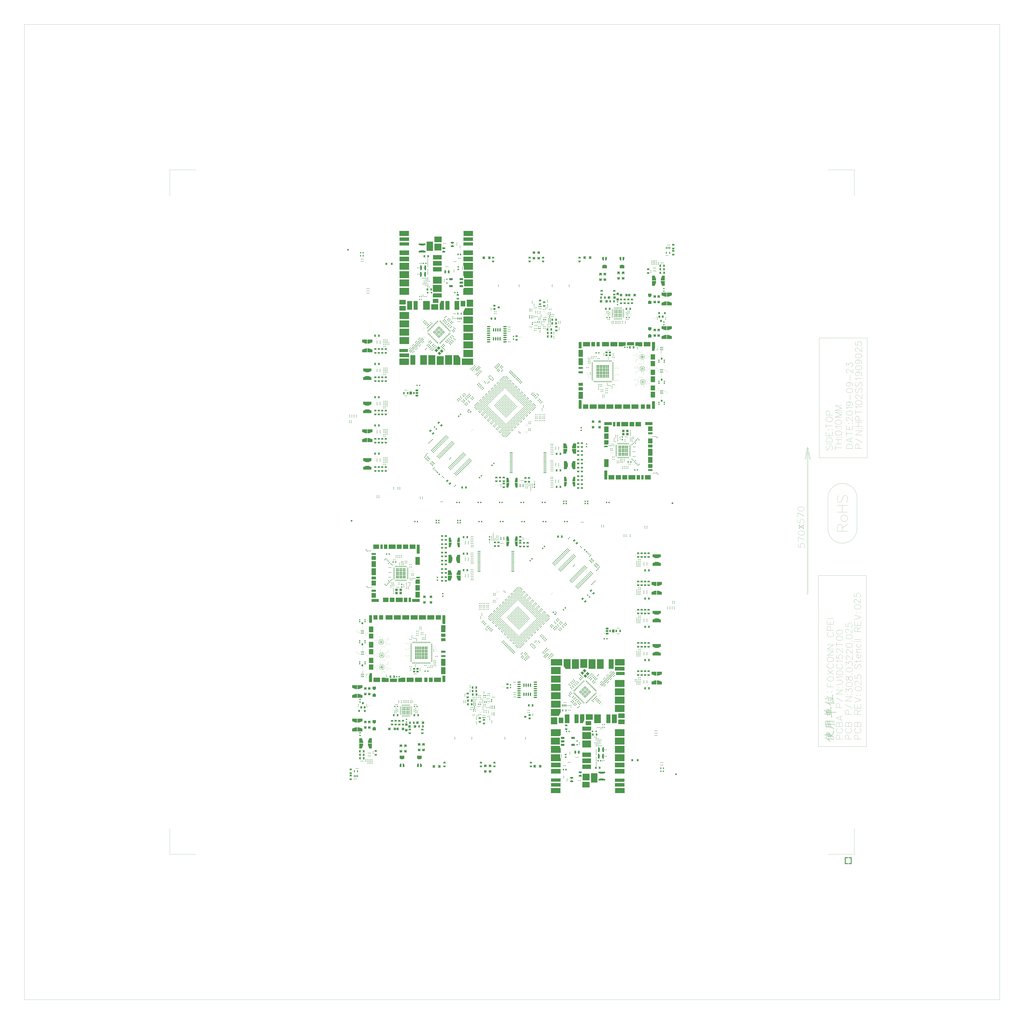
<source format=gbr>
G04 CAM350 V10.5 (Build 464) Date:  Sat Jun 20 14:09:09 2020 *
G04 Database: c:\users\v0913884\desktop\u10c152t00-025 top.cam *
G04 Layer 21: HPT102SS1909025.GBX *
%FSLAX24Y24*%
%MOIN*%
%SFA1.000B1.000*%

%MIA0B0*%
%IPPOS*%
%AMROUNDED98*
20,1,0.01504,-0.00949,0.00000,0.00949,0.00000,0.00000*
20,1,0.01898,-0.00752,0.00000,0.00752,0.00000,0.00000*
1,1,0.00394,0.00752,0.00752*
1,1,0.00394,0.00752,-0.00752*
1,1,0.00394,-0.00752,-0.00752*
1,1,0.00394,-0.00752,0.00752*
%
%AMROUNDED95*
20,1,0.03795,-0.00433,0.00000,0.00433,0.00000,0.00000*
20,1,0.04189,-0.00236,0.00000,0.00236,0.00000,0.00000*
1,1,0.00394,0.00236,0.01898*
1,1,0.00394,0.00236,-0.01898*
1,1,0.00394,-0.00236,-0.01898*
1,1,0.00394,-0.00236,0.01898*
%
%AMROUNDED96*
20,1,0.00472,-0.02094,0.00000,0.02094,0.00000,0.00000*
20,1,0.00866,-0.01898,0.00000,0.01898,0.00000,0.00000*
1,1,0.00394,0.01898,0.00236*
1,1,0.00394,0.01898,-0.00236*
1,1,0.00394,-0.01898,-0.00236*
1,1,0.00394,-0.01898,0.00236*
%
%AMROUNDED91*
20,1,0.00787,-0.01638,0.00000,0.01638,0.00000,0.00000*
20,1,0.01181,-0.01441,0.00000,0.01441,0.00000,0.00000*
1,1,0.00394,0.01441,0.00394*
1,1,0.00394,0.01441,-0.00394*
1,1,0.00394,-0.01441,-0.00394*
1,1,0.00394,-0.01441,0.00394*
%
%AMROUNDED92*
20,1,0.00787,-0.01437,0.00000,0.01437,0.00000,0.00000*
20,1,0.01181,-0.01240,0.00000,0.01240,0.00000,0.00000*
1,1,0.00394,0.01240,0.00394*
1,1,0.00394,0.01240,-0.00394*
1,1,0.00394,-0.01240,-0.00394*
1,1,0.00394,-0.01240,0.00394*
%
%AMROUNDED87*
20,1,0.01181,-0.03295,0.00000,0.03295,0.00000,0.00000*
20,1,0.01575,-0.03098,0.00000,0.03098,0.00000,0.00000*
1,1,0.00394,0.03098,0.00591*
1,1,0.00394,0.03098,-0.00591*
1,1,0.00394,-0.03098,-0.00591*
1,1,0.00394,-0.03098,0.00591*
%
%AMROUNDED88*
20,1,0.00394,-0.03295,0.00000,0.03295,0.00000,0.00000*
20,1,0.00787,-0.03098,0.00000,0.03098,0.00000,0.00000*
1,1,0.00394,0.03098,0.00197*
1,1,0.00394,0.03098,-0.00197*
1,1,0.00394,-0.03098,-0.00197*
1,1,0.00394,-0.03098,0.00197*
%
%AMROUNDED84*
20,1,0.02382,-0.01256,0.00000,0.01256,0.00000,0.00000*
20,1,0.02776,-0.01059,0.00000,0.01059,0.00000,0.00000*
1,1,0.00394,0.01059,0.01191*
1,1,0.00394,0.01059,-0.01191*
1,1,0.00394,-0.01059,-0.01191*
1,1,0.00394,-0.01059,0.01191*
%
%AMROUNDED81*
20,1,0.02882,-0.00366,0.00000,0.00366,0.00000,0.00000*
20,1,0.03276,-0.00169,0.00000,0.00169,0.00000,0.00000*
1,1,0.00394,0.00169,0.01441*
1,1,0.00394,0.00169,-0.01441*
1,1,0.00394,-0.00169,-0.01441*
1,1,0.00394,-0.00169,0.01441*
%
%AMROUNDED82*
20,1,0.00339,-0.01638,0.00000,0.01638,0.00000,0.00000*
20,1,0.00732,-0.01441,0.00000,0.01441,0.00000,0.00000*
1,1,0.00394,0.01441,0.00169*
1,1,0.00394,0.01441,-0.00169*
1,1,0.00394,-0.01441,-0.00169*
1,1,0.00394,-0.01441,0.00169*
%
%AMROUNDED69*
20,1,0.01882,-0.00433,0.00000,0.00433,0.00000,0.00000*
20,1,0.02276,-0.00236,0.00000,0.00236,0.00000,0.00000*
1,1,0.00394,0.00236,0.00941*
1,1,0.00394,0.00236,-0.00941*
1,1,0.00394,-0.00236,-0.00941*
1,1,0.00394,-0.00236,0.00941*
%
%AMROUNDED70*
20,1,0.00472,-0.01138,0.00000,0.01138,0.00000,0.00000*
20,1,0.00866,-0.00941,0.00000,0.00941,0.00000,0.00000*
1,1,0.00394,0.00941,0.00236*
1,1,0.00394,0.00941,-0.00236*
1,1,0.00394,-0.00941,-0.00236*
1,1,0.00394,-0.00941,0.00236*
%
%AMROUNDED67*
20,1,0.04394,-0.00984,0.00000,0.00984,0.00000,0.00000*
20,1,0.04787,-0.00787,0.00000,0.00787,0.00000,0.00000*
1,1,0.00394,0.00787,0.02197*
1,1,0.00394,0.00787,-0.02197*
1,1,0.00394,-0.00787,-0.02197*
1,1,0.00394,-0.00787,0.02197*
%
%AMROUNDED65*
20,1,0.02677,-0.00591,0.00000,0.00591,0.00000,0.00000*
20,1,0.03071,-0.00394,0.00000,0.00394,0.00000,0.00000*
1,1,0.00394,0.00394,0.01339*
1,1,0.00394,0.00394,-0.01339*
1,1,0.00394,-0.00394,-0.01339*
1,1,0.00394,-0.00394,0.01339*
%
%AMROUNDED62*
20,1,0.02480,-0.00433,0.00000,0.00433,0.00000,0.00000*
20,1,0.02874,-0.00236,0.00000,0.00236,0.00000,0.00000*
1,1,0.00394,0.00236,0.01240*
1,1,0.00394,0.00236,-0.01240*
1,1,0.00394,-0.00236,-0.01240*
1,1,0.00394,-0.00236,0.01240*
%
%AMROUNDED63*
20,1,0.00472,-0.01437,0.00000,0.01437,0.00000,0.00000*
20,1,0.00866,-0.01240,0.00000,0.01240,0.00000,0.00000*
1,1,0.00394,0.01240,0.00236*
1,1,0.00394,0.01240,-0.00236*
1,1,0.00394,-0.01240,-0.00236*
1,1,0.00394,-0.01240,0.00236*
%
%AMROUNDED79*
20,1,0.02004,-0.01199,0.00000,0.01199,0.00000,0.00000*
20,1,0.02398,-0.01002,0.00000,0.01002,0.00000,0.00000*
1,1,0.00394,0.01002,0.01002*
1,1,0.00394,0.01002,-0.01002*
1,1,0.00394,-0.01002,-0.01002*
1,1,0.00394,-0.01002,0.01002*
%
%ADD14C,0.04000*%
%ADD186R,0.17689X0.07138*%
%ADD187R,0.12783X0.09894*%
%ADD189R,0.15980X0.09894*%
%ADD191R,0.05252X0.09894*%
%ADD409C,0.00000*%
%ADD525C,0.00118*%
%ADD526C,0.00197*%
%ADD527R,0.02205X0.02417*%
%ADD528C,0.01205*%
%ADD529R,0.01791X0.02000*%
%ADD530R,0.02000X0.01791*%
%ADD531C,0.01795*%
%ADD532R,0.22417X0.07894*%
%ADD533R,0.22417X0.07587*%
%ADD534R,0.22417X0.08008*%
%ADD535R,0.22417X0.07476*%
%ADD536R,0.22417X0.10693*%
%ADD537R,0.20449X0.10299*%
%ADD538R,0.22417X0.11110*%
%ADD539R,0.20449X0.11114*%
%ADD540R,0.22417X0.16000*%
%ADD541R,0.20449X0.10413*%
%ADD542R,0.20449X0.16000*%
%ADD543R,0.12575X0.09350*%
%ADD544R,0.15768X0.20449*%
%ADD545R,0.09752X0.20449*%
%ADD546R,0.11417X0.20449*%
%ADD547R,0.14543X0.10992*%
%ADD548R,0.14543X0.16000*%
%ADD549R,0.10693X0.12575*%
%ADD550R,0.10988X0.20449*%
%ADD551R,0.09386X0.20449*%
%ADD552R,0.16000X0.12575*%
%ADD553R,0.22417X0.16866*%
%ADD554R,0.22417X0.08563*%
%ADD555R,0.16000X0.22417*%
%ADD556R,0.15618X0.22417*%
%ADD557R,0.21843X0.14543*%
%ADD558R,0.25843X0.14543*%
%ADD559R,0.07138X0.14638*%
%ADD560R,0.15701X0.09894*%
%ADD561R,0.16000X0.09894*%
%ADD562R,0.07197X0.09894*%
%ADD563R,0.08602X0.09894*%
%ADD564R,0.09894X0.16000*%
%ADD565R,0.09894X0.12260*%
%ADD566R,0.09894X0.04287*%
%ADD567R,0.09894X0.12441*%
%ADD568R,0.09894X0.05000*%
%ADD569R,0.09894X0.13256*%
%ADD570R,0.09894X0.07063*%
%ADD571R,0.09894X0.11260*%
%ADD572R,0.09894X0.07437*%
%ADD573R,0.07138X0.19937*%
%ADD574R,0.07138X0.17736*%
%ADD575R,0.09697X0.09894*%
%ADD576R,0.09551X0.09894*%
%ADD577R,0.12248X0.09894*%
%ADD578R,0.16724X0.07138*%
%ADD579R,0.11122X0.09894*%
%ADD580R,0.07925X0.09894*%
%ADD581R,0.09894X0.10807*%
%ADD582R,0.09894X0.13480*%
%ADD583R,0.09894X0.04732*%
%ADD584R,0.09894X0.12783*%
%ADD585R,0.09894X0.11347*%
%ADD586R,0.09894X0.06728*%
%ADD587R,0.09894X0.18343*%
%ADD588R,0.09894X0.09118*%
%ADD589R,0.09894X0.04063*%
%ADD590R,0.07138X0.20744*%
%ADD591R,0.13732X0.09894*%
%ADD592R,0.07905X0.09894*%
%ADD593R,0.11409X0.09894*%
%ADD594R,0.12496X0.09894*%
%ADD595R,0.13480X0.09894*%
%ADD596R,0.01803X0.03500*%
%ADD597R,0.15102X0.21673*%
%ADD598R,0.08469X0.05000*%
%ADD599O,0.02555X0.07874*%
%ADD600C,0.00000*%
%ADD601C,0.00394*%
%ADD602C,0.00039*%
%ADD603R,0.04811X0.04213*%
%ADD604R,0.05512X0.05213*%
%ADD605R,0.03098X0.03098*%
%ADD606ROUNDED98*%
%ADD607ROUNDED95*%
%ADD608ROUNDED96*%
%ADD609R,0.03543X0.05118*%
%ADD610ROUNDED91*%
%ADD611ROUNDED92*%
%ADD612ROUNDED87*%
%ADD613ROUNDED88*%
%ADD614ROUNDED84*%
%ADD615ROUNDED81*%
%ADD616ROUNDED82*%
%ADD617ROUNDED69*%
%ADD618ROUNDED70*%
%ADD619ROUNDED67*%
%ADD620ROUNDED65*%
%ADD621ROUNDED62*%
%ADD622ROUNDED63*%
%ADD623R,0.04000X0.04500*%
%ADD624R,0.04500X0.04000*%
%ADD625R,0.11193X0.22417*%
%ADD626R,0.14543X0.10854*%
%ADD627ROUNDED79*%
%ADD682O,0.07874X0.02559*%
%LNHPT102SS1909025.GBX*%
%LPD*%
G36*
X2017Y-39374D02*
G01X2018Y-39361D01*
X2027Y-39341*
X2042Y-39325*
X2062Y-39316*
X2083Y-39314*
X2104Y-39321*
X2122Y-39334*
X2133Y-39353*
X2137Y-39374*
X2136Y-39387*
X2127Y-39407*
X2112Y-39423*
X2092Y-39432*
X2071Y-39434*
X2050Y-39427*
X2032Y-39414*
X2021Y-39395*
X2017Y-39374*
G37*
G36*
X69065Y35502D02*
G01Y35508D01*
X69072Y35529*
X69085Y35547*
X69104Y35558*
X69125Y35562*
X69126*
X69132*
X69153Y35555*
X69171Y35542*
X69182Y35523*
X69186Y35502*
X69185*
Y35496*
X69178Y35475*
X69165Y35457*
X69146Y35446*
X69125Y35442*
X69119*
X69098Y35449*
X69080Y35462*
X69069Y35481*
X69065Y35502*
G37*
G36*
X69981Y35192D02*
G01Y35193D01*
Y35199*
X69988Y35220*
X70001Y35238*
X70020Y35249*
X70041Y35253*
X70047*
X70068Y35246*
X70086Y35233*
X70097Y35214*
X70101Y35193*
Y35192*
Y35186*
X70094Y35165*
X70081Y35147*
X70062Y35136*
X70041Y35132*
X70035*
X70014Y35139*
X69996Y35152*
X69985Y35171*
X69981Y35192*
G37*
G36*
X69787Y35001D02*
G01Y35007D01*
X69794Y35028*
X69807Y35046*
X69826Y35057*
X69847Y35061*
X69848*
X69854*
X69875Y35054*
X69893Y35041*
X69904Y35022*
X69908Y35001*
Y34995*
X69901Y34974*
X69888Y34956*
X69869Y34945*
X69848Y34941*
X69847*
X69841*
X69820Y34948*
X69802Y34961*
X69791Y34980*
X69787Y35001*
G37*
G36*
X2017Y-39101D02*
G01Y-39100D01*
Y-39094*
X2024Y-39073*
X2037Y-39055*
X2056Y-39044*
X2077Y-39040*
X2083*
X2104Y-39047*
X2122Y-39060*
X2133Y-39079*
X2137Y-39100*
Y-39101*
Y-39107*
X2130Y-39128*
X2117Y-39146*
X2098Y-39157*
X2077Y-39161*
X2071*
X2050Y-39154*
X2032Y-39141*
X2021Y-39122*
X2017Y-39101*
G37*
G36*
X1101Y-38791D02*
G01Y-38785D01*
X1108Y-38764*
X1121Y-38746*
X1140Y-38735*
X1161Y-38731*
X1162*
X1168*
X1189Y-38738*
X1207Y-38751*
X1218Y-38770*
X1222Y-38791*
Y-38797*
X1215Y-38818*
X1202Y-38836*
X1183Y-38847*
X1162Y-38851*
X1161*
X1155*
X1134Y-38844*
X1116Y-38831*
X1105Y-38812*
X1101Y-38791*
G37*
G36*
X69065Y35776D02*
G01Y35782D01*
X69072Y35803*
X69085Y35821*
X69104Y35832*
X69125Y35836*
X69126*
X69132*
X69153Y35829*
X69171Y35816*
X69182Y35797*
X69186Y35776*
Y35769*
X69179Y35748*
X69166Y35730*
X69147Y35719*
X69126Y35715*
X69118*
X69097Y35722*
X69080Y35736*
X69069Y35754*
X69065Y35776*
G37*
G36*
X1294Y-38600D02*
G01Y-38592D01*
X1301Y-38571*
X1315Y-38554*
X1333Y-38543*
X1355Y-38539*
X1361*
X1382Y-38546*
X1400Y-38559*
X1411Y-38578*
X1415Y-38599*
Y-38600*
Y-38606*
X1408Y-38627*
X1395Y-38645*
X1376Y-38656*
X1355Y-38660*
X1348*
X1327Y-38653*
X1309Y-38640*
X1298Y-38621*
X1294Y-38600*
G37*
G36*
X2148Y-39243D02*
G01X2149Y-39236D01*
X2148Y-39232*
Y-39231*
Y-39225*
X2155Y-39204*
X2168Y-39186*
X2187Y-39175*
X2208Y-39171*
X2215*
X2236Y-39178*
X2254Y-39191*
X2265Y-39210*
X2269Y-39231*
Y-39239*
X2268Y-39242*
Y-39243*
X2267Y-39256*
X2258Y-39276*
X2243Y-39292*
X2223Y-39301*
X2202Y-39303*
X2181Y-39296*
X2163Y-39283*
X2152Y-39264*
X2148Y-39243*
G37*
G36*
X68934Y35644D02*
G01Y35651D01*
X68941Y35672*
X68954Y35690*
X68973Y35701*
X68994Y35705*
X68995*
X69001*
X69022Y35698*
X69040Y35685*
X69051Y35666*
X69055Y35644*
Y35638*
X69054Y35635*
Y35633*
X69053Y35620*
X69044Y35600*
X69029Y35584*
X69009Y35575*
X68988Y35573*
X68967Y35580*
X68949Y35593*
X68938Y35612*
X68934Y35633*
X68935Y35640*
X68934Y35644*
G37*
G36*
X69973Y35001D02*
G01X69974Y35014D01*
X69983Y35034*
X69998Y35050*
X70002Y35052*
X70006Y35056*
X70026Y35065*
X70047Y35067*
X70068Y35060*
X70086Y35047*
X70097Y35028*
X70101Y35007*
X70100Y34994*
X70091Y34974*
X70076Y34958*
X70072Y34956*
X70068Y34952*
X70048Y34943*
X70027Y34941*
X70006Y34948*
X69988Y34961*
X69977Y34980*
X69973Y35001*
G37*
G36*
X1101Y-38606D02*
G01Y-38599D01*
X1108Y-38578*
X1121Y-38560*
X1127Y-38556*
X1129Y-38554*
X1148Y-38543*
X1169Y-38539*
X1177*
X1198Y-38546*
X1215Y-38560*
X1226Y-38578*
X1230Y-38600*
Y-38606*
X1223Y-38627*
X1210Y-38645*
X1203Y-38648*
X1202Y-38651*
X1183Y-38662*
X1162Y-38666*
X1161*
X1155*
X1134Y-38659*
X1116Y-38646*
X1105Y-38627*
X1101Y-38606*
G37*
G36*
X65849Y31586D02*
G01Y31774D01*
X65850Y31780*
X65857Y31790*
X65869Y31794*
X65916*
X65921Y31793*
X65931Y31786*
X65935Y31774*
Y31596*
X65907Y31567*
X65869*
X65864Y31568*
X65853Y31574*
X65849Y31586*
G37*
G36*
Y30571D02*
G01Y30759D01*
X65850Y30765*
X65857Y30775*
X65869Y30779*
X65907*
X65935Y30751*
Y30571*
X65934Y30567*
X65928Y30556*
X65916Y30552*
X65869*
X65864Y30553*
X65853Y30559*
X65849Y30571*
G37*
G36*
X64976Y31444D02*
G01Y31492D01*
X64977Y31496*
X64983Y31507*
X64995Y31511*
X65174*
X65203Y31483*
Y31444*
X65202Y31439*
X65195Y31429*
X65183Y31425*
X64995*
X64991Y31426*
X64980Y31432*
X64976Y31444*
G37*
G36*
X6011Y-37244D02*
G01Y-37207D01*
X6041Y-37178*
X6219*
X6223Y-37179*
X6234Y-37185*
X6238Y-37197*
Y-37244*
X6237Y-37249*
X6231Y-37260*
X6219Y-37264*
X6030*
X6025Y-37263*
X6015Y-37256*
X6011Y-37244*
G37*
G36*
X5899Y-32017D02*
G01Y-31978D01*
X5900Y-31973*
X5907Y-31963*
X5919Y-31959*
X6107*
X6111Y-31960*
X6122Y-31966*
X6126Y-31978*
Y-32026*
X6125Y-32030*
X6119Y-32041*
X6107Y-32045*
X5928*
X5899Y-32017*
G37*
G36*
X4996Y-37244D02*
G01Y-37197D01*
X4997Y-37193*
X5003Y-37182*
X5015Y-37178*
X5192*
X5223Y-37208*
Y-37244*
X5222Y-37249*
X5216Y-37260*
X5204Y-37264*
X5015*
X5010Y-37263*
X5000Y-37256*
X4996Y-37244*
G37*
G36*
X65991Y31444D02*
G01Y31482D01*
X66019Y31511*
X66198*
X66199*
X66203Y31510*
X66214Y31504*
X66218Y31492*
Y31444*
X66217Y31439*
X66210Y31429*
X66198Y31425*
X66010*
X66006Y31426*
X65995Y31432*
X65991Y31444*
G37*
G36*
X4884Y-32026D02*
G01Y-31978D01*
X4885Y-31973*
X4892Y-31963*
X4904Y-31959*
X5092*
X5096Y-31960*
X5107Y-31966*
X5111Y-31978*
Y-32016*
X5083Y-32045*
X4904*
X4903*
X4899Y-32044*
X4888Y-32038*
X4884Y-32026*
G37*
G36*
X5167Y-32308D02*
G01Y-32130D01*
X5195Y-32100*
X5233*
X5239Y-32101*
X5249Y-32108*
X5253Y-32120*
Y-32308*
X5252Y-32314*
X5245Y-32324*
X5233Y-32328*
X5186*
X5181Y-32327*
X5171Y-32320*
X5167Y-32308*
G37*
G36*
X66091Y27800D02*
G01Y27837D01*
X66092Y27842*
X66099Y27852*
X66111Y27856*
X66299*
X66300*
X66304Y27855*
X66315Y27849*
X66319Y27837*
Y27789*
X66318Y27784*
X66311Y27774*
X66299Y27770*
X66122*
X66091Y27800*
G37*
G36*
X65359Y27507D02*
G01Y27685D01*
X65388Y27715*
X65426*
X65431Y27714*
X65441Y27707*
X65445Y27695*
Y27507*
Y27506*
X65444Y27502*
X65438Y27491*
X65426Y27487*
X65378*
X65373Y27488*
X65363Y27495*
X65359Y27507*
G37*
G36*
X65247Y34341D02*
G01Y34519D01*
X65248Y34525*
X65255Y34535*
X65267Y34539*
X65314*
X65319Y34538*
X65329Y34531*
X65333Y34519*
Y34331*
Y34330*
X65332Y34326*
X65326Y34315*
X65314Y34311*
X65277*
X65247Y34341*
G37*
G36*
Y33316D02*
G01Y33495D01*
X65276Y33524*
X65314*
X65319Y33523*
X65329Y33516*
X65333Y33504*
Y33316*
Y33315*
X65332Y33311*
X65326Y33300*
X65314Y33296*
X65267*
X65261Y33297*
X65251Y33304*
X65247Y33316*
G37*
G36*
X64964Y34189D02*
G01Y34237D01*
X64965Y34242*
X64972Y34252*
X64984Y34256*
X65163*
X65192Y34228*
Y34189*
X65191Y34184*
X65184Y34174*
X65172Y34170*
X64984*
X64983*
X64979Y34171*
X64968Y34177*
X64964Y34189*
G37*
G36*
X5167Y-31104D02*
G01X5168Y-31100D01*
X5174Y-31089*
X5186Y-31085*
X5233*
X5239Y-31086*
X5249Y-31093*
X5253Y-31105*
Y-31293*
X5252Y-31299*
X5245Y-31309*
X5233Y-31313*
X5195*
X5167Y-31285*
Y-31105*
Y-31104*
G37*
G36*
X4984Y-34500D02*
G01Y-34452D01*
X4985Y-34447*
X4992Y-34437*
X5004Y-34433*
X5181*
X5212Y-34463*
Y-34500*
X5211Y-34505*
X5204Y-34515*
X5192Y-34519*
X5004*
X5003*
X4999Y-34518*
X4988Y-34512*
X4984Y-34500*
G37*
G36*
X65979Y34189D02*
G01X65980Y34227D01*
X66008Y34256*
X66187*
X66188*
X66192Y34255*
X66203Y34249*
X66207Y34237*
Y34189*
X66206Y34184*
X66199Y34174*
X66187Y34170*
X65999*
X65998*
X65994Y34171*
X65983Y34177*
X65979Y34189*
G37*
G36*
X65359Y28711D02*
G01X65360Y28715D01*
X65366Y28726*
X65378Y28730*
X65426*
X65431Y28729*
X65441Y28722*
X65445Y28710*
Y28522*
Y28521*
X65444Y28517*
X65438Y28506*
X65426Y28502*
X65389*
X65359Y28532*
Y28710*
Y28711*
G37*
G36*
X65076Y27789D02*
G01Y27837D01*
X65077Y27842*
X65084Y27852*
X65096Y27856*
X65284*
X65285*
X65289Y27855*
X65300Y27849*
X65304Y27837*
Y27799*
X65274Y27770*
X65096*
X65095*
X65091Y27771*
X65080Y27777*
X65076Y27789*
G37*
G36*
X5999Y-34500D02*
G01Y-34462D01*
X6029Y-34433*
X6207*
X6208*
X6212Y-34434*
X6223Y-34440*
X6227Y-34452*
Y-34500*
X6226Y-34505*
X6219Y-34515*
X6207Y-34519*
X6019*
X6018*
X6014Y-34518*
X6003Y-34512*
X5999Y-34500*
G37*
G36*
X65991Y30865D02*
G01Y30901D01*
X65992Y30906*
X65998Y30917*
X66010Y30921*
X66198*
X66204Y30920*
X66214Y30913*
X66218Y30901*
Y30854*
X66217Y30848*
X66210Y30838*
X66198Y30834*
X66022*
X65991Y30865*
G37*
G36*
X65258Y31596D02*
G01Y31774D01*
X65259Y31780*
X65266Y31790*
X65278Y31794*
X65325*
X65331Y31793*
X65341Y31786*
X65345Y31774*
Y31586*
X65344Y31581*
X65337Y31571*
X65325Y31567*
X65288*
X65258Y31596*
G37*
G36*
Y30571D02*
G01Y30750D01*
X65287Y30779*
X65325*
X65331Y30778*
X65341Y30771*
X65345Y30759*
Y30571*
X65344Y30566*
X65337Y30556*
X65325Y30552*
X65278*
X65273Y30553*
X65262Y30559*
X65258Y30571*
G37*
G36*
X64976Y30854D02*
G01Y30901D01*
X64977Y30906*
X64983Y30917*
X64995Y30921*
X65183*
X65189Y30920*
X65199Y30913*
X65203Y30901*
Y30864*
X65173Y30834*
X64995*
X64990Y30835*
X64980Y30842*
X64976Y30854*
G37*
G36*
X6011Y-37826D02*
G01Y-37788D01*
X6012Y-37783*
X6018Y-37772*
X6030Y-37768*
X6219*
X6224Y-37769*
X6234Y-37776*
X6238Y-37788*
Y-37835*
X6237Y-37840*
X6231Y-37851*
X6219Y-37855*
X6039*
X6011Y-37826*
G37*
G36*
X5899Y-31435D02*
G01Y-31398D01*
X5929Y-31368*
X6107*
X6112Y-31369*
X6122Y-31376*
X6126Y-31388*
Y-31435*
X6125Y-31440*
X6119Y-31451*
X6107Y-31455*
X5919*
X5913Y-31454*
X5903Y-31447*
X5899Y-31435*
G37*
G36*
X5869Y-37103D02*
G01Y-36915D01*
X5870Y-36909*
X5877Y-36899*
X5889Y-36895*
X5936*
X5942Y-36896*
X5952Y-36903*
X5956Y-36915*
Y-37093*
X5926Y-37122*
X5889*
X5884Y-37121*
X5873Y-37115*
X5869Y-37103*
G37*
G36*
Y-38118D02*
G01Y-37930D01*
X5870Y-37924*
X5877Y-37914*
X5889Y-37910*
X5926*
X5956Y-37940*
Y-38118*
X5955Y-38123*
X5948Y-38133*
X5936Y-38137*
X5889*
X5884Y-38136*
X5873Y-38130*
X5869Y-38118*
G37*
G36*
X5278Y-37094D02*
G01Y-36915D01*
X5279Y-36909*
X5286Y-36899*
X5298Y-36895*
X5345*
X5351Y-36896*
X5361Y-36903*
X5365Y-36915*
Y-37103*
X5364Y-37108*
X5357Y-37118*
X5345Y-37122*
X5307*
X5278Y-37094*
G37*
G36*
Y-38118D02*
G01Y-37939D01*
X5307Y-37910*
X5345*
X5351Y-37911*
X5361Y-37918*
X5365Y-37930*
Y-38118*
X5364Y-38123*
X5357Y-38133*
X5345Y-38137*
X5298*
X5293Y-38136*
X5282Y-38130*
X5278Y-38118*
G37*
G36*
X4996Y-37835D02*
G01Y-37788D01*
X4997Y-37783*
X5003Y-37772*
X5015Y-37768*
X5204*
X5209Y-37769*
X5219Y-37776*
X5223Y-37788*
Y-37826*
X5194Y-37855*
X5015*
X5010Y-37854*
X5000Y-37847*
X4996Y-37835*
G37*
G36*
X4884Y-31435D02*
G01Y-31388D01*
X4885Y-31382*
X4892Y-31372*
X4904Y-31368*
X5080*
X5111Y-31399*
Y-31435*
X5110Y-31440*
X5104Y-31451*
X5092Y-31455*
X4904*
X4898Y-31454*
X4888Y-31447*
X4884Y-31435*
G37*
G36*
X66091Y28380D02*
G01Y28418D01*
X66120Y28447*
X66299*
X66305Y28446*
X66315Y28439*
X66319Y28427*
Y28380*
X66318Y28374*
X66311Y28364*
X66299Y28360*
X66111*
X66105Y28361*
X66095Y28368*
X66091Y28380*
G37*
G36*
X65979Y33610D02*
G01Y33646D01*
X65980Y33652*
X65987Y33662*
X65999Y33666*
X66187*
X66193Y33665*
X66203Y33658*
X66207Y33646*
Y33599*
X66206Y33593*
X66199Y33583*
X66187Y33579*
X66010*
X65979Y33610*
G37*
G36*
X65949Y28522D02*
G01Y28710D01*
X65950Y28716*
X65957Y28726*
X65969Y28730*
X66016*
X66022Y28729*
X66032Y28722*
X66036Y28710*
Y28531*
X66007Y28502*
X65969*
X65963Y28503*
X65953Y28510*
X65949Y28522*
G37*
G36*
Y27507D02*
G01Y27695D01*
X65950Y27701*
X65957Y27711*
X65969Y27715*
X66007*
X66036Y27686*
Y27507*
X66035Y27501*
X66028Y27491*
X66016Y27487*
X65969*
X65963Y27488*
X65953Y27495*
X65949Y27507*
G37*
G36*
X65837Y34331D02*
G01Y34519D01*
X65838Y34525*
X65845Y34535*
X65857Y34539*
X65904*
X65910Y34538*
X65920Y34531*
X65924Y34519*
Y34341*
X65895Y34311*
X65857*
X65851Y34312*
X65841Y34319*
X65837Y34331*
G37*
G36*
Y33316D02*
G01Y33504D01*
X65838Y33510*
X65845Y33520*
X65857Y33524*
X65896*
X65924Y33496*
Y33316*
X65923Y33310*
X65916Y33300*
X65904Y33296*
X65857*
X65851Y33297*
X65841Y33304*
X65837Y33316*
G37*
G36*
X65076Y28380D02*
G01Y28427D01*
X65077Y28433*
X65084Y28443*
X65096Y28447*
X65275*
X65304Y28418*
Y28380*
X65303Y28374*
X65296Y28364*
X65284Y28360*
X65096*
X65090Y28361*
X65080Y28368*
X65076Y28380*
G37*
G36*
X64964Y33599D02*
G01Y33646D01*
X64965Y33652*
X64972Y33662*
X64984Y33666*
X65172*
X65178Y33665*
X65188Y33658*
X65192Y33646*
Y33609*
X65162Y33579*
X64984*
X64978Y33580*
X64968Y33587*
X64964Y33599*
G37*
G36*
X5999Y-35081D02*
G01Y-35043D01*
X6000Y-35037*
X6007Y-35027*
X6019Y-35023*
X6207*
X6213Y-35024*
X6223Y-35031*
X6227Y-35043*
Y-35090*
X6226Y-35096*
X6219Y-35106*
X6207Y-35110*
X6028*
X5999Y-35081*
G37*
G36*
X5857Y-34358D02*
G01Y-34170D01*
X5858Y-34164*
X5865Y-34154*
X5877Y-34150*
X5924*
X5930Y-34151*
X5940Y-34158*
X5944Y-34170*
Y-34348*
X5915Y-34378*
X5877*
X5871Y-34377*
X5861Y-34370*
X5857Y-34358*
G37*
G36*
Y-35373D02*
G01Y-35185D01*
X5858Y-35179*
X5865Y-35169*
X5877Y-35165*
X5914*
X5944Y-35195*
Y-35373*
X5943Y-35379*
X5936Y-35389*
X5924Y-35393*
X5877*
X5871Y-35392*
X5861Y-35385*
X5857Y-35373*
G37*
G36*
X5757Y-31293D02*
G01Y-31105D01*
X5758Y-31099*
X5765Y-31089*
X5777Y-31085*
X5824*
X5830Y-31086*
X5840Y-31093*
X5844Y-31105*
Y-31284*
X5815Y-31313*
X5777*
X5771Y-31312*
X5761Y-31305*
X5757Y-31293*
G37*
G36*
Y-32308D02*
G01Y-32120D01*
X5758Y-32114*
X5765Y-32104*
X5777Y-32100*
X5814*
X5844Y-32130*
Y-32308*
X5843Y-32314*
X5836Y-32324*
X5824Y-32328*
X5777*
X5771Y-32327*
X5761Y-32320*
X5757Y-32308*
G37*
G36*
X5267Y-34349D02*
G01Y-34170D01*
X5268Y-34164*
X5275Y-34154*
X5287Y-34150*
X5334*
X5340Y-34151*
X5350Y-34158*
X5354Y-34170*
Y-34358*
X5353Y-34364*
X5346Y-34374*
X5334Y-34378*
X5295*
X5267Y-34349*
G37*
G36*
Y-35373D02*
G01Y-35194D01*
X5296Y-35165*
X5334*
X5340Y-35166*
X5350Y-35173*
X5354Y-35185*
Y-35373*
X5353Y-35379*
X5346Y-35389*
X5334Y-35393*
X5287*
X5281Y-35392*
X5271Y-35385*
X5267Y-35373*
G37*
G36*
X4984Y-35090D02*
G01Y-35043D01*
X4985Y-35037*
X4992Y-35027*
X5004Y-35023*
X5192*
X5198Y-35024*
X5208Y-35031*
X5212Y-35043*
X5211Y-35081*
X5183Y-35110*
X5004*
X4998Y-35109*
X4988Y-35102*
X4984Y-35090*
G37*
G36*
X50463Y-18657D02*
G01Y-18650D01*
X50469Y-18624*
X50482Y-18601*
X50502Y-18583*
X50526Y-18571*
X50552Y-18567*
X50559*
X50585Y-18573*
X50608Y-18587*
X50626Y-18606*
X50638Y-18631*
X50642Y-18657*
Y-18663*
X50636Y-18689*
X50622Y-18712*
X50603Y-18730*
X50578Y-18742*
X50552Y-18746*
X50547*
X50521Y-18740*
X50498Y-18727*
X50479Y-18707*
X50467Y-18683*
X50463Y-18657*
G37*
G36*
X47617Y-11356D02*
G01Y-11349D01*
X47623Y-11323*
X47636Y-11300*
X47656Y-11282*
X47680Y-11270*
X47706Y-11266*
X47713*
X47739Y-11272*
X47762Y-11286*
X47780Y-11305*
X47792Y-11330*
X47796Y-11356*
Y-11362*
X47790Y-11388*
X47776Y-11411*
X47757Y-11429*
X47732Y-11441*
X47706Y-11445*
X47701*
X47675Y-11439*
X47652Y-11426*
X47633Y-11406*
X47621Y-11382*
X47617Y-11356*
G37*
G36*
Y-14028D02*
G01Y-14023D01*
X47623Y-13997*
X47636Y-13973*
X47656Y-13955*
X47680Y-13943*
X47706Y-13939*
X47713*
X47739Y-13945*
X47762Y-13958*
X47780Y-13978*
X47792Y-14002*
X47796Y-14028*
Y-14035*
X47790Y-14061*
X47776Y-14084*
X47757Y-14102*
X47732Y-14114*
X47706Y-14118*
X47700*
X47674Y-14112*
X47651Y-14098*
X47633Y-14079*
X47621Y-14054*
X47617Y-14028*
G37*
G36*
X46726Y-12246D02*
G01Y-12241D01*
X46732Y-12215*
X46745Y-12191*
X46765Y-12173*
X46789Y-12161*
X46815Y-12157*
X46822*
X46848Y-12163*
X46871Y-12176*
X46889Y-12196*
X46901Y-12220*
X46905Y-12246*
Y-12253*
X46899Y-12279*
X46885Y-12302*
X46866Y-12320*
X46841Y-12332*
X46815Y-12336*
X46809*
X46783Y-12330*
X46760Y-12316*
X46742Y-12297*
X46730Y-12272*
X46726Y-12246*
G37*
G36*
Y-14919D02*
G01Y-14914D01*
X46732Y-14888*
X46745Y-14864*
X46765Y-14846*
X46789Y-14834*
X46815Y-14830*
X46822*
X46848Y-14836*
X46871Y-14849*
X46889Y-14869*
X46901Y-14893*
X46905Y-14919*
Y-14926*
X46899Y-14952*
X46885Y-14975*
X46866Y-14993*
X46841Y-15005*
X46815Y-15009*
X46809*
X46783Y-15003*
X46760Y-14989*
X46742Y-14970*
X46730Y-14945*
X46726Y-14919*
G37*
G36*
X45835Y-13137D02*
G01Y-13132D01*
X45841Y-13106*
X45854Y-13082*
X45874Y-13064*
X45898Y-13052*
X45924Y-13048*
X45931*
X45957Y-13054*
X45980Y-13067*
X45998Y-13087*
X46010Y-13111*
X46014Y-13137*
Y-13144*
X46008Y-13170*
X45994Y-13193*
X45975Y-13211*
X45950Y-13223*
X45924Y-13227*
X45918*
X45892Y-13221*
X45869Y-13207*
X45851Y-13188*
X45839Y-13163*
X45835Y-13137*
G37*
G36*
X24743Y9094D02*
G01Y9099D01*
X24749Y9125*
X24762Y9148*
X24782Y9167*
X24806Y9179*
X24832Y9183*
X24839*
X24865Y9177*
X24888Y9164*
X24906Y9144*
X24918Y9120*
X24922Y9094*
Y9087*
X24916Y9061*
X24902Y9038*
X24883Y9020*
X24858Y9008*
X24832Y9004*
X24826*
X24800Y9010*
X24777Y9024*
X24759Y9043*
X24747Y9068*
X24743Y9094*
G37*
G36*
X23852Y10876D02*
G01Y10881D01*
X23858Y10907*
X23871Y10930*
X23891Y10949*
X23915Y10961*
X23941Y10965*
X23948*
X23974Y10959*
X23997Y10946*
X24015Y10926*
X24027Y10902*
X24031Y10876*
Y10869*
X24025Y10843*
X24011Y10820*
X23992Y10802*
X23967Y10790*
X23941Y10786*
X23935*
X23909Y10792*
X23886Y10806*
X23868Y10825*
X23856Y10850*
X23852Y10876*
G37*
G36*
X23629Y10207D02*
G01Y10214D01*
X23635Y10240*
X23649Y10263*
X23668Y10281*
X23693Y10293*
X23719Y10297*
X23725*
X23751Y10291*
X23774Y10277*
X23792Y10258*
X23804Y10233*
X23808Y10207*
Y10202*
X23802Y10176*
X23789Y10152*
X23769Y10134*
X23745Y10122*
X23719Y10118*
X23712*
X23686Y10124*
X23663Y10137*
X23645Y10157*
X23633Y10181*
X23629Y10207*
G37*
G36*
X22961Y9985D02*
G01Y9990D01*
X22967Y10016*
X22980Y10039*
X23000Y10058*
X23024Y10070*
X23050Y10074*
X23057*
X23083Y10068*
X23106Y10055*
X23124Y10035*
X23136Y10011*
X23140Y9985*
Y9978*
X23134Y9952*
X23120Y9929*
X23101Y9911*
X23076Y9899*
X23050Y9895*
X23044*
X23018Y9901*
X22995Y9915*
X22977Y9934*
X22965Y9959*
X22961Y9985*
G37*
G36*
X22293Y9317D02*
G01Y9322D01*
X22299Y9348*
X22312Y9371*
X22332Y9390*
X22356Y9402*
X22382Y9406*
X22389*
X22415Y9400*
X22438Y9387*
X22456Y9367*
X22468Y9343*
X22472Y9317*
Y9310*
X22466Y9284*
X22452Y9261*
X22433Y9243*
X22408Y9231*
X22382Y9227*
X22376*
X22350Y9233*
X22327Y9247*
X22309Y9266*
X22297Y9291*
X22293Y9317*
G37*
G36*
X22070Y9094D02*
G01Y9099D01*
X22076Y9125*
X22089Y9148*
X22109Y9167*
X22133Y9179*
X22159Y9183*
X22166*
X22192Y9177*
X22215Y9164*
X22233Y9144*
X22245Y9120*
X22249Y9094*
Y9087*
X22243Y9061*
X22229Y9038*
X22210Y9020*
X22185Y9008*
X22159Y9004*
X22153*
X22127Y9010*
X22104Y9024*
X22086Y9043*
X22074Y9068*
X22070Y9094*
G37*
G36*
X21674Y13944D02*
G01Y13951D01*
X21680Y13977*
X21693Y14000*
X21713Y14018*
X21737Y14030*
X21763Y14034*
X21770*
X21796Y14028*
X21819Y14014*
X21837Y13995*
X21849Y13970*
X21853Y13944*
Y13938*
X21847Y13912*
X21833Y13889*
X21814Y13871*
X21789Y13859*
X21763Y13855*
X21758*
X21732Y13861*
X21709Y13874*
X21690Y13894*
X21678Y13918*
X21674Y13944*
G37*
G36*
X21402Y8426D02*
G01Y8431D01*
X21408Y8457*
X21421Y8480*
X21441Y8499*
X21465Y8511*
X21491Y8515*
X21498*
X21524Y8509*
X21547Y8496*
X21565Y8476*
X21577Y8452*
X21581Y8426*
Y8419*
X21575Y8393*
X21561Y8370*
X21542Y8352*
X21517Y8340*
X21491Y8336*
X21485*
X21459Y8342*
X21436Y8356*
X21418Y8375*
X21406Y8400*
X21402Y8426*
G37*
G36*
X21006Y13722D02*
G01Y13727D01*
X21012Y13753*
X21025Y13776*
X21045Y13795*
X21069Y13807*
X21095Y13811*
X21102*
X21128Y13805*
X21151Y13792*
X21169Y13772*
X21181Y13748*
X21185Y13722*
Y13715*
X21179Y13689*
X21165Y13666*
X21146Y13648*
X21121Y13636*
X21095Y13632*
X21089*
X21063Y13638*
X21040Y13652*
X21022Y13671*
X21010Y13696*
X21006Y13722*
G37*
G36*
Y13276D02*
G01Y13283D01*
X21012Y13309*
X21025Y13332*
X21045Y13350*
X21069Y13362*
X21095Y13366*
X21102*
X21128Y13360*
X21151Y13346*
X21169Y13327*
X21181Y13302*
X21185Y13276*
Y13270*
X21179Y13244*
X21165Y13221*
X21146Y13203*
X21121Y13191*
X21095Y13187*
X21090*
X21064Y13193*
X21041Y13206*
X21022Y13226*
X21010Y13250*
X21006Y13276*
G37*
G36*
X20783Y13054D02*
G01Y13059D01*
X20789Y13085*
X20802Y13108*
X20822Y13127*
X20846Y13139*
X20872Y13143*
X20879*
X20905Y13137*
X20928Y13124*
X20946Y13104*
X20958Y13080*
X20962Y13054*
Y13047*
X20956Y13021*
X20942Y12998*
X20923Y12980*
X20898Y12968*
X20872Y12964*
X20866*
X20840Y12970*
X20817Y12984*
X20799Y13003*
X20787Y13028*
X20783Y13054*
G37*
G36*
X20115Y15058D02*
G01Y15065D01*
X20121Y15091*
X20134Y15114*
X20154Y15132*
X20178Y15144*
X20204Y15148*
X20211*
X20237Y15142*
X20260Y15128*
X20278Y15109*
X20290Y15084*
X20294Y15058*
Y15052*
X20288Y15026*
X20274Y15003*
X20255Y14985*
X20230Y14973*
X20204Y14969*
X20199*
X20173Y14975*
X20150Y14988*
X20131Y15008*
X20119Y15032*
X20115Y15058*
G37*
G36*
Y14613D02*
G01Y14618D01*
X20121Y14644*
X20134Y14667*
X20154Y14686*
X20178Y14698*
X20204Y14702*
X20211*
X20237Y14696*
X20260Y14683*
X20278Y14663*
X20290Y14639*
X20294Y14613*
Y14606*
X20288Y14580*
X20274Y14557*
X20255Y14539*
X20230Y14527*
X20204Y14523*
X20198*
X20172Y14529*
X20149Y14543*
X20131Y14562*
X20119Y14587*
X20115Y14613*
G37*
G36*
Y12831D02*
G01Y12836D01*
X20121Y12862*
X20134Y12885*
X20154Y12904*
X20178Y12916*
X20204Y12920*
X20211*
X20237Y12914*
X20260Y12901*
X20278Y12881*
X20290Y12857*
X20294Y12831*
Y12824*
X20288Y12798*
X20274Y12775*
X20255Y12757*
X20230Y12745*
X20204Y12741*
X20198*
X20172Y12747*
X20149Y12761*
X20131Y12780*
X20119Y12805*
X20115Y12831*
G37*
G36*
Y12385D02*
G01Y12392D01*
X20121Y12418*
X20134Y12441*
X20154Y12459*
X20178Y12471*
X20204Y12475*
X20211*
X20237Y12469*
X20260Y12455*
X20278Y12436*
X20290Y12411*
X20294Y12385*
Y12379*
X20288Y12353*
X20274Y12330*
X20255Y12312*
X20230Y12300*
X20204Y12296*
X20199*
X20173Y12302*
X20150Y12315*
X20131Y12335*
X20119Y12359*
X20115Y12385*
G37*
G36*
X19892Y14835D02*
G01Y14842D01*
X19898Y14868*
X19911Y14891*
X19931Y14909*
X19955Y14921*
X19981Y14925*
X19988*
X20014Y14919*
X20037Y14905*
X20055Y14886*
X20067Y14861*
X20071Y14835*
Y14829*
X20065Y14803*
X20051Y14780*
X20032Y14762*
X20007Y14750*
X19981Y14746*
X19976*
X19950Y14752*
X19927Y14765*
X19908Y14785*
X19896Y14809*
X19892Y14835*
G37*
G36*
Y12163D02*
G01Y12168D01*
X19898Y12194*
X19911Y12217*
X19931Y12236*
X19955Y12248*
X19981Y12252*
X19988*
X20014Y12246*
X20037Y12233*
X20055Y12213*
X20067Y12189*
X20071Y12163*
Y12156*
X20065Y12130*
X20051Y12107*
X20032Y12089*
X20007Y12077*
X19981Y12073*
X19975*
X19949Y12079*
X19926Y12093*
X19908Y12112*
X19896Y12137*
X19892Y12163*
G37*
G36*
X19669Y14167D02*
G01Y14174D01*
X19675Y14200*
X19689Y14223*
X19708Y14241*
X19733Y14253*
X19759Y14257*
X19765*
X19791Y14251*
X19814Y14237*
X19832Y14218*
X19844Y14193*
X19848Y14167*
Y14162*
X19842Y14136*
X19829Y14112*
X19809Y14094*
X19785Y14082*
X19759Y14078*
X19752*
X19726Y14084*
X19703Y14097*
X19685Y14117*
X19673Y14141*
X19669Y14167*
G37*
G36*
Y12385D02*
G01Y12392D01*
X19675Y12418*
X19689Y12441*
X19708Y12459*
X19733Y12471*
X19759Y12475*
X19765*
X19791Y12469*
X19814Y12455*
X19832Y12436*
X19844Y12411*
X19848Y12385*
Y12380*
X19842Y12354*
X19829Y12330*
X19809Y12312*
X19785Y12300*
X19759Y12296*
X19752*
X19726Y12302*
X19703Y12315*
X19685Y12335*
X19673Y12359*
X19669Y12385*
G37*
G36*
X19224Y14167D02*
G01Y14174D01*
X19230Y14200*
X19243Y14223*
X19263Y14241*
X19287Y14253*
X19313Y14257*
X19320*
X19346Y14251*
X19369Y14237*
X19387Y14218*
X19399Y14193*
X19403Y14167*
Y14161*
X19397Y14135*
X19383Y14112*
X19364Y14094*
X19339Y14082*
X19313Y14078*
X19308*
X19282Y14084*
X19259Y14097*
X19240Y14117*
X19228Y14141*
X19224Y14167*
G37*
G36*
Y13722D02*
G01Y13727D01*
X19230Y13753*
X19243Y13776*
X19263Y13795*
X19287Y13807*
X19313Y13811*
X19320*
X19346Y13805*
X19369Y13792*
X19387Y13772*
X19399Y13748*
X19403Y13722*
Y13715*
X19397Y13689*
X19383Y13666*
X19364Y13648*
X19339Y13636*
X19313Y13632*
X19307*
X19281Y13638*
X19258Y13652*
X19240Y13671*
X19228Y13696*
X19224Y13722*
G37*
G36*
Y11494D02*
G01Y11501D01*
X19230Y11527*
X19243Y11550*
X19263Y11568*
X19287Y11580*
X19313Y11584*
X19320*
X19346Y11578*
X19369Y11564*
X19387Y11545*
X19399Y11520*
X19403Y11494*
Y11488*
X19397Y11462*
X19383Y11439*
X19364Y11421*
X19339Y11409*
X19313Y11405*
X19308*
X19282Y11411*
X19259Y11424*
X19240Y11444*
X19228Y11468*
X19224Y11494*
G37*
G36*
X19001Y13944D02*
G01Y13951D01*
X19007Y13977*
X19021Y14000*
X19040Y14018*
X19065Y14030*
X19091Y14034*
X19097*
X19123Y14028*
X19146Y14014*
X19164Y13995*
X19176Y13970*
X19180Y13944*
Y13939*
X19174Y13913*
X19161Y13889*
X19141Y13871*
X19117Y13859*
X19091Y13855*
X19084*
X19058Y13861*
X19035Y13874*
X19017Y13894*
X19005Y13918*
X19001Y13944*
G37*
G36*
X18778Y13276D02*
G01Y13283D01*
X18784Y13309*
X18798Y13332*
X18817Y13350*
X18842Y13362*
X18868Y13366*
X18874*
X18900Y13360*
X18923Y13346*
X18941Y13327*
X18953Y13302*
X18957Y13276*
Y13271*
X18951Y13245*
X18938Y13221*
X18918Y13203*
X18894Y13191*
X18868Y13187*
X18861*
X18835Y13193*
X18812Y13206*
X18794Y13226*
X18782Y13250*
X18778Y13276*
G37*
G36*
Y11494D02*
G01Y11501D01*
X18784Y11527*
X18798Y11550*
X18817Y11568*
X18842Y11580*
X18868Y11584*
X18874*
X18900Y11578*
X18923Y11564*
X18941Y11545*
X18953Y11520*
X18957Y11494*
Y11489*
X18951Y11463*
X18938Y11439*
X18918Y11421*
X18894Y11409*
X18868Y11405*
X18861*
X18835Y11411*
X18812Y11424*
X18794Y11444*
X18782Y11468*
X18778Y11494*
G37*
G36*
X18556Y13054D02*
G01Y13059D01*
X18562Y13085*
X18575Y13108*
X18595Y13127*
X18619Y13139*
X18645Y13143*
X18652*
X18678Y13137*
X18701Y13124*
X18719Y13104*
X18731Y13080*
X18735Y13054*
Y13047*
X18729Y13021*
X18715Y12998*
X18696Y12980*
X18671Y12968*
X18645Y12964*
X18639*
X18613Y12970*
X18590Y12984*
X18572Y13003*
X18560Y13028*
X18556Y13054*
G37*
G36*
Y11272D02*
G01Y11277D01*
X18562Y11303*
X18575Y11326*
X18595Y11345*
X18619Y11357*
X18645Y11361*
X18652*
X18678Y11355*
X18701Y11342*
X18719Y11322*
X18731Y11298*
X18735Y11272*
Y11265*
X18729Y11239*
X18715Y11216*
X18696Y11198*
X18671Y11186*
X18645Y11182*
X18639*
X18613Y11188*
X18590Y11202*
X18572Y11221*
X18560Y11246*
X18556Y11272*
G37*
G36*
X18333Y13276D02*
G01Y13283D01*
X18339Y13309*
X18352Y13332*
X18372Y13350*
X18396Y13362*
X18422Y13366*
X18429*
X18455Y13360*
X18478Y13346*
X18496Y13327*
X18508Y13302*
X18512Y13276*
Y13270*
X18506Y13244*
X18492Y13221*
X18473Y13203*
X18448Y13191*
X18422Y13187*
X18417*
X18391Y13193*
X18368Y13206*
X18349Y13226*
X18337Y13250*
X18333Y13276*
G37*
G36*
Y12831D02*
G01Y12836D01*
X18339Y12862*
X18352Y12885*
X18372Y12904*
X18396Y12916*
X18422Y12920*
X18429*
X18455Y12914*
X18478Y12901*
X18496Y12881*
X18508Y12857*
X18512Y12831*
Y12824*
X18506Y12798*
X18492Y12775*
X18473Y12757*
X18448Y12745*
X18422Y12741*
X18416*
X18390Y12747*
X18367Y12761*
X18349Y12780*
X18337Y12805*
X18333Y12831*
G37*
G36*
X17665Y12163D02*
G01Y12168D01*
X17671Y12194*
X17684Y12217*
X17704Y12236*
X17728Y12248*
X17754Y12252*
X17761*
X17787Y12246*
X17810Y12233*
X17828Y12213*
X17840Y12189*
X17844Y12163*
Y12156*
X17838Y12130*
X17824Y12107*
X17805Y12089*
X17780Y12077*
X17754Y12073*
X17748*
X17722Y12079*
X17699Y12093*
X17681Y12112*
X17669Y12137*
X17665Y12163*
G37*
G36*
X17442Y12385D02*
G01Y12392D01*
X17448Y12418*
X17461Y12441*
X17481Y12459*
X17505Y12471*
X17531Y12475*
X17538*
X17564Y12469*
X17587Y12455*
X17605Y12436*
X17617Y12411*
X17621Y12385*
Y12379*
X17615Y12353*
X17601Y12330*
X17582Y12312*
X17557Y12300*
X17531Y12296*
X17526*
X17500Y12302*
X17477Y12315*
X17458Y12335*
X17446Y12359*
X17442Y12385*
G37*
G36*
X46503Y-12469D02*
G01Y-12463D01*
X46509Y-12437*
X46523Y-12414*
X46542Y-12396*
X46567Y-12384*
X46593Y-12380*
X46598*
X46624Y-12386*
X46648Y-12399*
X46666Y-12419*
X46678Y-12443*
X46682Y-12469*
Y-12470*
Y-12476*
X46676Y-12502*
X46663Y-12525*
X46643Y-12543*
X46619Y-12555*
X46593Y-12559*
X46586*
X46560Y-12553*
X46537Y-12539*
X46519Y-12520*
X46507Y-12495*
X46503Y-12469*
G37*
G36*
X23629Y8426D02*
G01Y8432D01*
X23635Y8458*
X23649Y8481*
X23668Y8499*
X23693Y8511*
X23719Y8515*
X23724*
X23750Y8509*
X23774Y8496*
X23792Y8476*
X23804Y8452*
X23808Y8426*
Y8425*
Y8419*
X23802Y8393*
X23789Y8370*
X23769Y8352*
X23745Y8340*
X23719Y8336*
X23712*
X23686Y8342*
X23663Y8356*
X23645Y8375*
X23633Y8400*
X23629Y8426*
G37*
G36*
X22738Y9317D02*
G01Y9323D01*
X22744Y9349*
X22758Y9372*
X22777Y9390*
X22802Y9402*
X22828Y9406*
X22833*
X22859Y9400*
X22883Y9387*
X22901Y9367*
X22913Y9343*
X22917Y9317*
Y9316*
Y9310*
X22911Y9284*
X22898Y9261*
X22878Y9243*
X22854Y9231*
X22828Y9227*
X22821*
X22795Y9233*
X22772Y9247*
X22754Y9266*
X22742Y9291*
X22738Y9317*
G37*
G36*
Y7535D02*
G01Y7541D01*
X22744Y7567*
X22758Y7590*
X22777Y7608*
X22802Y7620*
X22828Y7624*
X22833*
X22859Y7618*
X22883Y7605*
X22901Y7585*
X22913Y7561*
X22917Y7535*
Y7534*
Y7528*
X22911Y7502*
X22898Y7479*
X22878Y7461*
X22854Y7449*
X22828Y7445*
X22821*
X22795Y7451*
X22772Y7465*
X22754Y7484*
X22742Y7509*
X22738Y7535*
G37*
G36*
X21847Y8426D02*
G01Y8432D01*
X21853Y8458*
X21867Y8481*
X21886Y8499*
X21911Y8511*
X21937Y8515*
X21942*
X21968Y8509*
X21992Y8496*
X22010Y8476*
X22022Y8452*
X22026Y8426*
Y8425*
Y8419*
X22020Y8393*
X22007Y8370*
X21987Y8352*
X21963Y8340*
X21937Y8336*
X21930*
X21904Y8342*
X21881Y8356*
X21863Y8375*
X21851Y8400*
X21847Y8426*
G37*
G36*
X19669Y14613D02*
G01Y14619D01*
X19675Y14645*
X19689Y14668*
X19708Y14686*
X19733Y14698*
X19759Y14702*
X19764*
X19790Y14696*
X19814Y14683*
X19832Y14663*
X19844Y14639*
X19848Y14613*
Y14612*
Y14606*
X19842Y14580*
X19829Y14557*
X19809Y14539*
X19785Y14527*
X19759Y14523*
X19752*
X19726Y14529*
X19703Y14543*
X19685Y14562*
X19673Y14587*
X19669Y14613*
G37*
G36*
X19001Y11272D02*
G01Y11278D01*
X19007Y11304*
X19021Y11327*
X19040Y11345*
X19065Y11357*
X19091Y11361*
X19096*
X19122Y11355*
X19146Y11342*
X19164Y11322*
X19176Y11298*
X19180Y11272*
Y11271*
Y11265*
X19174Y11239*
X19161Y11216*
X19141Y11198*
X19117Y11186*
X19091Y11182*
X19084*
X19058Y11188*
X19035Y11202*
X19017Y11221*
X19005Y11246*
X19001Y11272*
G37*
G36*
X18778Y13722D02*
G01Y13728D01*
X18784Y13754*
X18798Y13777*
X18817Y13795*
X18842Y13807*
X18868Y13811*
X18873*
X18899Y13805*
X18923Y13792*
X18941Y13772*
X18953Y13748*
X18957Y13722*
Y13721*
Y13715*
X18951Y13689*
X18938Y13666*
X18918Y13648*
X18894Y13636*
X18868Y13632*
X18861*
X18835Y13638*
X18812Y13652*
X18794Y13671*
X18782Y13696*
X18778Y13722*
G37*
G36*
X18110Y13054D02*
G01Y13060D01*
X18116Y13086*
X18130Y13109*
X18149Y13127*
X18174Y13139*
X18200Y13143*
X18205*
X18231Y13137*
X18255Y13124*
X18273Y13104*
X18285Y13080*
X18289Y13054*
Y13053*
Y13047*
X18283Y13021*
X18270Y12998*
X18250Y12980*
X18226Y12968*
X18200Y12964*
X18193*
X18167Y12970*
X18144Y12984*
X18126Y13003*
X18114Y13028*
X18110Y13054*
G37*
G36*
X53358Y-16206D02*
G01Y-16200D01*
X53364Y-16174*
X53378Y-16151*
X53397Y-16133*
X53422Y-16121*
X53448Y-16117*
X53449*
X53455*
X53481Y-16123*
X53504Y-16136*
X53522Y-16156*
X53534Y-16180*
X53538Y-16206*
Y-16213*
X53532Y-16239*
X53518Y-16262*
X53499Y-16280*
X53474Y-16292*
X53448Y-16296*
X53441*
X53415Y-16290*
X53392Y-16276*
X53374Y-16257*
X53362Y-16232*
X53358Y-16206*
G37*
G36*
X53136Y-15984D02*
G01Y-15977D01*
X53142Y-15951*
X53156Y-15928*
X53175Y-15910*
X53200Y-15898*
X53226Y-15894*
X53232*
X53258Y-15900*
X53281Y-15914*
X53299Y-15933*
X53311Y-15958*
X53315Y-15984*
Y-15985*
Y-15991*
X53309Y-16017*
X53296Y-16040*
X53276Y-16058*
X53252Y-16070*
X53226Y-16074*
X53219*
X53193Y-16068*
X53170Y-16054*
X53152Y-16035*
X53140Y-16010*
X53136Y-15984*
G37*
G36*
Y-16429D02*
G01Y-16422D01*
X53142Y-16396*
X53156Y-16373*
X53175Y-16355*
X53200Y-16343*
X53226Y-16339*
X53232*
X53258Y-16345*
X53281Y-16359*
X53299Y-16378*
X53311Y-16403*
X53315Y-16429*
Y-16430*
Y-16436*
X53309Y-16462*
X53296Y-16485*
X53276Y-16503*
X53252Y-16515*
X53226Y-16519*
X53219*
X53193Y-16513*
X53170Y-16499*
X53152Y-16480*
X53140Y-16455*
X53136Y-16429*
G37*
G36*
X52913Y-16206D02*
G01Y-16200D01*
X52919Y-16174*
X52933Y-16151*
X52952Y-16133*
X52977Y-16121*
X53003Y-16117*
X53004*
X53010*
X53036Y-16123*
X53059Y-16136*
X53077Y-16156*
X53089Y-16180*
X53093Y-16206*
Y-16213*
X53087Y-16239*
X53073Y-16262*
X53054Y-16280*
X53029Y-16292*
X53003Y-16296*
X52996*
X52970Y-16290*
X52947Y-16276*
X52929Y-16257*
X52917Y-16232*
X52913Y-16206*
G37*
G36*
X52245Y-14647D02*
G01Y-14640D01*
X52251Y-14614*
X52265Y-14591*
X52284Y-14573*
X52309Y-14561*
X52335Y-14557*
X52341*
X52367Y-14563*
X52390Y-14577*
X52408Y-14596*
X52420Y-14621*
X52424Y-14647*
Y-14648*
Y-14654*
X52418Y-14680*
X52405Y-14703*
X52385Y-14721*
X52361Y-14733*
X52335Y-14737*
X52328*
X52302Y-14731*
X52279Y-14717*
X52261Y-14698*
X52249Y-14673*
X52245Y-14647*
G37*
G36*
Y-15093D02*
G01Y-15086D01*
X52251Y-15060*
X52265Y-15037*
X52284Y-15019*
X52309Y-15007*
X52335Y-15003*
X52341*
X52367Y-15009*
X52390Y-15023*
X52408Y-15042*
X52420Y-15067*
X52424Y-15093*
Y-15094*
Y-15100*
X52418Y-15126*
X52405Y-15149*
X52385Y-15167*
X52361Y-15179*
X52335Y-15183*
X52328*
X52302Y-15177*
X52279Y-15163*
X52261Y-15144*
X52249Y-15119*
X52245Y-15093*
G37*
G36*
Y-16875D02*
G01Y-16868D01*
X52251Y-16842*
X52265Y-16819*
X52284Y-16801*
X52309Y-16789*
X52335Y-16785*
X52341*
X52367Y-16791*
X52390Y-16805*
X52408Y-16824*
X52420Y-16849*
X52424Y-16875*
Y-16876*
Y-16882*
X52418Y-16908*
X52405Y-16931*
X52385Y-16949*
X52361Y-16961*
X52335Y-16965*
X52328*
X52302Y-16959*
X52279Y-16945*
X52261Y-16926*
X52249Y-16901*
X52245Y-16875*
G37*
G36*
Y-17320D02*
G01Y-17313D01*
X52251Y-17287*
X52265Y-17264*
X52284Y-17246*
X52309Y-17234*
X52335Y-17230*
X52341*
X52367Y-17236*
X52390Y-17250*
X52408Y-17269*
X52420Y-17294*
X52424Y-17320*
Y-17321*
Y-17327*
X52418Y-17353*
X52405Y-17376*
X52385Y-17394*
X52361Y-17406*
X52335Y-17410*
X52328*
X52302Y-17404*
X52279Y-17390*
X52261Y-17371*
X52249Y-17346*
X52245Y-17320*
G37*
G36*
X52022Y-15315D02*
G01Y-15309D01*
X52028Y-15283*
X52042Y-15260*
X52061Y-15242*
X52086Y-15230*
X52112Y-15226*
X52113*
X52119*
X52145Y-15232*
X52168Y-15245*
X52186Y-15265*
X52198Y-15289*
X52202Y-15315*
Y-15322*
X52196Y-15348*
X52182Y-15371*
X52163Y-15389*
X52138Y-15401*
X52112Y-15405*
X52105*
X52079Y-15399*
X52056Y-15385*
X52038Y-15366*
X52026Y-15341*
X52022Y-15315*
G37*
G36*
X51576D02*
G01Y-15309D01*
X51582Y-15283*
X51596Y-15260*
X51615Y-15242*
X51640Y-15230*
X51666Y-15226*
X51667*
X51673*
X51699Y-15232*
X51722Y-15245*
X51740Y-15265*
X51752Y-15289*
X51756Y-15315*
Y-15322*
X51750Y-15348*
X51736Y-15371*
X51717Y-15389*
X51692Y-15401*
X51666Y-15405*
X51659*
X51633Y-15399*
X51610Y-15385*
X51592Y-15366*
X51580Y-15341*
X51576Y-15315*
G37*
G36*
X51354Y-15538D02*
G01Y-15531D01*
X51360Y-15505*
X51374Y-15482*
X51393Y-15464*
X51418Y-15452*
X51444Y-15448*
X51450*
X51476Y-15454*
X51499Y-15468*
X51517Y-15487*
X51529Y-15512*
X51533Y-15538*
Y-15539*
Y-15545*
X51527Y-15571*
X51514Y-15594*
X51494Y-15612*
X51470Y-15624*
X51444Y-15628*
X51437*
X51411Y-15622*
X51388Y-15608*
X51370Y-15589*
X51358Y-15564*
X51354Y-15538*
G37*
G36*
Y-15984D02*
G01Y-15977D01*
X51360Y-15951*
X51374Y-15928*
X51393Y-15910*
X51418Y-15898*
X51444Y-15894*
X51450*
X51476Y-15900*
X51499Y-15914*
X51517Y-15933*
X51529Y-15958*
X51533Y-15984*
Y-15985*
Y-15991*
X51527Y-16017*
X51514Y-16040*
X51494Y-16058*
X51470Y-16070*
X51444Y-16074*
X51437*
X51411Y-16068*
X51388Y-16054*
X51370Y-16035*
X51358Y-16010*
X51354Y-15984*
G37*
G36*
Y-17766D02*
G01Y-17759D01*
X51360Y-17733*
X51374Y-17710*
X51393Y-17692*
X51418Y-17680*
X51444Y-17676*
X51450*
X51476Y-17682*
X51499Y-17696*
X51517Y-17715*
X51529Y-17740*
X51533Y-17766*
Y-17767*
Y-17773*
X51527Y-17799*
X51514Y-17822*
X51494Y-17840*
X51470Y-17852*
X51444Y-17856*
X51437*
X51411Y-17850*
X51388Y-17836*
X51370Y-17817*
X51358Y-17792*
X51354Y-17766*
G37*
G36*
Y-18211D02*
G01Y-18204D01*
X51360Y-18178*
X51374Y-18155*
X51393Y-18137*
X51418Y-18125*
X51444Y-18121*
X51450*
X51476Y-18127*
X51499Y-18141*
X51517Y-18160*
X51529Y-18185*
X51533Y-18211*
Y-18212*
Y-18218*
X51527Y-18244*
X51514Y-18267*
X51494Y-18285*
X51470Y-18297*
X51444Y-18301*
X51437*
X51411Y-18295*
X51388Y-18281*
X51370Y-18262*
X51358Y-18237*
X51354Y-18211*
G37*
G36*
X51131Y-16206D02*
G01Y-16200D01*
X51137Y-16174*
X51151Y-16151*
X51170Y-16133*
X51195Y-16121*
X51221Y-16117*
X51222*
X51228*
X51254Y-16123*
X51277Y-16136*
X51295Y-16156*
X51307Y-16180*
X51311Y-16206*
Y-16213*
X51305Y-16239*
X51291Y-16262*
X51272Y-16280*
X51247Y-16292*
X51221Y-16296*
X51214*
X51188Y-16290*
X51165Y-16276*
X51147Y-16257*
X51135Y-16232*
X51131Y-16206*
G37*
G36*
X50908Y-18657D02*
G01Y-18650D01*
X50914Y-18624*
X50928Y-18601*
X50947Y-18583*
X50972Y-18571*
X50998Y-18567*
X51005*
X51031Y-18573*
X51054Y-18587*
X51072Y-18606*
X51084Y-18631*
X51088Y-18657*
Y-18663*
X51082Y-18689*
X51068Y-18712*
X51049Y-18730*
X51024Y-18742*
X50998Y-18746*
X50997*
X50991*
X50965Y-18740*
X50942Y-18727*
X50924Y-18707*
X50912Y-18683*
X50908Y-18657*
G37*
G36*
X50685Y-16206D02*
G01Y-16200D01*
X50691Y-16174*
X50705Y-16151*
X50724Y-16133*
X50749Y-16121*
X50775Y-16117*
X50776*
X50782*
X50808Y-16123*
X50831Y-16136*
X50849Y-16156*
X50861Y-16180*
X50865Y-16206*
Y-16213*
X50859Y-16239*
X50845Y-16262*
X50826Y-16280*
X50801Y-16292*
X50775Y-16296*
X50768*
X50742Y-16290*
X50719Y-16276*
X50701Y-16257*
X50689Y-16232*
X50685Y-16206*
G37*
G36*
X50463Y-16428D02*
G01Y-16422D01*
X50469Y-16396*
X50482Y-16373*
X50502Y-16355*
X50526Y-16343*
X50552Y-16339*
X50559*
X50585Y-16345*
X50608Y-16359*
X50626Y-16378*
X50638Y-16403*
X50642Y-16429*
Y-16436*
X50636Y-16462*
X50622Y-16485*
X50603Y-16503*
X50578Y-16515*
X50552Y-16519*
X50546*
X50520Y-16513*
X50497Y-16499*
X50479Y-16480*
X50467Y-16455*
X50463Y-16429*
Y-16428*
G37*
G36*
Y-16874D02*
G01Y-16868D01*
X50469Y-16842*
X50482Y-16819*
X50502Y-16801*
X50526Y-16789*
X50552Y-16785*
X50559*
X50585Y-16791*
X50608Y-16805*
X50626Y-16824*
X50638Y-16849*
X50642Y-16875*
Y-16882*
X50636Y-16908*
X50622Y-16931*
X50603Y-16949*
X50578Y-16961*
X50552Y-16965*
X50546*
X50520Y-16959*
X50497Y-16945*
X50479Y-16926*
X50467Y-16901*
X50463Y-16875*
Y-16874*
G37*
G36*
X49572Y-17319D02*
G01Y-17313D01*
X49578Y-17287*
X49591Y-17264*
X49611Y-17246*
X49635Y-17234*
X49661Y-17230*
X49668*
X49694Y-17236*
X49717Y-17250*
X49735Y-17269*
X49747Y-17294*
X49751Y-17320*
Y-17327*
X49745Y-17353*
X49731Y-17376*
X49712Y-17394*
X49687Y-17406*
X49661Y-17410*
X49655*
X49629Y-17404*
X49606Y-17390*
X49588Y-17371*
X49576Y-17346*
X49572Y-17320*
Y-17319*
G37*
G36*
Y-17765D02*
G01Y-17759D01*
X49578Y-17733*
X49591Y-17710*
X49611Y-17692*
X49635Y-17680*
X49661Y-17676*
X49668*
X49694Y-17682*
X49717Y-17696*
X49735Y-17715*
X49747Y-17740*
X49751Y-17766*
Y-17773*
X49745Y-17799*
X49731Y-17822*
X49712Y-17840*
X49687Y-17852*
X49661Y-17856*
X49655*
X49629Y-17850*
X49606Y-17836*
X49588Y-17817*
X49576Y-17792*
X49572Y-17766*
Y-17765*
G37*
G36*
X49398Y-12246D02*
G01Y-12240D01*
X49404Y-12214*
X49418Y-12191*
X49437Y-12173*
X49462Y-12161*
X49488Y-12157*
X49489*
X49495*
X49521Y-12163*
X49544Y-12176*
X49562Y-12196*
X49574Y-12220*
X49578Y-12246*
Y-12253*
X49572Y-12279*
X49558Y-12302*
X49539Y-12320*
X49514Y-12332*
X49488Y-12336*
X49481*
X49455Y-12330*
X49432Y-12316*
X49414Y-12297*
X49402Y-12272*
X49398Y-12246*
G37*
G36*
X49176Y-12469D02*
G01Y-12463D01*
X49182Y-12437*
X49196Y-12414*
X49215Y-12396*
X49240Y-12384*
X49266Y-12380*
X49267*
X49273*
X49299Y-12386*
X49322Y-12399*
X49340Y-12419*
X49352Y-12443*
X49356Y-12469*
Y-12476*
X49350Y-12502*
X49336Y-12525*
X49317Y-12543*
X49292Y-12555*
X49266Y-12559*
X49259*
X49233Y-12553*
X49210Y-12539*
X49192Y-12520*
X49180Y-12495*
X49176Y-12469*
G37*
G36*
X48953Y-12246D02*
G01Y-12240D01*
X48959Y-12214*
X48973Y-12191*
X48992Y-12173*
X49017Y-12161*
X49043Y-12157*
X49044*
X49050*
X49076Y-12163*
X49099Y-12176*
X49117Y-12196*
X49129Y-12220*
X49133Y-12246*
Y-12253*
X49127Y-12279*
X49113Y-12302*
X49094Y-12320*
X49069Y-12332*
X49043Y-12336*
X49036*
X49010Y-12330*
X48987Y-12316*
X48969Y-12297*
X48957Y-12272*
X48953Y-12246*
G37*
G36*
X48730Y-12469D02*
G01Y-12463D01*
X48736Y-12437*
X48750Y-12414*
X48769Y-12396*
X48794Y-12384*
X48820Y-12380*
X48821*
X48827*
X48853Y-12386*
X48876Y-12399*
X48894Y-12419*
X48906Y-12443*
X48910Y-12469*
Y-12476*
X48904Y-12502*
X48890Y-12525*
X48871Y-12543*
X48846Y-12555*
X48820Y-12559*
X48813*
X48787Y-12553*
X48764Y-12539*
X48746Y-12520*
X48734Y-12495*
X48730Y-12469*
G37*
G36*
X48507Y-13137D02*
G01Y-13131D01*
X48513Y-13105*
X48527Y-13082*
X48546Y-13064*
X48571Y-13052*
X48597Y-13048*
X48598*
X48604*
X48630Y-13054*
X48653Y-13067*
X48671Y-13087*
X48683Y-13111*
X48687Y-13137*
Y-13144*
X48681Y-13170*
X48667Y-13193*
X48648Y-13211*
X48623Y-13223*
X48597Y-13227*
X48590*
X48564Y-13221*
X48541Y-13207*
X48523Y-13188*
X48511Y-13163*
X48507Y-13137*
G37*
G36*
X48285Y-10687D02*
G01Y-10681D01*
X48291Y-10655*
X48305Y-10632*
X48324Y-10614*
X48349Y-10602*
X48375Y-10598*
X48376*
X48382*
X48408Y-10604*
X48431Y-10617*
X48449Y-10637*
X48461Y-10661*
X48465Y-10687*
Y-10694*
X48459Y-10720*
X48445Y-10743*
X48426Y-10761*
X48401Y-10773*
X48375Y-10777*
X48368*
X48342Y-10771*
X48319Y-10757*
X48301Y-10738*
X48289Y-10713*
X48285Y-10687*
G37*
G36*
X48062Y-11356D02*
G01Y-11349D01*
X48068Y-11323*
X48082Y-11300*
X48101Y-11282*
X48126Y-11270*
X48152Y-11266*
X48159*
X48185Y-11272*
X48208Y-11286*
X48226Y-11305*
X48238Y-11330*
X48242Y-11356*
Y-11362*
X48236Y-11388*
X48222Y-11411*
X48203Y-11429*
X48178Y-11441*
X48152Y-11445*
X48151*
X48145*
X48119Y-11439*
X48096Y-11426*
X48078Y-11406*
X48066Y-11382*
X48062Y-11356*
G37*
G36*
Y-13137D02*
G01Y-13131D01*
X48068Y-13105*
X48082Y-13082*
X48101Y-13064*
X48126Y-13052*
X48152Y-13048*
X48153*
X48159*
X48185Y-13054*
X48208Y-13067*
X48226Y-13087*
X48238Y-13111*
X48242Y-13137*
Y-13144*
X48236Y-13170*
X48222Y-13193*
X48203Y-13211*
X48178Y-13223*
X48152Y-13227*
X48145*
X48119Y-13221*
X48096Y-13207*
X48078Y-13188*
X48066Y-13163*
X48062Y-13137*
G37*
G36*
X47839Y-11578D02*
G01Y-11572D01*
X47845Y-11546*
X47859Y-11523*
X47878Y-11505*
X47903Y-11493*
X47929Y-11489*
X47930*
X47936*
X47962Y-11495*
X47985Y-11508*
X48003Y-11528*
X48015Y-11552*
X48019Y-11578*
Y-11585*
X48013Y-11611*
X47999Y-11634*
X47980Y-11652*
X47955Y-11664*
X47929Y-11668*
X47922*
X47896Y-11662*
X47873Y-11648*
X47855Y-11629*
X47843Y-11604*
X47839Y-11578*
G37*
G36*
X47617Y-11800D02*
G01Y-11794D01*
X47623Y-11768*
X47636Y-11745*
X47656Y-11727*
X47680Y-11715*
X47706Y-11711*
X47713*
X47739Y-11717*
X47762Y-11731*
X47780Y-11750*
X47792Y-11775*
X47796Y-11801*
Y-11808*
X47790Y-11834*
X47776Y-11857*
X47757Y-11875*
X47732Y-11887*
X47706Y-11891*
X47700*
X47674Y-11885*
X47651Y-11871*
X47633Y-11852*
X47621Y-11827*
X47617Y-11801*
Y-11800*
G37*
G36*
Y-13582D02*
G01Y-13576D01*
X47623Y-13550*
X47636Y-13527*
X47656Y-13509*
X47680Y-13497*
X47706Y-13493*
X47713*
X47739Y-13499*
X47762Y-13513*
X47780Y-13532*
X47792Y-13557*
X47796Y-13583*
Y-13590*
X47790Y-13616*
X47776Y-13639*
X47757Y-13657*
X47732Y-13669*
X47706Y-13673*
X47700*
X47674Y-13667*
X47651Y-13653*
X47633Y-13634*
X47621Y-13609*
X47617Y-13583*
Y-13582*
G37*
G36*
X47394Y-11578D02*
G01Y-11572D01*
X47400Y-11546*
X47414Y-11523*
X47433Y-11505*
X47458Y-11493*
X47484Y-11489*
X47485*
X47491*
X47517Y-11495*
X47540Y-11508*
X47558Y-11528*
X47570Y-11552*
X47574Y-11578*
Y-11585*
X47568Y-11611*
X47554Y-11634*
X47535Y-11652*
X47510Y-11664*
X47484Y-11668*
X47477*
X47451Y-11662*
X47428Y-11648*
X47410Y-11629*
X47398Y-11604*
X47394Y-11578*
G37*
G36*
X47171Y-12246D02*
G01Y-12240D01*
X47177Y-12214*
X47191Y-12191*
X47210Y-12173*
X47235Y-12161*
X47261Y-12157*
X47262*
X47268*
X47294Y-12163*
X47317Y-12176*
X47335Y-12196*
X47347Y-12220*
X47351Y-12246*
Y-12253*
X47345Y-12279*
X47331Y-12302*
X47312Y-12320*
X47287Y-12332*
X47261Y-12336*
X47254*
X47228Y-12330*
X47205Y-12316*
X47187Y-12297*
X47175Y-12272*
X47171Y-12246*
G37*
G36*
Y-14028D02*
G01Y-14022D01*
X47177Y-13996*
X47191Y-13973*
X47210Y-13955*
X47235Y-13943*
X47261Y-13939*
X47262*
X47268*
X47294Y-13945*
X47317Y-13958*
X47335Y-13978*
X47347Y-14002*
X47351Y-14028*
Y-14035*
X47345Y-14061*
X47331Y-14084*
X47312Y-14102*
X47287Y-14114*
X47261Y-14118*
X47254*
X47228Y-14112*
X47205Y-14098*
X47187Y-14079*
X47175Y-14054*
X47171Y-14028*
G37*
G36*
X46948Y-12469D02*
G01Y-12463D01*
X46954Y-12437*
X46968Y-12414*
X46987Y-12396*
X47012Y-12384*
X47038Y-12380*
X47039*
X47045*
X47071Y-12386*
X47094Y-12399*
X47112Y-12419*
X47124Y-12443*
X47128Y-12469*
Y-12476*
X47122Y-12502*
X47108Y-12525*
X47089Y-12543*
X47064Y-12555*
X47038Y-12559*
X47031*
X47005Y-12553*
X46982Y-12539*
X46964Y-12520*
X46952Y-12495*
X46948Y-12469*
G37*
G36*
X46726Y-12691D02*
G01Y-12685D01*
X46732Y-12659*
X46745Y-12636*
X46765Y-12618*
X46789Y-12606*
X46815Y-12602*
X46822*
X46848Y-12608*
X46871Y-12622*
X46889Y-12641*
X46901Y-12666*
X46905Y-12692*
Y-12699*
X46899Y-12725*
X46885Y-12748*
X46866Y-12766*
X46841Y-12778*
X46815Y-12782*
X46809*
X46783Y-12776*
X46760Y-12762*
X46742Y-12743*
X46730Y-12718*
X46726Y-12692*
Y-12691*
G37*
G36*
Y-14473D02*
G01Y-14467D01*
X46732Y-14441*
X46745Y-14418*
X46765Y-14400*
X46789Y-14388*
X46815Y-14384*
X46822*
X46848Y-14390*
X46871Y-14404*
X46889Y-14423*
X46901Y-14448*
X46905Y-14474*
Y-14481*
X46899Y-14507*
X46885Y-14530*
X46866Y-14548*
X46841Y-14560*
X46815Y-14564*
X46809*
X46783Y-14558*
X46760Y-14544*
X46742Y-14525*
X46730Y-14500*
X46726Y-14474*
Y-14473*
G37*
G36*
X46503Y-12915D02*
G01Y-12908D01*
X46509Y-12882*
X46523Y-12859*
X46542Y-12841*
X46567Y-12829*
X46593Y-12825*
X46599*
X46625Y-12831*
X46648Y-12845*
X46666Y-12864*
X46678Y-12889*
X46682Y-12915*
Y-12916*
Y-12922*
X46676Y-12948*
X46663Y-12971*
X46643Y-12989*
X46619Y-13001*
X46593Y-13005*
X46586*
X46560Y-12999*
X46537Y-12985*
X46519Y-12966*
X46507Y-12941*
X46503Y-12915*
G37*
G36*
Y-14697D02*
G01Y-14690D01*
X46509Y-14664*
X46523Y-14641*
X46542Y-14623*
X46567Y-14611*
X46593Y-14607*
X46599*
X46625Y-14613*
X46648Y-14627*
X46666Y-14646*
X46678Y-14671*
X46682Y-14697*
Y-14698*
Y-14704*
X46676Y-14730*
X46663Y-14753*
X46643Y-14771*
X46619Y-14783*
X46593Y-14787*
X46586*
X46560Y-14781*
X46537Y-14767*
X46519Y-14748*
X46507Y-14723*
X46503Y-14697*
G37*
G36*
X46280Y-13137D02*
G01Y-13131D01*
X46286Y-13105*
X46300Y-13082*
X46319Y-13064*
X46344Y-13052*
X46370Y-13048*
X46371*
X46377*
X46403Y-13054*
X46426Y-13067*
X46444Y-13087*
X46456Y-13111*
X46460Y-13137*
Y-13144*
X46454Y-13170*
X46440Y-13193*
X46421Y-13211*
X46396Y-13223*
X46370Y-13227*
X46363*
X46337Y-13221*
X46314Y-13207*
X46296Y-13188*
X46284Y-13163*
X46280Y-13137*
G37*
G36*
X45835Y-13582D02*
G01Y-13576D01*
X45841Y-13550*
X45854Y-13527*
X45874Y-13509*
X45898Y-13497*
X45924Y-13493*
X45931*
X45957Y-13499*
X45980Y-13513*
X45998Y-13532*
X46010Y-13557*
X46014Y-13583*
Y-13590*
X46008Y-13616*
X45994Y-13639*
X45975Y-13657*
X45950Y-13669*
X45924Y-13673*
X45918*
X45892Y-13667*
X45869Y-13653*
X45851Y-13634*
X45839Y-13609*
X45835Y-13583*
Y-13582*
G37*
G36*
X45612Y-13360D02*
G01Y-13353D01*
X45618Y-13327*
X45632Y-13304*
X45651Y-13286*
X45676Y-13274*
X45702Y-13270*
X45708*
X45734Y-13276*
X45757Y-13290*
X45775Y-13309*
X45787Y-13334*
X45791Y-13360*
Y-13361*
Y-13367*
X45785Y-13393*
X45772Y-13416*
X45752Y-13434*
X45728Y-13446*
X45702Y-13450*
X45695*
X45669Y-13444*
X45646Y-13430*
X45628Y-13411*
X45616Y-13386*
X45612Y-13360*
G37*
G36*
Y-13806D02*
G01Y-13799D01*
X45618Y-13773*
X45632Y-13750*
X45651Y-13732*
X45676Y-13720*
X45702Y-13716*
X45708*
X45734Y-13722*
X45757Y-13736*
X45775Y-13755*
X45787Y-13780*
X45791Y-13806*
Y-13807*
Y-13813*
X45785Y-13839*
X45772Y-13862*
X45752Y-13880*
X45728Y-13892*
X45702Y-13896*
X45695*
X45669Y-13890*
X45646Y-13876*
X45628Y-13857*
X45616Y-13832*
X45612Y-13806*
G37*
G36*
X25633Y9985D02*
G01Y9991D01*
X25639Y10017*
X25653Y10040*
X25672Y10058*
X25697Y10070*
X25723Y10074*
X25724*
X25730*
X25756Y10068*
X25779Y10055*
X25797Y10035*
X25809Y10011*
X25813Y9985*
Y9978*
X25807Y9952*
X25793Y9929*
X25774Y9911*
X25749Y9899*
X25723Y9895*
X25716*
X25690Y9901*
X25667Y9915*
X25649Y9934*
X25637Y9959*
X25633Y9985*
G37*
G36*
X25411Y10207D02*
G01Y10214D01*
X25417Y10240*
X25431Y10263*
X25450Y10281*
X25475Y10293*
X25501Y10297*
X25508*
X25534Y10291*
X25557Y10277*
X25575Y10258*
X25587Y10233*
X25591Y10207*
Y10201*
X25585Y10175*
X25571Y10152*
X25552Y10134*
X25527Y10122*
X25501Y10118*
X25500*
X25494*
X25468Y10124*
X25445Y10137*
X25427Y10157*
X25415Y10181*
X25411Y10207*
G37*
G36*
X25188Y9985D02*
G01Y9991D01*
X25194Y10017*
X25208Y10040*
X25227Y10058*
X25252Y10070*
X25278Y10074*
X25279*
X25285*
X25311Y10068*
X25334Y10055*
X25352Y10035*
X25364Y10011*
X25368Y9985*
Y9978*
X25362Y9952*
X25348Y9929*
X25329Y9911*
X25304Y9899*
X25278Y9895*
X25271*
X25245Y9901*
X25222Y9915*
X25204Y9934*
X25192Y9959*
X25188Y9985*
G37*
G36*
X24965Y9317D02*
G01Y9323D01*
X24971Y9349*
X24985Y9372*
X25004Y9390*
X25029Y9402*
X25055Y9406*
X25056*
X25062*
X25088Y9400*
X25111Y9387*
X25129Y9367*
X25141Y9343*
X25145Y9317*
Y9310*
X25139Y9284*
X25125Y9261*
X25106Y9243*
X25081Y9231*
X25055Y9227*
X25048*
X25022Y9233*
X24999Y9247*
X24981Y9266*
X24969Y9291*
X24965Y9317*
G37*
G36*
X24743Y9540D02*
G01Y9546D01*
X24749Y9572*
X24762Y9595*
X24782Y9613*
X24806Y9625*
X24832Y9629*
X24839*
X24865Y9623*
X24888Y9609*
X24906Y9590*
X24918Y9565*
X24922Y9539*
Y9532*
X24916Y9506*
X24902Y9483*
X24883Y9465*
X24858Y9453*
X24832Y9449*
X24826*
X24800Y9455*
X24777Y9469*
X24759Y9488*
X24747Y9513*
X24743Y9539*
Y9540*
G37*
G36*
X24520Y11098D02*
G01Y11105D01*
X24526Y11131*
X24540Y11154*
X24559Y11172*
X24584Y11184*
X24610Y11188*
X24617*
X24643Y11182*
X24666Y11168*
X24684Y11149*
X24696Y11124*
X24700Y11098*
Y11092*
X24694Y11066*
X24680Y11043*
X24661Y11025*
X24636Y11013*
X24610Y11009*
X24609*
X24603*
X24577Y11015*
X24554Y11028*
X24536Y11048*
X24524Y11072*
X24520Y11098*
G37*
G36*
Y9317D02*
G01Y9323D01*
X24526Y9349*
X24540Y9372*
X24559Y9390*
X24584Y9402*
X24610Y9406*
X24611*
X24617*
X24643Y9400*
X24666Y9387*
X24684Y9367*
X24696Y9343*
X24700Y9317*
Y9310*
X24694Y9284*
X24680Y9261*
X24661Y9243*
X24636Y9231*
X24610Y9227*
X24603*
X24577Y9233*
X24554Y9247*
X24536Y9266*
X24524Y9291*
X24520Y9317*
G37*
G36*
X24297Y10876D02*
G01Y10882D01*
X24303Y10908*
X24317Y10931*
X24336Y10949*
X24361Y10961*
X24387Y10965*
X24388*
X24394*
X24420Y10959*
X24443Y10946*
X24461Y10926*
X24473Y10902*
X24477Y10876*
Y10869*
X24471Y10843*
X24457Y10820*
X24438Y10802*
X24413Y10790*
X24387Y10786*
X24380*
X24354Y10792*
X24331Y10806*
X24313Y10825*
X24301Y10850*
X24297Y10876*
G37*
G36*
Y9094D02*
G01Y9100D01*
X24303Y9126*
X24317Y9149*
X24336Y9167*
X24361Y9179*
X24387Y9183*
X24388*
X24394*
X24420Y9177*
X24443Y9164*
X24461Y9144*
X24473Y9120*
X24477Y9094*
Y9087*
X24471Y9061*
X24457Y9038*
X24438Y9020*
X24413Y9008*
X24387Y9004*
X24380*
X24354Y9010*
X24331Y9024*
X24313Y9043*
X24301Y9068*
X24297Y9094*
G37*
G36*
X24074Y11098D02*
G01Y11105D01*
X24080Y11131*
X24094Y11154*
X24113Y11172*
X24138Y11184*
X24164Y11188*
X24171*
X24197Y11182*
X24220Y11168*
X24238Y11149*
X24250Y11124*
X24254Y11098*
Y11092*
X24248Y11066*
X24234Y11043*
X24215Y11025*
X24190Y11013*
X24164Y11009*
X24163*
X24157*
X24131Y11015*
X24108Y11028*
X24090Y11048*
X24078Y11072*
X24074Y11098*
G37*
G36*
Y8426D02*
G01Y8432D01*
X24080Y8458*
X24094Y8481*
X24113Y8499*
X24138Y8511*
X24164Y8515*
X24165*
X24171*
X24197Y8509*
X24220Y8496*
X24238Y8476*
X24250Y8452*
X24254Y8426*
Y8419*
X24248Y8393*
X24234Y8370*
X24215Y8352*
X24190Y8340*
X24164Y8336*
X24157*
X24131Y8342*
X24108Y8356*
X24090Y8375*
X24078Y8400*
X24074Y8426*
G37*
G36*
X23852Y10431D02*
G01Y10437D01*
X23858Y10463*
X23871Y10486*
X23891Y10504*
X23915Y10516*
X23941Y10520*
X23948*
X23974Y10514*
X23997Y10500*
X24015Y10481*
X24027Y10456*
X24031Y10430*
Y10423*
X24025Y10397*
X24011Y10374*
X23992Y10356*
X23967Y10344*
X23941Y10340*
X23935*
X23909Y10346*
X23886Y10360*
X23868Y10379*
X23856Y10404*
X23852Y10430*
Y10431*
G37*
G36*
Y8649D02*
G01Y8655D01*
X23858Y8681*
X23871Y8704*
X23891Y8722*
X23915Y8734*
X23941Y8738*
X23948*
X23974Y8732*
X23997Y8718*
X24015Y8699*
X24027Y8674*
X24031Y8648*
Y8641*
X24025Y8615*
X24011Y8592*
X23992Y8574*
X23967Y8562*
X23941Y8558*
X23935*
X23909Y8564*
X23886Y8578*
X23868Y8597*
X23856Y8622*
X23852Y8648*
Y8649*
G37*
G36*
Y8204D02*
G01Y8210D01*
X23858Y8236*
X23871Y8259*
X23891Y8277*
X23915Y8289*
X23941Y8293*
X23948*
X23974Y8287*
X23997Y8273*
X24015Y8254*
X24027Y8229*
X24031Y8203*
Y8196*
X24025Y8170*
X24011Y8147*
X23992Y8129*
X23967Y8117*
X23941Y8113*
X23935*
X23909Y8119*
X23886Y8133*
X23868Y8152*
X23856Y8177*
X23852Y8203*
Y8204*
G37*
G36*
X23629Y10653D02*
G01Y10660D01*
X23635Y10686*
X23649Y10709*
X23668Y10727*
X23693Y10739*
X23719Y10743*
X23725*
X23751Y10737*
X23774Y10723*
X23792Y10704*
X23804Y10679*
X23808Y10653*
Y10652*
Y10646*
X23802Y10620*
X23789Y10597*
X23769Y10579*
X23745Y10567*
X23719Y10563*
X23712*
X23686Y10569*
X23663Y10583*
X23645Y10602*
X23633Y10627*
X23629Y10653*
G37*
G36*
Y7980D02*
G01Y7987D01*
X23635Y8013*
X23649Y8036*
X23668Y8054*
X23693Y8066*
X23719Y8070*
X23725*
X23751Y8064*
X23774Y8050*
X23792Y8031*
X23804Y8006*
X23808Y7980*
Y7979*
Y7973*
X23802Y7947*
X23789Y7924*
X23769Y7906*
X23745Y7894*
X23719Y7890*
X23712*
X23686Y7896*
X23663Y7910*
X23645Y7929*
X23633Y7954*
X23629Y7980*
G37*
G36*
X23406Y9985D02*
G01Y9991D01*
X23412Y10017*
X23426Y10040*
X23445Y10058*
X23470Y10070*
X23496Y10074*
X23497*
X23503*
X23529Y10068*
X23552Y10055*
X23570Y10035*
X23582Y10011*
X23586Y9985*
Y9978*
X23580Y9952*
X23566Y9929*
X23547Y9911*
X23522Y9899*
X23496Y9895*
X23489*
X23463Y9901*
X23440Y9915*
X23422Y9934*
X23410Y9959*
X23406Y9985*
G37*
G36*
X23183Y10207D02*
G01Y10214D01*
X23189Y10240*
X23203Y10263*
X23222Y10281*
X23247Y10293*
X23273Y10297*
X23280*
X23306Y10291*
X23329Y10277*
X23347Y10258*
X23359Y10233*
X23363Y10207*
Y10201*
X23357Y10175*
X23343Y10152*
X23324Y10134*
X23299Y10122*
X23273Y10118*
X23272*
X23266*
X23240Y10124*
X23217Y10137*
X23199Y10157*
X23187Y10181*
X23183Y10207*
G37*
G36*
Y7535D02*
G01Y7541D01*
X23189Y7567*
X23203Y7590*
X23222Y7608*
X23247Y7620*
X23273Y7624*
X23274*
X23280*
X23306Y7618*
X23329Y7605*
X23347Y7585*
X23359Y7561*
X23363Y7535*
Y7528*
X23357Y7502*
X23343Y7479*
X23324Y7461*
X23299Y7449*
X23273Y7445*
X23266*
X23240Y7451*
X23217Y7465*
X23199Y7484*
X23187Y7509*
X23183Y7535*
G37*
G36*
X22961Y9540D02*
G01Y9546D01*
X22967Y9572*
X22980Y9595*
X23000Y9613*
X23024Y9625*
X23050Y9629*
X23057*
X23083Y9623*
X23106Y9609*
X23124Y9590*
X23136Y9565*
X23140Y9539*
Y9532*
X23134Y9506*
X23120Y9483*
X23101Y9465*
X23076Y9453*
X23050Y9449*
X23044*
X23018Y9455*
X22995Y9469*
X22977Y9488*
X22965Y9513*
X22961Y9539*
Y9540*
G37*
G36*
Y7758D02*
G01Y7764D01*
X22967Y7790*
X22980Y7813*
X23000Y7831*
X23024Y7843*
X23050Y7847*
X23057*
X23083Y7841*
X23106Y7827*
X23124Y7808*
X23136Y7783*
X23140Y7757*
Y7750*
X23134Y7724*
X23120Y7701*
X23101Y7683*
X23076Y7671*
X23050Y7667*
X23044*
X23018Y7673*
X22995Y7687*
X22977Y7706*
X22965Y7731*
X22961Y7757*
Y7758*
G37*
G36*
Y7313D02*
G01Y7319D01*
X22967Y7345*
X22980Y7368*
X23000Y7386*
X23024Y7398*
X23050Y7402*
X23057*
X23083Y7396*
X23106Y7382*
X23124Y7363*
X23136Y7338*
X23140Y7312*
Y7305*
X23134Y7279*
X23120Y7256*
X23101Y7238*
X23076Y7226*
X23050Y7222*
X23044*
X23018Y7228*
X22995Y7242*
X22977Y7261*
X22965Y7286*
X22961Y7312*
Y7313*
G37*
G36*
X22738Y9762D02*
G01Y9769D01*
X22744Y9795*
X22758Y9818*
X22777Y9836*
X22802Y9848*
X22828Y9852*
X22834*
X22860Y9846*
X22883Y9832*
X22901Y9813*
X22913Y9788*
X22917Y9762*
Y9761*
Y9755*
X22911Y9729*
X22898Y9706*
X22878Y9688*
X22854Y9676*
X22828Y9672*
X22821*
X22795Y9678*
X22772Y9692*
X22754Y9711*
X22742Y9736*
X22738Y9762*
G37*
G36*
Y7089D02*
G01Y7096D01*
X22744Y7122*
X22758Y7145*
X22777Y7163*
X22802Y7175*
X22828Y7179*
X22834*
X22860Y7173*
X22883Y7159*
X22901Y7140*
X22913Y7115*
X22917Y7089*
Y7088*
Y7082*
X22911Y7056*
X22898Y7033*
X22878Y7015*
X22854Y7003*
X22828Y6999*
X22821*
X22795Y7005*
X22772Y7019*
X22754Y7038*
X22742Y7063*
X22738Y7089*
G37*
G36*
X22515Y9094D02*
G01Y9100D01*
X22521Y9126*
X22535Y9149*
X22554Y9167*
X22579Y9179*
X22605Y9183*
X22606*
X22612*
X22638Y9177*
X22661Y9164*
X22679Y9144*
X22691Y9120*
X22695Y9094*
Y9087*
X22689Y9061*
X22675Y9038*
X22656Y9020*
X22631Y9008*
X22605Y9004*
X22598*
X22572Y9010*
X22549Y9024*
X22531Y9043*
X22519Y9068*
X22515Y9094*
G37*
G36*
X22293Y8872D02*
G01Y8878D01*
X22299Y8904*
X22312Y8927*
X22332Y8945*
X22356Y8957*
X22382Y8961*
X22389*
X22415Y8955*
X22438Y8941*
X22456Y8922*
X22468Y8897*
X22472Y8871*
Y8864*
X22466Y8838*
X22452Y8815*
X22433Y8797*
X22408Y8785*
X22382Y8781*
X22376*
X22350Y8787*
X22327Y8801*
X22309Y8820*
X22297Y8845*
X22293Y8871*
Y8872*
G37*
G36*
X22070Y8649D02*
G01Y8655D01*
X22076Y8681*
X22089Y8704*
X22109Y8722*
X22133Y8734*
X22159Y8738*
X22166*
X22192Y8732*
X22215Y8718*
X22233Y8699*
X22245Y8674*
X22249Y8648*
Y8641*
X22243Y8615*
X22229Y8592*
X22210Y8574*
X22185Y8562*
X22159Y8558*
X22153*
X22127Y8564*
X22104Y8578*
X22086Y8597*
X22074Y8622*
X22070Y8648*
Y8649*
G37*
G36*
X21847Y8871D02*
G01Y8878D01*
X21853Y8904*
X21867Y8927*
X21886Y8945*
X21911Y8957*
X21937Y8961*
X21943*
X21969Y8955*
X21992Y8941*
X22010Y8922*
X22022Y8897*
X22026Y8871*
Y8870*
Y8864*
X22020Y8838*
X22007Y8815*
X21987Y8797*
X21963Y8785*
X21937Y8781*
X21930*
X21904Y8787*
X21881Y8801*
X21863Y8820*
X21851Y8845*
X21847Y8871*
G37*
G36*
X21451Y14167D02*
G01Y14174D01*
X21457Y14200*
X21471Y14223*
X21490Y14241*
X21515Y14253*
X21541Y14257*
X21548*
X21574Y14251*
X21597Y14237*
X21615Y14218*
X21627Y14193*
X21631Y14167*
Y14161*
X21625Y14135*
X21611Y14112*
X21592Y14094*
X21567Y14082*
X21541Y14078*
X21540*
X21534*
X21508Y14084*
X21485Y14097*
X21467Y14117*
X21455Y14141*
X21451Y14167*
G37*
G36*
Y13722D02*
G01Y13728D01*
X21457Y13754*
X21471Y13777*
X21490Y13795*
X21515Y13807*
X21541Y13811*
X21542*
X21548*
X21574Y13805*
X21597Y13792*
X21615Y13772*
X21627Y13748*
X21631Y13722*
Y13715*
X21625Y13689*
X21611Y13666*
X21592Y13648*
X21567Y13636*
X21541Y13632*
X21534*
X21508Y13638*
X21485Y13652*
X21467Y13671*
X21455Y13696*
X21451Y13722*
G37*
G36*
X21228Y13944D02*
G01Y13951D01*
X21234Y13977*
X21248Y14000*
X21267Y14018*
X21292Y14030*
X21318Y14034*
X21325*
X21351Y14028*
X21374Y14014*
X21392Y13995*
X21404Y13970*
X21408Y13944*
Y13938*
X21402Y13912*
X21388Y13889*
X21369Y13871*
X21344Y13859*
X21318Y13855*
X21317*
X21311*
X21285Y13861*
X21262Y13874*
X21244Y13894*
X21232Y13918*
X21228Y13944*
G37*
G36*
X20783Y13500D02*
G01Y13506D01*
X20789Y13532*
X20802Y13555*
X20822Y13573*
X20846Y13585*
X20872Y13589*
X20879*
X20905Y13583*
X20928Y13569*
X20946Y13550*
X20958Y13525*
X20962Y13499*
Y13492*
X20956Y13466*
X20942Y13443*
X20923Y13425*
X20898Y13413*
X20872Y13409*
X20866*
X20840Y13415*
X20817Y13429*
X20799Y13448*
X20787Y13473*
X20783Y13499*
Y13500*
G37*
G36*
X20560Y15058D02*
G01Y15065D01*
X20566Y15091*
X20580Y15114*
X20599Y15132*
X20624Y15144*
X20650Y15148*
X20657*
X20683Y15142*
X20706Y15128*
X20724Y15109*
X20736Y15084*
X20740Y15058*
Y15052*
X20734Y15026*
X20720Y15003*
X20701Y14985*
X20676Y14973*
X20650Y14969*
X20649*
X20643*
X20617Y14975*
X20594Y14988*
X20576Y15008*
X20564Y15032*
X20560Y15058*
G37*
G36*
Y13276D02*
G01Y13283D01*
X20566Y13309*
X20580Y13332*
X20599Y13350*
X20624Y13362*
X20650Y13366*
X20657*
X20683Y13360*
X20706Y13346*
X20724Y13327*
X20736Y13302*
X20740Y13276*
Y13270*
X20734Y13244*
X20720Y13221*
X20701Y13203*
X20676Y13191*
X20650Y13187*
X20649*
X20643*
X20617Y13193*
X20594Y13206*
X20576Y13226*
X20564Y13250*
X20560Y13276*
G37*
G36*
Y12831D02*
G01Y12837D01*
X20566Y12863*
X20580Y12886*
X20599Y12904*
X20624Y12916*
X20650Y12920*
X20651*
X20657*
X20683Y12914*
X20706Y12901*
X20724Y12881*
X20736Y12857*
X20740Y12831*
Y12824*
X20734Y12798*
X20720Y12775*
X20701Y12757*
X20676Y12745*
X20650Y12741*
X20643*
X20617Y12747*
X20594Y12761*
X20576Y12780*
X20564Y12805*
X20560Y12831*
G37*
G36*
X20337Y15281D02*
G01Y15287D01*
X20343Y15313*
X20357Y15336*
X20376Y15354*
X20401Y15366*
X20427Y15370*
X20428*
X20434*
X20460Y15364*
X20483Y15351*
X20501Y15331*
X20513Y15307*
X20517Y15281*
Y15274*
X20511Y15248*
X20497Y15225*
X20478Y15207*
X20453Y15195*
X20427Y15191*
X20420*
X20394Y15197*
X20371Y15211*
X20353Y15230*
X20341Y15255*
X20337Y15281*
G37*
G36*
Y14835D02*
G01Y14842D01*
X20343Y14868*
X20357Y14891*
X20376Y14909*
X20401Y14921*
X20427Y14925*
X20434*
X20460Y14919*
X20483Y14905*
X20501Y14886*
X20513Y14861*
X20517Y14835*
Y14829*
X20511Y14803*
X20497Y14780*
X20478Y14762*
X20453Y14750*
X20427Y14746*
X20426*
X20420*
X20394Y14752*
X20371Y14765*
X20353Y14785*
X20341Y14809*
X20337Y14835*
G37*
G36*
Y13054D02*
G01Y13060D01*
X20343Y13086*
X20357Y13109*
X20376Y13127*
X20401Y13139*
X20427Y13143*
X20428*
X20434*
X20460Y13137*
X20483Y13124*
X20501Y13104*
X20513Y13080*
X20517Y13054*
Y13047*
X20511Y13021*
X20497Y12998*
X20478Y12980*
X20453Y12968*
X20427Y12964*
X20420*
X20394Y12970*
X20371Y12984*
X20353Y13003*
X20341Y13028*
X20337Y13054*
G37*
G36*
X19892Y14391D02*
G01Y14397D01*
X19898Y14423*
X19911Y14446*
X19931Y14464*
X19955Y14476*
X19981Y14480*
X19988*
X20014Y14474*
X20037Y14460*
X20055Y14441*
X20067Y14416*
X20071Y14390*
Y14383*
X20065Y14357*
X20051Y14334*
X20032Y14316*
X20007Y14304*
X19981Y14300*
X19975*
X19949Y14306*
X19926Y14320*
X19908Y14339*
X19896Y14364*
X19892Y14390*
Y14391*
G37*
G36*
Y12609D02*
G01Y12615D01*
X19898Y12641*
X19911Y12664*
X19931Y12682*
X19955Y12694*
X19981Y12698*
X19988*
X20014Y12692*
X20037Y12678*
X20055Y12659*
X20067Y12634*
X20071Y12608*
Y12601*
X20065Y12575*
X20051Y12552*
X20032Y12534*
X20007Y12522*
X19981Y12518*
X19975*
X19949Y12524*
X19926Y12538*
X19908Y12557*
X19896Y12582*
X19892Y12608*
Y12609*
G37*
G36*
X19669Y11940D02*
G01Y11947D01*
X19675Y11973*
X19689Y11996*
X19708Y12014*
X19733Y12026*
X19759Y12030*
X19765*
X19791Y12024*
X19814Y12010*
X19832Y11991*
X19844Y11966*
X19848Y11940*
Y11939*
Y11933*
X19842Y11907*
X19829Y11884*
X19809Y11866*
X19785Y11854*
X19759Y11850*
X19752*
X19726Y11856*
X19703Y11870*
X19685Y11889*
X19673Y11914*
X19669Y11940*
G37*
G36*
X19446Y13944D02*
G01Y13951D01*
X19452Y13977*
X19466Y14000*
X19485Y14018*
X19510Y14030*
X19536Y14034*
X19543*
X19569Y14028*
X19592Y14014*
X19610Y13995*
X19622Y13970*
X19626Y13944*
Y13938*
X19620Y13912*
X19606Y13889*
X19587Y13871*
X19562Y13859*
X19536Y13855*
X19535*
X19529*
X19503Y13861*
X19480Y13874*
X19462Y13894*
X19450Y13918*
X19446Y13944*
G37*
G36*
Y12163D02*
G01Y12169D01*
X19452Y12195*
X19466Y12218*
X19485Y12236*
X19510Y12248*
X19536Y12252*
X19537*
X19543*
X19569Y12246*
X19592Y12233*
X19610Y12213*
X19622Y12189*
X19626Y12163*
Y12156*
X19620Y12130*
X19606Y12107*
X19587Y12089*
X19562Y12077*
X19536Y12073*
X19529*
X19503Y12079*
X19480Y12093*
X19462Y12112*
X19450Y12137*
X19446Y12163*
G37*
G36*
X19224Y11941D02*
G01Y11947D01*
X19230Y11973*
X19243Y11996*
X19263Y12014*
X19287Y12026*
X19313Y12030*
X19320*
X19346Y12024*
X19369Y12010*
X19387Y11991*
X19399Y11966*
X19403Y11940*
Y11933*
X19397Y11907*
X19383Y11884*
X19364Y11866*
X19339Y11854*
X19313Y11850*
X19307*
X19281Y11856*
X19258Y11870*
X19240Y11889*
X19228Y11914*
X19224Y11940*
Y11941*
G37*
G36*
X19001Y13499D02*
G01Y13506D01*
X19007Y13532*
X19021Y13555*
X19040Y13573*
X19065Y13585*
X19091Y13589*
X19097*
X19123Y13583*
X19146Y13569*
X19164Y13550*
X19176Y13525*
X19180Y13499*
Y13498*
Y13492*
X19174Y13466*
X19161Y13443*
X19141Y13425*
X19117Y13413*
X19091Y13409*
X19084*
X19058Y13415*
X19035Y13429*
X19017Y13448*
X19005Y13473*
X19001Y13499*
G37*
G36*
Y11717D02*
G01Y11724D01*
X19007Y11750*
X19021Y11773*
X19040Y11791*
X19065Y11803*
X19091Y11807*
X19097*
X19123Y11801*
X19146Y11787*
X19164Y11768*
X19176Y11743*
X19180Y11717*
Y11716*
Y11710*
X19174Y11684*
X19161Y11661*
X19141Y11643*
X19117Y11631*
X19091Y11627*
X19084*
X19058Y11633*
X19035Y11647*
X19017Y11666*
X19005Y11691*
X19001Y11717*
G37*
G36*
X18778Y11049D02*
G01Y11056D01*
X18784Y11082*
X18798Y11105*
X18817Y11123*
X18842Y11135*
X18868Y11139*
X18874*
X18900Y11133*
X18923Y11119*
X18941Y11100*
X18953Y11075*
X18957Y11049*
Y11048*
Y11042*
X18951Y11016*
X18938Y10993*
X18918Y10975*
X18894Y10963*
X18868Y10959*
X18861*
X18835Y10965*
X18812Y10979*
X18794Y10998*
X18782Y11023*
X18778Y11049*
G37*
G36*
X18556Y13500D02*
G01Y13506D01*
X18562Y13532*
X18575Y13555*
X18595Y13573*
X18619Y13585*
X18645Y13589*
X18652*
X18678Y13583*
X18701Y13569*
X18719Y13550*
X18731Y13525*
X18735Y13499*
Y13492*
X18729Y13466*
X18715Y13443*
X18696Y13425*
X18671Y13413*
X18645Y13409*
X18639*
X18613Y13415*
X18590Y13429*
X18572Y13448*
X18560Y13473*
X18556Y13499*
Y13500*
G37*
G36*
X18110Y12608D02*
G01Y12615D01*
X18116Y12641*
X18130Y12664*
X18149Y12682*
X18174Y12694*
X18200Y12698*
X18206*
X18232Y12692*
X18255Y12678*
X18273Y12659*
X18285Y12634*
X18289Y12608*
Y12607*
Y12601*
X18283Y12575*
X18270Y12552*
X18250Y12534*
X18226Y12522*
X18200Y12518*
X18193*
X18167Y12524*
X18144Y12538*
X18126Y12557*
X18114Y12582*
X18110Y12608*
G37*
G36*
X17887Y12831D02*
G01Y12837D01*
X17893Y12863*
X17907Y12886*
X17926Y12904*
X17951Y12916*
X17977Y12920*
X17978*
X17984*
X18010Y12914*
X18033Y12901*
X18051Y12881*
X18063Y12857*
X18067Y12831*
Y12824*
X18061Y12798*
X18047Y12775*
X18028Y12757*
X18003Y12745*
X17977Y12741*
X17970*
X17944Y12747*
X17921Y12761*
X17903Y12780*
X17891Y12805*
X17887Y12831*
G37*
G36*
Y12385D02*
G01Y12392D01*
X17893Y12418*
X17907Y12441*
X17926Y12459*
X17951Y12471*
X17977Y12475*
X17984*
X18010Y12469*
X18033Y12455*
X18051Y12436*
X18063Y12411*
X18067Y12385*
Y12379*
X18061Y12353*
X18047Y12330*
X18028Y12312*
X18003Y12300*
X17977Y12296*
X17976*
X17970*
X17944Y12302*
X17921Y12315*
X17903Y12335*
X17891Y12359*
X17887Y12385*
G37*
G36*
X17665Y12609D02*
G01Y12615D01*
X17671Y12641*
X17684Y12664*
X17704Y12682*
X17728Y12694*
X17754Y12698*
X17761*
X17787Y12692*
X17810Y12678*
X17828Y12659*
X17840Y12634*
X17844Y12608*
Y12601*
X17838Y12575*
X17824Y12552*
X17805Y12534*
X17780Y12522*
X17754Y12518*
X17748*
X17722Y12524*
X17699Y12538*
X17681Y12557*
X17669Y12582*
X17665Y12608*
Y12609*
G37*
G36*
X53581Y-15984D02*
G01X53582Y-15970D01*
X53590Y-15944*
X53605Y-15922*
X53626Y-15906*
X53651Y-15896*
X53678Y-15894*
X53704Y-15900*
X53727Y-15914*
X53745Y-15933*
X53757Y-15958*
X53761Y-15984*
X53760Y-15998*
X53752Y-16024*
X53737Y-16046*
X53716Y-16062*
X53691Y-16072*
X53664Y-16074*
X53638Y-16068*
X53615Y-16054*
X53597Y-16035*
X53585Y-16010*
X53581Y-15984*
G37*
G36*
X53358Y-15761D02*
G01X53359Y-15747D01*
X53367Y-15721*
X53382Y-15699*
X53403Y-15683*
X53428Y-15673*
X53455Y-15671*
X53481Y-15677*
X53504Y-15691*
X53522Y-15710*
X53534Y-15735*
X53538Y-15761*
X53537Y-15775*
X53529Y-15801*
X53514Y-15823*
X53493Y-15839*
X53468Y-15849*
X53441Y-15851*
X53415Y-15845*
X53392Y-15831*
X53374Y-15812*
X53362Y-15787*
X53358Y-15761*
G37*
G36*
X52913Y-16652D02*
G01X52914Y-16638D01*
X52922Y-16612*
X52937Y-16590*
X52958Y-16574*
X52983Y-16564*
X53010Y-16562*
X53036Y-16568*
X53059Y-16582*
X53077Y-16601*
X53089Y-16626*
X53093Y-16652*
X53092Y-16666*
X53084Y-16692*
X53069Y-16714*
X53048Y-16730*
X53023Y-16740*
X52996Y-16742*
X52970Y-16736*
X52947Y-16722*
X52929Y-16703*
X52917Y-16678*
X52913Y-16652*
G37*
G36*
X52690Y-16429D02*
G01X52691Y-16415D01*
X52699Y-16389*
X52714Y-16367*
X52735Y-16351*
X52760Y-16341*
X52787Y-16339*
X52813Y-16345*
X52836Y-16359*
X52854Y-16378*
X52866Y-16403*
X52870Y-16429*
X52869Y-16443*
X52861Y-16469*
X52846Y-16491*
X52825Y-16507*
X52800Y-16517*
X52773Y-16519*
X52747Y-16513*
X52724Y-16499*
X52706Y-16480*
X52694Y-16455*
X52690Y-16429*
G37*
G36*
Y-16875D02*
G01X52691Y-16861D01*
X52699Y-16835*
X52714Y-16813*
X52735Y-16797*
X52760Y-16787*
X52787Y-16785*
X52813Y-16791*
X52836Y-16805*
X52854Y-16824*
X52866Y-16849*
X52870Y-16875*
X52869Y-16889*
X52861Y-16915*
X52846Y-16937*
X52825Y-16953*
X52800Y-16963*
X52773Y-16965*
X52747Y-16959*
X52724Y-16945*
X52706Y-16926*
X52694Y-16901*
X52690Y-16875*
G37*
G36*
X52467Y-14870D02*
G01X52468Y-14856D01*
X52476Y-14830*
X52491Y-14808*
X52512Y-14792*
X52537Y-14782*
X52564Y-14780*
X52590Y-14786*
X52613Y-14800*
X52631Y-14819*
X52643Y-14844*
X52647Y-14870*
X52646Y-14884*
X52638Y-14910*
X52623Y-14932*
X52602Y-14948*
X52577Y-14958*
X52550Y-14960*
X52524Y-14954*
X52501Y-14940*
X52483Y-14921*
X52471Y-14896*
X52467Y-14870*
G37*
G36*
Y-16652D02*
G01X52468Y-16638D01*
X52476Y-16612*
X52491Y-16590*
X52512Y-16574*
X52537Y-16564*
X52564Y-16562*
X52590Y-16568*
X52613Y-16582*
X52631Y-16601*
X52643Y-16626*
X52647Y-16652*
X52646Y-16666*
X52638Y-16692*
X52623Y-16714*
X52602Y-16730*
X52577Y-16740*
X52550Y-16742*
X52524Y-16736*
X52501Y-16722*
X52483Y-16703*
X52471Y-16678*
X52467Y-16652*
G37*
G36*
Y-17097D02*
G01X52468Y-17083D01*
X52476Y-17057*
X52491Y-17035*
X52512Y-17019*
X52537Y-17009*
X52564Y-17007*
X52590Y-17013*
X52613Y-17027*
X52631Y-17046*
X52643Y-17071*
X52647Y-17097*
X52646Y-17111*
X52638Y-17137*
X52623Y-17159*
X52602Y-17175*
X52577Y-17185*
X52550Y-17187*
X52524Y-17181*
X52501Y-17167*
X52483Y-17148*
X52471Y-17123*
X52467Y-17097*
G37*
G36*
X52022Y-14870D02*
G01X52023Y-14856D01*
X52031Y-14830*
X52046Y-14808*
X52067Y-14792*
X52092Y-14782*
X52119Y-14780*
X52145Y-14786*
X52168Y-14800*
X52186Y-14819*
X52198Y-14844*
X52202Y-14870*
X52201Y-14884*
X52193Y-14910*
X52178Y-14932*
X52157Y-14948*
X52132Y-14958*
X52105Y-14960*
X52079Y-14954*
X52056Y-14940*
X52038Y-14921*
X52026Y-14896*
X52022Y-14870*
G37*
G36*
Y-17097D02*
G01X52023Y-17083D01*
X52031Y-17057*
X52046Y-17035*
X52067Y-17019*
X52092Y-17009*
X52119Y-17007*
X52145Y-17013*
X52168Y-17027*
X52186Y-17046*
X52198Y-17071*
X52202Y-17097*
X52201Y-17111*
X52193Y-17137*
X52178Y-17159*
X52157Y-17175*
X52132Y-17185*
X52105Y-17187*
X52079Y-17181*
X52056Y-17167*
X52038Y-17148*
X52026Y-17123*
X52022Y-17097*
G37*
G36*
Y-17543D02*
G01X52023Y-17529D01*
X52031Y-17503*
X52046Y-17481*
X52067Y-17465*
X52092Y-17455*
X52119Y-17453*
X52145Y-17459*
X52168Y-17473*
X52186Y-17492*
X52198Y-17517*
X52202Y-17543*
X52201Y-17557*
X52193Y-17583*
X52178Y-17605*
X52157Y-17621*
X52132Y-17631*
X52105Y-17633*
X52079Y-17627*
X52056Y-17613*
X52038Y-17594*
X52026Y-17569*
X52022Y-17543*
G37*
G36*
X51799Y-15093D02*
G01X51800Y-15079D01*
X51808Y-15053*
X51823Y-15031*
X51844Y-15015*
X51869Y-15005*
X51896Y-15003*
X51922Y-15009*
X51945Y-15023*
X51963Y-15042*
X51975Y-15067*
X51979Y-15093*
X51978Y-15107*
X51970Y-15133*
X51955Y-15155*
X51934Y-15171*
X51909Y-15181*
X51882Y-15183*
X51856Y-15177*
X51833Y-15163*
X51815Y-15144*
X51803Y-15119*
X51799Y-15093*
G37*
G36*
Y-15538D02*
G01X51800Y-15524D01*
X51808Y-15498*
X51823Y-15476*
X51844Y-15460*
X51869Y-15450*
X51896Y-15448*
X51922Y-15454*
X51945Y-15468*
X51963Y-15487*
X51975Y-15512*
X51979Y-15538*
X51978Y-15552*
X51970Y-15578*
X51955Y-15600*
X51934Y-15616*
X51909Y-15626*
X51882Y-15628*
X51856Y-15622*
X51833Y-15608*
X51815Y-15589*
X51803Y-15564*
X51799Y-15538*
G37*
G36*
Y-17320D02*
G01X51800Y-17306D01*
X51808Y-17280*
X51823Y-17258*
X51844Y-17242*
X51869Y-17232*
X51896Y-17230*
X51922Y-17236*
X51945Y-17250*
X51963Y-17269*
X51975Y-17294*
X51979Y-17320*
X51978Y-17334*
X51970Y-17360*
X51955Y-17382*
X51934Y-17398*
X51909Y-17408*
X51882Y-17410*
X51856Y-17404*
X51833Y-17390*
X51815Y-17371*
X51803Y-17346*
X51799Y-17320*
G37*
G36*
Y-17766D02*
G01X51800Y-17752D01*
X51808Y-17726*
X51823Y-17704*
X51844Y-17688*
X51869Y-17678*
X51896Y-17676*
X51922Y-17682*
X51945Y-17696*
X51963Y-17715*
X51975Y-17740*
X51979Y-17766*
X51978Y-17780*
X51970Y-17806*
X51955Y-17828*
X51934Y-17844*
X51909Y-17854*
X51882Y-17856*
X51856Y-17850*
X51833Y-17836*
X51815Y-17817*
X51803Y-17792*
X51799Y-17766*
G37*
G36*
X51576Y-15761D02*
G01X51577Y-15747D01*
X51585Y-15721*
X51600Y-15699*
X51621Y-15683*
X51646Y-15673*
X51673Y-15671*
X51699Y-15677*
X51722Y-15691*
X51740Y-15710*
X51752Y-15735*
X51756Y-15761*
X51755Y-15775*
X51747Y-15801*
X51732Y-15823*
X51711Y-15839*
X51686Y-15849*
X51659Y-15851*
X51633Y-15845*
X51610Y-15831*
X51592Y-15812*
X51580Y-15787*
X51576Y-15761*
G37*
G36*
Y-17543D02*
G01X51577Y-17529D01*
X51585Y-17503*
X51600Y-17481*
X51621Y-17465*
X51646Y-17455*
X51673Y-17453*
X51699Y-17459*
X51722Y-17473*
X51740Y-17492*
X51752Y-17517*
X51756Y-17543*
X51755Y-17557*
X51747Y-17583*
X51732Y-17605*
X51711Y-17621*
X51686Y-17631*
X51659Y-17633*
X51633Y-17627*
X51610Y-17613*
X51592Y-17594*
X51580Y-17569*
X51576Y-17543*
G37*
G36*
Y-17988D02*
G01X51577Y-17974D01*
X51585Y-17948*
X51600Y-17926*
X51621Y-17910*
X51646Y-17900*
X51673Y-17898*
X51699Y-17904*
X51722Y-17918*
X51740Y-17937*
X51752Y-17962*
X51756Y-17988*
X51755Y-18002*
X51747Y-18028*
X51732Y-18050*
X51711Y-18066*
X51686Y-18076*
X51659Y-18078*
X51633Y-18072*
X51610Y-18058*
X51592Y-18039*
X51580Y-18014*
X51576Y-17988*
G37*
G36*
X51131Y-15761D02*
G01X51132Y-15747D01*
X51140Y-15721*
X51155Y-15699*
X51176Y-15683*
X51201Y-15673*
X51228Y-15671*
X51254Y-15677*
X51277Y-15691*
X51295Y-15710*
X51307Y-15735*
X51311Y-15761*
X51310Y-15775*
X51302Y-15801*
X51287Y-15823*
X51266Y-15839*
X51241Y-15849*
X51214Y-15851*
X51188Y-15845*
X51165Y-15831*
X51147Y-15812*
X51135Y-15787*
X51131Y-15761*
G37*
G36*
Y-17988D02*
G01X51132Y-17974D01*
X51140Y-17948*
X51155Y-17926*
X51176Y-17910*
X51201Y-17900*
X51228Y-17898*
X51254Y-17904*
X51277Y-17918*
X51295Y-17937*
X51307Y-17962*
X51311Y-17988*
X51310Y-18002*
X51302Y-18028*
X51287Y-18050*
X51266Y-18066*
X51241Y-18076*
X51214Y-18078*
X51188Y-18072*
X51165Y-18058*
X51147Y-18039*
X51135Y-18014*
X51131Y-17988*
G37*
G36*
Y-18434D02*
G01X51132Y-18420D01*
X51140Y-18394*
X51155Y-18372*
X51176Y-18356*
X51201Y-18346*
X51228Y-18344*
X51254Y-18350*
X51277Y-18364*
X51295Y-18383*
X51307Y-18408*
X51311Y-18434*
X51310Y-18448*
X51302Y-18474*
X51287Y-18496*
X51266Y-18512*
X51241Y-18522*
X51214Y-18524*
X51188Y-18518*
X51165Y-18504*
X51147Y-18485*
X51135Y-18460*
X51131Y-18434*
G37*
G36*
X50908Y-15984D02*
G01X50909Y-15970D01*
X50917Y-15944*
X50932Y-15922*
X50953Y-15906*
X50978Y-15896*
X51005Y-15894*
X51031Y-15900*
X51054Y-15914*
X51072Y-15933*
X51084Y-15958*
X51088Y-15984*
X51087Y-15998*
X51079Y-16024*
X51064Y-16046*
X51043Y-16062*
X51018Y-16072*
X50991Y-16074*
X50965Y-16068*
X50942Y-16054*
X50924Y-16035*
X50912Y-16010*
X50908Y-15984*
G37*
G36*
Y-16429D02*
G01X50909Y-16415D01*
X50917Y-16389*
X50932Y-16367*
X50953Y-16351*
X50978Y-16341*
X51005Y-16339*
X51031Y-16345*
X51054Y-16359*
X51072Y-16378*
X51084Y-16403*
X51088Y-16429*
X51087Y-16443*
X51079Y-16469*
X51064Y-16491*
X51043Y-16507*
X51018Y-16517*
X50991Y-16519*
X50965Y-16513*
X50942Y-16499*
X50924Y-16480*
X50912Y-16455*
X50908Y-16429*
G37*
G36*
Y-18211D02*
G01X50909Y-18197D01*
X50917Y-18171*
X50932Y-18149*
X50953Y-18133*
X50978Y-18123*
X51005Y-18121*
X51031Y-18127*
X51054Y-18141*
X51072Y-18160*
X51084Y-18185*
X51088Y-18211*
X51087Y-18225*
X51079Y-18251*
X51064Y-18273*
X51043Y-18289*
X51018Y-18299*
X50991Y-18301*
X50965Y-18295*
X50942Y-18281*
X50924Y-18262*
X50912Y-18237*
X50908Y-18211*
G37*
G36*
X50685Y-16652D02*
G01X50686Y-16638D01*
X50694Y-16612*
X50709Y-16590*
X50730Y-16574*
X50755Y-16564*
X50782Y-16562*
X50808Y-16568*
X50831Y-16582*
X50849Y-16601*
X50861Y-16626*
X50865Y-16652*
X50864Y-16666*
X50856Y-16692*
X50841Y-16714*
X50820Y-16730*
X50795Y-16740*
X50768Y-16742*
X50742Y-16736*
X50719Y-16722*
X50701Y-16703*
X50689Y-16678*
X50685Y-16652*
G37*
G36*
Y-18434D02*
G01X50686Y-18420D01*
X50694Y-18394*
X50709Y-18372*
X50730Y-18356*
X50755Y-18346*
X50782Y-18344*
X50808Y-18350*
X50831Y-18364*
X50849Y-18383*
X50861Y-18408*
X50865Y-18434*
X50864Y-18448*
X50856Y-18474*
X50841Y-18496*
X50820Y-18512*
X50795Y-18522*
X50768Y-18524*
X50742Y-18518*
X50719Y-18504*
X50701Y-18485*
X50689Y-18460*
X50685Y-18434*
G37*
G36*
Y-18879D02*
G01X50686Y-18865D01*
X50694Y-18839*
X50709Y-18817*
X50730Y-18801*
X50755Y-18791*
X50782Y-18789*
X50808Y-18795*
X50831Y-18809*
X50849Y-18828*
X50861Y-18853*
X50865Y-18879*
X50864Y-18893*
X50856Y-18919*
X50841Y-18941*
X50820Y-18957*
X50795Y-18967*
X50768Y-18969*
X50742Y-18963*
X50719Y-18949*
X50701Y-18930*
X50689Y-18905*
X50685Y-18879*
G37*
G36*
X50240Y-16652D02*
G01X50241Y-16638D01*
X50249Y-16612*
X50264Y-16590*
X50285Y-16574*
X50310Y-16564*
X50337Y-16562*
X50363Y-16568*
X50386Y-16582*
X50404Y-16601*
X50416Y-16626*
X50420Y-16652*
X50419Y-16666*
X50411Y-16692*
X50396Y-16714*
X50375Y-16730*
X50350Y-16740*
X50323Y-16742*
X50297Y-16736*
X50274Y-16722*
X50256Y-16703*
X50244Y-16678*
X50240Y-16652*
G37*
G36*
Y-17097D02*
G01X50241Y-17083D01*
X50249Y-17057*
X50264Y-17035*
X50285Y-17019*
X50310Y-17009*
X50337Y-17007*
X50363Y-17013*
X50386Y-17027*
X50404Y-17046*
X50416Y-17071*
X50420Y-17097*
X50419Y-17111*
X50411Y-17137*
X50396Y-17159*
X50375Y-17175*
X50350Y-17185*
X50323Y-17187*
X50297Y-17181*
X50274Y-17167*
X50256Y-17148*
X50244Y-17123*
X50240Y-17097*
G37*
G36*
X50017Y-16875D02*
G01X50018Y-16861D01*
X50026Y-16835*
X50041Y-16813*
X50062Y-16797*
X50087Y-16787*
X50114Y-16785*
X50140Y-16791*
X50163Y-16805*
X50181Y-16824*
X50193Y-16849*
X50197Y-16875*
X50196Y-16889*
X50188Y-16915*
X50173Y-16937*
X50152Y-16953*
X50127Y-16963*
X50100Y-16965*
X50074Y-16959*
X50051Y-16945*
X50033Y-16926*
X50021Y-16901*
X50017Y-16875*
G37*
G36*
Y-17320D02*
G01X50018Y-17306D01*
X50026Y-17280*
X50041Y-17258*
X50062Y-17242*
X50087Y-17232*
X50114Y-17230*
X50140Y-17236*
X50163Y-17250*
X50181Y-17269*
X50193Y-17294*
X50197Y-17320*
X50196Y-17334*
X50188Y-17360*
X50173Y-17382*
X50152Y-17398*
X50127Y-17408*
X50100Y-17410*
X50074Y-17404*
X50051Y-17390*
X50033Y-17371*
X50021Y-17346*
X50017Y-17320*
G37*
G36*
X49794Y-17097D02*
G01X49795Y-17083D01*
X49803Y-17057*
X49818Y-17035*
X49839Y-17019*
X49864Y-17009*
X49891Y-17007*
X49917Y-17013*
X49940Y-17027*
X49958Y-17046*
X49970Y-17071*
X49974Y-17097*
X49973Y-17111*
X49965Y-17137*
X49950Y-17159*
X49929Y-17175*
X49904Y-17185*
X49877Y-17187*
X49851Y-17181*
X49828Y-17167*
X49810Y-17148*
X49798Y-17123*
X49794Y-17097*
G37*
G36*
Y-17543D02*
G01X49795Y-17529D01*
X49803Y-17503*
X49818Y-17481*
X49839Y-17465*
X49864Y-17455*
X49891Y-17453*
X49917Y-17459*
X49940Y-17473*
X49958Y-17492*
X49970Y-17517*
X49974Y-17543*
X49973Y-17557*
X49965Y-17583*
X49950Y-17605*
X49929Y-17621*
X49904Y-17631*
X49877Y-17633*
X49851Y-17627*
X49828Y-17613*
X49810Y-17594*
X49798Y-17569*
X49794Y-17543*
G37*
G36*
X49621Y-12024D02*
G01X49622Y-12010D01*
X49630Y-11984*
X49645Y-11962*
X49666Y-11946*
X49691Y-11936*
X49718Y-11934*
X49744Y-11940*
X49767Y-11954*
X49785Y-11973*
X49797Y-11998*
X49801Y-12024*
X49800Y-12038*
X49792Y-12064*
X49777Y-12086*
X49756Y-12102*
X49731Y-12112*
X49704Y-12114*
X49678Y-12108*
X49655Y-12094*
X49637Y-12075*
X49625Y-12050*
X49621Y-12024*
G37*
G36*
X49398Y-11801D02*
G01X49399Y-11787D01*
X49407Y-11761*
X49422Y-11739*
X49443Y-11723*
X49468Y-11713*
X49495Y-11711*
X49521Y-11717*
X49544Y-11731*
X49562Y-11750*
X49574Y-11775*
X49578Y-11801*
X49577Y-11815*
X49569Y-11841*
X49554Y-11863*
X49533Y-11879*
X49508Y-11889*
X49481Y-11891*
X49455Y-11885*
X49432Y-11871*
X49414Y-11852*
X49402Y-11827*
X49398Y-11801*
G37*
G36*
X49349Y-17543D02*
G01X49350Y-17529D01*
X49358Y-17503*
X49373Y-17481*
X49394Y-17465*
X49419Y-17455*
X49446Y-17453*
X49472Y-17459*
X49495Y-17473*
X49513Y-17492*
X49525Y-17517*
X49529Y-17543*
X49528Y-17557*
X49520Y-17583*
X49505Y-17605*
X49484Y-17621*
X49459Y-17631*
X49432Y-17633*
X49406Y-17627*
X49383Y-17613*
X49365Y-17594*
X49353Y-17569*
X49349Y-17543*
G37*
G36*
X49176Y-12024D02*
G01X49177Y-12010D01*
X49185Y-11984*
X49200Y-11962*
X49221Y-11946*
X49246Y-11936*
X49273Y-11934*
X49299Y-11940*
X49322Y-11954*
X49340Y-11973*
X49352Y-11998*
X49356Y-12024*
X49355Y-12038*
X49347Y-12064*
X49332Y-12086*
X49311Y-12102*
X49286Y-12112*
X49259Y-12114*
X49233Y-12108*
X49210Y-12094*
X49192Y-12075*
X49180Y-12050*
X49176Y-12024*
G37*
G36*
X48953Y-12692D02*
G01X48954Y-12678D01*
X48962Y-12652*
X48977Y-12630*
X48998Y-12614*
X49023Y-12604*
X49050Y-12602*
X49076Y-12608*
X49099Y-12622*
X49117Y-12641*
X49129Y-12666*
X49133Y-12692*
X49132Y-12706*
X49124Y-12732*
X49109Y-12754*
X49088Y-12770*
X49063Y-12780*
X49036Y-12782*
X49010Y-12776*
X48987Y-12762*
X48969Y-12743*
X48957Y-12718*
X48953Y-12692*
G37*
G36*
X48730Y-12915D02*
G01X48731Y-12901D01*
X48739Y-12875*
X48754Y-12853*
X48775Y-12837*
X48800Y-12827*
X48827Y-12825*
X48853Y-12831*
X48876Y-12845*
X48894Y-12864*
X48906Y-12889*
X48910Y-12915*
X48909Y-12929*
X48901Y-12955*
X48886Y-12977*
X48865Y-12993*
X48840Y-13003*
X48813Y-13005*
X48787Y-12999*
X48764Y-12985*
X48746Y-12966*
X48734Y-12941*
X48730Y-12915*
G37*
G36*
X48507Y-10910D02*
G01X48508Y-10896D01*
X48516Y-10870*
X48531Y-10848*
X48552Y-10832*
X48577Y-10822*
X48604Y-10820*
X48630Y-10826*
X48653Y-10840*
X48671Y-10859*
X48683Y-10884*
X48687Y-10910*
X48686Y-10924*
X48678Y-10950*
X48663Y-10972*
X48642Y-10988*
X48617Y-10998*
X48590Y-11000*
X48564Y-10994*
X48541Y-10980*
X48523Y-10961*
X48511Y-10936*
X48507Y-10910*
G37*
G36*
Y-12692D02*
G01X48508Y-12678D01*
X48516Y-12652*
X48531Y-12630*
X48552Y-12614*
X48577Y-12604*
X48604Y-12602*
X48630Y-12608*
X48653Y-12622*
X48671Y-12641*
X48683Y-12666*
X48687Y-12692*
X48686Y-12706*
X48678Y-12732*
X48663Y-12754*
X48642Y-12770*
X48617Y-12780*
X48590Y-12782*
X48564Y-12776*
X48541Y-12762*
X48523Y-12743*
X48511Y-12718*
X48507Y-12692*
G37*
G36*
X48285Y-11133D02*
G01X48286Y-11119D01*
X48294Y-11093*
X48309Y-11071*
X48330Y-11055*
X48355Y-11045*
X48382Y-11043*
X48408Y-11049*
X48431Y-11063*
X48449Y-11082*
X48461Y-11107*
X48465Y-11133*
X48464Y-11147*
X48456Y-11173*
X48441Y-11195*
X48420Y-11211*
X48395Y-11221*
X48368Y-11223*
X48342Y-11217*
X48319Y-11203*
X48301Y-11184*
X48289Y-11159*
X48285Y-11133*
G37*
G36*
Y-12915D02*
G01X48286Y-12901D01*
X48294Y-12875*
X48309Y-12853*
X48330Y-12837*
X48355Y-12827*
X48382Y-12825*
X48408Y-12831*
X48431Y-12845*
X48449Y-12864*
X48461Y-12889*
X48465Y-12915*
X48464Y-12929*
X48456Y-12955*
X48441Y-12977*
X48420Y-12993*
X48395Y-13003*
X48368Y-13005*
X48342Y-12999*
X48319Y-12985*
X48301Y-12966*
X48289Y-12941*
X48285Y-12915*
G37*
G36*
Y-13360D02*
G01X48286Y-13346D01*
X48294Y-13320*
X48309Y-13298*
X48330Y-13282*
X48355Y-13272*
X48382Y-13270*
X48408Y-13276*
X48431Y-13290*
X48449Y-13309*
X48461Y-13334*
X48465Y-13360*
X48464Y-13374*
X48456Y-13400*
X48441Y-13422*
X48420Y-13438*
X48395Y-13448*
X48368Y-13450*
X48342Y-13444*
X48319Y-13430*
X48301Y-13411*
X48289Y-13386*
X48285Y-13360*
G37*
G36*
X48062Y-10910D02*
G01X48063Y-10896D01*
X48071Y-10870*
X48086Y-10848*
X48107Y-10832*
X48132Y-10822*
X48159Y-10820*
X48185Y-10826*
X48208Y-10840*
X48226Y-10859*
X48238Y-10884*
X48242Y-10910*
X48241Y-10924*
X48233Y-10950*
X48218Y-10972*
X48197Y-10988*
X48172Y-10998*
X48145Y-11000*
X48119Y-10994*
X48096Y-10980*
X48078Y-10961*
X48066Y-10936*
X48062Y-10910*
G37*
G36*
Y-13583D02*
G01X48063Y-13569D01*
X48071Y-13543*
X48086Y-13521*
X48107Y-13505*
X48132Y-13495*
X48159Y-13493*
X48185Y-13499*
X48208Y-13513*
X48226Y-13532*
X48238Y-13557*
X48242Y-13583*
X48241Y-13597*
X48233Y-13623*
X48218Y-13645*
X48197Y-13661*
X48172Y-13671*
X48145Y-13673*
X48119Y-13667*
X48096Y-13653*
X48078Y-13634*
X48066Y-13609*
X48062Y-13583*
G37*
G36*
X47839Y-11133D02*
G01X47840Y-11119D01*
X47848Y-11093*
X47863Y-11071*
X47884Y-11055*
X47909Y-11045*
X47936Y-11043*
X47962Y-11049*
X47985Y-11063*
X48003Y-11082*
X48015Y-11107*
X48019Y-11133*
X48018Y-11147*
X48010Y-11173*
X47995Y-11195*
X47974Y-11211*
X47949Y-11221*
X47922Y-11223*
X47896Y-11217*
X47873Y-11203*
X47855Y-11184*
X47843Y-11159*
X47839Y-11133*
G37*
G36*
Y-13360D02*
G01X47840Y-13346D01*
X47848Y-13320*
X47863Y-13298*
X47884Y-13282*
X47909Y-13272*
X47936Y-13270*
X47962Y-13276*
X47985Y-13290*
X48003Y-13309*
X48015Y-13334*
X48019Y-13360*
X48018Y-13374*
X48010Y-13400*
X47995Y-13422*
X47974Y-13438*
X47949Y-13448*
X47922Y-13450*
X47896Y-13444*
X47873Y-13430*
X47855Y-13411*
X47843Y-13386*
X47839Y-13360*
G37*
G36*
Y-13806D02*
G01X47840Y-13792D01*
X47848Y-13766*
X47863Y-13744*
X47884Y-13728*
X47909Y-13718*
X47936Y-13716*
X47962Y-13722*
X47985Y-13736*
X48003Y-13755*
X48015Y-13780*
X48019Y-13806*
X48018Y-13820*
X48010Y-13846*
X47995Y-13868*
X47974Y-13884*
X47949Y-13894*
X47922Y-13896*
X47896Y-13890*
X47873Y-13876*
X47855Y-13857*
X47843Y-13832*
X47839Y-13806*
G37*
G36*
X47394Y-12024D02*
G01X47395Y-12010D01*
X47403Y-11984*
X47418Y-11962*
X47439Y-11946*
X47464Y-11936*
X47491Y-11934*
X47517Y-11940*
X47540Y-11954*
X47558Y-11973*
X47570Y-11998*
X47574Y-12024*
X47573Y-12038*
X47565Y-12064*
X47550Y-12086*
X47529Y-12102*
X47504Y-12112*
X47477Y-12114*
X47451Y-12108*
X47428Y-12094*
X47410Y-12075*
X47398Y-12050*
X47394Y-12024*
G37*
G36*
Y-13806D02*
G01X47395Y-13792D01*
X47403Y-13766*
X47418Y-13744*
X47439Y-13728*
X47464Y-13718*
X47491Y-13716*
X47517Y-13722*
X47540Y-13736*
X47558Y-13755*
X47570Y-13780*
X47574Y-13806*
X47573Y-13820*
X47565Y-13846*
X47550Y-13868*
X47529Y-13884*
X47504Y-13894*
X47477Y-13896*
X47451Y-13890*
X47428Y-13876*
X47410Y-13857*
X47398Y-13832*
X47394Y-13806*
G37*
G36*
Y-14251D02*
G01X47395Y-14237D01*
X47403Y-14211*
X47418Y-14189*
X47439Y-14173*
X47464Y-14163*
X47491Y-14161*
X47517Y-14167*
X47540Y-14181*
X47558Y-14200*
X47570Y-14225*
X47574Y-14251*
X47573Y-14265*
X47565Y-14291*
X47550Y-14313*
X47529Y-14329*
X47504Y-14339*
X47477Y-14341*
X47451Y-14335*
X47428Y-14321*
X47410Y-14302*
X47398Y-14277*
X47394Y-14251*
G37*
G36*
X47171Y-11801D02*
G01X47172Y-11787D01*
X47180Y-11761*
X47195Y-11739*
X47216Y-11723*
X47241Y-11713*
X47268Y-11711*
X47294Y-11717*
X47317Y-11731*
X47335Y-11750*
X47347Y-11775*
X47351Y-11801*
X47350Y-11815*
X47342Y-11841*
X47327Y-11863*
X47306Y-11879*
X47281Y-11889*
X47254Y-11891*
X47228Y-11885*
X47205Y-11871*
X47187Y-11852*
X47175Y-11827*
X47171Y-11801*
G37*
G36*
Y-14474D02*
G01X47172Y-14460D01*
X47180Y-14434*
X47195Y-14412*
X47216Y-14396*
X47241Y-14386*
X47268Y-14384*
X47294Y-14390*
X47317Y-14404*
X47335Y-14423*
X47347Y-14448*
X47351Y-14474*
X47350Y-14488*
X47342Y-14514*
X47327Y-14536*
X47306Y-14552*
X47281Y-14562*
X47254Y-14564*
X47228Y-14558*
X47205Y-14544*
X47187Y-14525*
X47175Y-14500*
X47171Y-14474*
G37*
G36*
X46948Y-12024D02*
G01X46949Y-12010D01*
X46957Y-11984*
X46972Y-11962*
X46993Y-11946*
X47018Y-11936*
X47045Y-11934*
X47071Y-11940*
X47094Y-11954*
X47112Y-11973*
X47124Y-11998*
X47128Y-12024*
X47127Y-12038*
X47119Y-12064*
X47104Y-12086*
X47083Y-12102*
X47058Y-12112*
X47031Y-12114*
X47005Y-12108*
X46982Y-12094*
X46964Y-12075*
X46952Y-12050*
X46948Y-12024*
G37*
G36*
Y-14251D02*
G01X46949Y-14237D01*
X46957Y-14211*
X46972Y-14189*
X46993Y-14173*
X47018Y-14163*
X47045Y-14161*
X47071Y-14167*
X47094Y-14181*
X47112Y-14200*
X47124Y-14225*
X47128Y-14251*
X47127Y-14265*
X47119Y-14291*
X47104Y-14313*
X47083Y-14329*
X47058Y-14339*
X47031Y-14341*
X47005Y-14335*
X46982Y-14321*
X46964Y-14302*
X46952Y-14277*
X46948Y-14251*
G37*
G36*
Y-14697D02*
G01X46949Y-14683D01*
X46957Y-14657*
X46972Y-14635*
X46993Y-14619*
X47018Y-14609*
X47045Y-14607*
X47071Y-14613*
X47094Y-14627*
X47112Y-14646*
X47124Y-14671*
X47128Y-14697*
X47127Y-14711*
X47119Y-14737*
X47104Y-14759*
X47083Y-14775*
X47058Y-14785*
X47031Y-14787*
X47005Y-14781*
X46982Y-14767*
X46964Y-14748*
X46952Y-14723*
X46948Y-14697*
G37*
G36*
X46280Y-12692D02*
G01X46281Y-12678D01*
X46289Y-12652*
X46304Y-12630*
X46325Y-12614*
X46350Y-12604*
X46377Y-12602*
X46403Y-12608*
X46426Y-12622*
X46444Y-12641*
X46456Y-12666*
X46460Y-12692*
X46459Y-12706*
X46451Y-12732*
X46436Y-12754*
X46415Y-12770*
X46390Y-12780*
X46363Y-12782*
X46337Y-12776*
X46314Y-12762*
X46296Y-12743*
X46284Y-12718*
X46280Y-12692*
G37*
G36*
X46057Y-12915D02*
G01X46058Y-12901D01*
X46066Y-12875*
X46081Y-12853*
X46102Y-12837*
X46127Y-12827*
X46154Y-12825*
X46180Y-12831*
X46203Y-12845*
X46221Y-12864*
X46233Y-12889*
X46237Y-12915*
X46236Y-12929*
X46228Y-12955*
X46213Y-12977*
X46192Y-12993*
X46167Y-13003*
X46140Y-13005*
X46114Y-12999*
X46091Y-12985*
X46073Y-12966*
X46061Y-12941*
X46057Y-12915*
G37*
G36*
Y-13360D02*
G01X46058Y-13346D01*
X46066Y-13320*
X46081Y-13298*
X46102Y-13282*
X46127Y-13272*
X46154Y-13270*
X46180Y-13276*
X46203Y-13290*
X46221Y-13309*
X46233Y-13334*
X46237Y-13360*
X46236Y-13374*
X46228Y-13400*
X46213Y-13422*
X46192Y-13438*
X46167Y-13448*
X46140Y-13450*
X46114Y-13444*
X46091Y-13430*
X46073Y-13411*
X46061Y-13386*
X46057Y-13360*
G37*
G36*
X45389Y-13583D02*
G01X45390Y-13569D01*
X45398Y-13543*
X45413Y-13521*
X45434Y-13505*
X45459Y-13495*
X45486Y-13493*
X45512Y-13499*
X45535Y-13513*
X45553Y-13532*
X45565Y-13557*
X45569Y-13583*
X45568Y-13597*
X45560Y-13623*
X45545Y-13645*
X45524Y-13661*
X45499Y-13671*
X45472Y-13673*
X45446Y-13667*
X45423Y-13653*
X45405Y-13634*
X45393Y-13609*
X45389Y-13583*
G37*
G36*
X25411Y9762D02*
G01X25412Y9776D01*
X25420Y9802*
X25435Y9824*
X25456Y9840*
X25481Y9850*
X25508Y9852*
X25534Y9846*
X25557Y9832*
X25575Y9813*
X25587Y9788*
X25591Y9762*
X25590Y9748*
X25582Y9722*
X25567Y9700*
X25546Y9684*
X25521Y9674*
X25494Y9672*
X25468Y9678*
X25445Y9692*
X25427Y9711*
X25415Y9736*
X25411Y9762*
G37*
G36*
X25188Y9539D02*
G01X25189Y9553D01*
X25197Y9579*
X25212Y9601*
X25233Y9617*
X25258Y9627*
X25285Y9629*
X25311Y9623*
X25334Y9609*
X25352Y9590*
X25364Y9565*
X25368Y9539*
X25367Y9525*
X25359Y9499*
X25344Y9477*
X25323Y9461*
X25298Y9451*
X25271Y9449*
X25245Y9455*
X25222Y9469*
X25204Y9488*
X25192Y9513*
X25188Y9539*
G37*
G36*
X24965Y9762D02*
G01X24966Y9776D01*
X24974Y9802*
X24989Y9824*
X25010Y9840*
X25035Y9850*
X25062Y9852*
X25088Y9846*
X25111Y9832*
X25129Y9813*
X25141Y9788*
X25145Y9762*
X25144Y9748*
X25136Y9722*
X25121Y9700*
X25100Y9684*
X25075Y9674*
X25048Y9672*
X25022Y9678*
X24999Y9692*
X24981Y9711*
X24969Y9736*
X24965Y9762*
G37*
G36*
X24520Y8871D02*
G01X24521Y8885D01*
X24529Y8911*
X24544Y8933*
X24565Y8949*
X24590Y8959*
X24617Y8961*
X24643Y8955*
X24666Y8941*
X24684Y8922*
X24696Y8897*
X24700Y8871*
X24699Y8857*
X24691Y8831*
X24676Y8809*
X24655Y8793*
X24630Y8783*
X24603Y8781*
X24577Y8787*
X24554Y8801*
X24536Y8820*
X24524Y8845*
X24520Y8871*
G37*
G36*
X24297Y11321D02*
G01X24298Y11335D01*
X24306Y11361*
X24321Y11383*
X24342Y11399*
X24367Y11409*
X24394Y11411*
X24420Y11405*
X24443Y11391*
X24461Y11372*
X24473Y11347*
X24477Y11321*
X24476Y11307*
X24468Y11281*
X24453Y11259*
X24432Y11243*
X24407Y11233*
X24380Y11231*
X24354Y11237*
X24331Y11251*
X24313Y11270*
X24301Y11295*
X24297Y11321*
G37*
G36*
Y8648D02*
G01X24298Y8662D01*
X24306Y8688*
X24321Y8710*
X24342Y8726*
X24367Y8736*
X24394Y8738*
X24420Y8732*
X24443Y8718*
X24461Y8699*
X24473Y8674*
X24477Y8648*
X24476Y8634*
X24468Y8608*
X24453Y8586*
X24432Y8570*
X24407Y8560*
X24380Y8558*
X24354Y8564*
X24331Y8578*
X24313Y8597*
X24301Y8622*
X24297Y8648*
G37*
G36*
X24074Y10653D02*
G01X24075Y10667D01*
X24083Y10693*
X24098Y10715*
X24119Y10731*
X24144Y10741*
X24171Y10743*
X24197Y10737*
X24220Y10723*
X24238Y10704*
X24250Y10679*
X24254Y10653*
X24253Y10639*
X24245Y10613*
X24230Y10591*
X24209Y10575*
X24184Y10565*
X24157Y10563*
X24131Y10569*
X24108Y10583*
X24090Y10602*
X24078Y10627*
X24074Y10653*
G37*
G36*
Y8871D02*
G01X24075Y8885D01*
X24083Y8911*
X24098Y8933*
X24119Y8949*
X24144Y8959*
X24171Y8961*
X24197Y8955*
X24220Y8941*
X24238Y8922*
X24250Y8897*
X24254Y8871*
X24253Y8857*
X24245Y8831*
X24230Y8809*
X24209Y8793*
X24184Y8783*
X24157Y8781*
X24131Y8787*
X24108Y8801*
X24090Y8820*
X24078Y8845*
X24074Y8871*
G37*
G36*
X23406Y10430D02*
G01X23407Y10444D01*
X23415Y10470*
X23430Y10492*
X23451Y10508*
X23476Y10518*
X23503Y10520*
X23529Y10514*
X23552Y10500*
X23570Y10481*
X23582Y10456*
X23586Y10430*
X23585Y10416*
X23577Y10390*
X23562Y10368*
X23541Y10352*
X23516Y10342*
X23489Y10340*
X23463Y10346*
X23440Y10360*
X23422Y10379*
X23410Y10404*
X23406Y10430*
G37*
G36*
Y8203D02*
G01X23407Y8217D01*
X23415Y8243*
X23430Y8265*
X23451Y8281*
X23476Y8291*
X23503Y8293*
X23529Y8287*
X23552Y8273*
X23570Y8254*
X23582Y8229*
X23586Y8203*
X23585Y8189*
X23577Y8163*
X23562Y8141*
X23541Y8125*
X23516Y8115*
X23489Y8113*
X23463Y8119*
X23440Y8133*
X23422Y8152*
X23410Y8177*
X23406Y8203*
G37*
G36*
Y7757D02*
G01X23407Y7771D01*
X23415Y7797*
X23430Y7819*
X23451Y7835*
X23476Y7845*
X23503Y7847*
X23529Y7841*
X23552Y7827*
X23570Y7808*
X23582Y7783*
X23586Y7757*
X23585Y7743*
X23577Y7717*
X23562Y7695*
X23541Y7679*
X23516Y7669*
X23489Y7667*
X23463Y7673*
X23440Y7687*
X23422Y7706*
X23410Y7731*
X23406Y7757*
G37*
G36*
X23183Y9762D02*
G01X23184Y9776D01*
X23192Y9802*
X23207Y9824*
X23228Y9840*
X23253Y9850*
X23280Y9852*
X23306Y9846*
X23329Y9832*
X23347Y9813*
X23359Y9788*
X23363Y9762*
X23362Y9748*
X23354Y9722*
X23339Y9700*
X23318Y9684*
X23293Y9674*
X23266Y9672*
X23240Y9678*
X23217Y9692*
X23199Y9711*
X23187Y9736*
X23183Y9762*
G37*
G36*
Y7980D02*
G01X23184Y7994D01*
X23192Y8020*
X23207Y8042*
X23228Y8058*
X23253Y8068*
X23280Y8070*
X23306Y8064*
X23329Y8050*
X23347Y8031*
X23359Y8006*
X23363Y7980*
X23362Y7966*
X23354Y7940*
X23339Y7918*
X23318Y7902*
X23293Y7892*
X23266Y7890*
X23240Y7896*
X23217Y7910*
X23199Y7929*
X23187Y7954*
X23183Y7980*
G37*
G36*
X22515Y9539D02*
G01X22516Y9553D01*
X22524Y9579*
X22539Y9601*
X22560Y9617*
X22585Y9627*
X22612Y9629*
X22638Y9623*
X22661Y9609*
X22679Y9590*
X22691Y9565*
X22695Y9539*
X22694Y9525*
X22686Y9499*
X22671Y9477*
X22650Y9461*
X22625Y9451*
X22598Y9449*
X22572Y9455*
X22549Y9469*
X22531Y9488*
X22519Y9513*
X22515Y9539*
G37*
G36*
Y7312D02*
G01X22516Y7326D01*
X22524Y7352*
X22539Y7374*
X22560Y7390*
X22585Y7400*
X22612Y7402*
X22638Y7396*
X22661Y7382*
X22679Y7363*
X22691Y7338*
X22695Y7312*
X22694Y7298*
X22686Y7272*
X22671Y7250*
X22650Y7234*
X22625Y7224*
X22598Y7222*
X22572Y7228*
X22549Y7242*
X22531Y7261*
X22519Y7286*
X22515Y7312*
G37*
G36*
X21624Y8648D02*
G01X21625Y8662D01*
X21633Y8688*
X21648Y8710*
X21669Y8726*
X21694Y8736*
X21721Y8738*
X21747Y8732*
X21770Y8718*
X21788Y8699*
X21800Y8674*
X21804Y8648*
X21803Y8634*
X21795Y8608*
X21780Y8586*
X21759Y8570*
X21734Y8560*
X21707Y8558*
X21681Y8564*
X21658Y8578*
X21640Y8597*
X21628Y8622*
X21624Y8648*
G37*
G36*
Y8203D02*
G01X21625Y8217D01*
X21633Y8243*
X21648Y8265*
X21669Y8281*
X21694Y8291*
X21721Y8293*
X21747Y8287*
X21770Y8273*
X21788Y8254*
X21800Y8229*
X21804Y8203*
X21803Y8189*
X21795Y8163*
X21780Y8141*
X21759Y8125*
X21734Y8115*
X21707Y8113*
X21681Y8119*
X21658Y8133*
X21640Y8152*
X21628Y8177*
X21624Y8203*
G37*
G36*
X21228Y13499D02*
G01X21229Y13513D01*
X21237Y13539*
X21252Y13561*
X21273Y13577*
X21298Y13587*
X21325Y13589*
X21351Y13583*
X21374Y13569*
X21392Y13550*
X21404Y13525*
X21408Y13499*
X21407Y13485*
X21399Y13459*
X21384Y13437*
X21363Y13421*
X21338Y13411*
X21311Y13409*
X21285Y13415*
X21262Y13429*
X21244Y13448*
X21232Y13473*
X21228Y13499*
G37*
G36*
X20337Y12608D02*
G01X20338Y12622D01*
X20346Y12648*
X20361Y12670*
X20382Y12686*
X20407Y12696*
X20434Y12698*
X20460Y12692*
X20483Y12678*
X20501Y12659*
X20513Y12634*
X20517Y12608*
X20516Y12594*
X20508Y12568*
X20493Y12546*
X20472Y12530*
X20447Y12520*
X20420Y12518*
X20394Y12524*
X20371Y12538*
X20353Y12557*
X20341Y12582*
X20337Y12608*
G37*
G36*
X19446Y14390D02*
G01X19447Y14404D01*
X19455Y14430*
X19470Y14452*
X19491Y14468*
X19516Y14478*
X19543Y14480*
X19569Y14474*
X19592Y14460*
X19610Y14441*
X19622Y14416*
X19626Y14390*
X19625Y14376*
X19617Y14350*
X19602Y14328*
X19581Y14312*
X19556Y14302*
X19529Y14300*
X19503Y14306*
X19480Y14320*
X19462Y14339*
X19450Y14364*
X19446Y14390*
G37*
G36*
Y11717D02*
G01X19447Y11731D01*
X19455Y11757*
X19470Y11779*
X19491Y11795*
X19516Y11805*
X19543Y11807*
X19569Y11801*
X19592Y11787*
X19610Y11768*
X19622Y11743*
X19626Y11717*
X19625Y11703*
X19617Y11677*
X19602Y11655*
X19581Y11639*
X19556Y11629*
X19529Y11627*
X19503Y11633*
X19480Y11647*
X19462Y11666*
X19450Y11691*
X19446Y11717*
G37*
G36*
X26864Y-46675D02*
G01Y-46494D01*
X27043*
Y-46675*
X26864*
G37*
G36*
X44159Y42896D02*
G01Y43076D01*
X44339*
Y42896*
X44159*
G37*
G36*
X43940Y42262D02*
G01Y42446D01*
X44119*
Y42262*
X43940*
G37*
G36*
Y42593D02*
G01Y42778D01*
X44119*
Y42593*
X43940*
G37*
G36*
X27083Y-46045D02*
G01Y-45860D01*
X27262*
Y-46045*
X27083*
G37*
G36*
Y-46376D02*
G01Y-46191D01*
X27262*
Y-46376*
X27083*
G37*
G36*
X44309Y42262D02*
G01Y42446D01*
X44489*
Y42262*
X44309*
G37*
G36*
Y42593D02*
G01Y42778D01*
X44489*
Y42593*
X44309*
G37*
G36*
X26713Y-46045D02*
G01Y-45860D01*
X26893*
Y-46045*
X26713*
G37*
G36*
Y-46376D02*
G01Y-46191D01*
X26893*
Y-46376*
X26713*
G37*
G36*
X26864Y-47010D02*
G01Y-46821D01*
X27043*
Y-47010*
X26864*
G37*
G36*
X44159Y43223D02*
G01Y43411D01*
X44339*
Y43223*
X44159*
G37*
G36*
X26654Y-45742D02*
G01Y-45552D01*
X26833*
Y-45742*
X26654*
G37*
G36*
X44369Y41953D02*
G01Y42144D01*
X44548*
Y41953*
X44369*
G37*
G36*
X44000D02*
G01Y42144D01*
X44179*
Y41953*
X44000*
G37*
G36*
X27023Y-45742D02*
G01Y-45552D01*
X27203*
Y-45742*
X27023*
G37*
G36*
X55681Y-54907D02*
G01X55767Y-54860D01*
X55854*
X55941Y-54907*
Y-55000*
X55681*
Y-54907*
G37*
G36*
X54861Y-55577D02*
G01X54947Y-55530D01*
X55034*
X55121Y-55577*
Y-55670*
X54861*
Y-55577*
G37*
G36*
X54850Y-54237D02*
G01X54937Y-54190D01*
X55024*
X55110Y-54237*
Y-54330*
X54850*
Y-54237*
G37*
G36*
Y-53943D02*
G01Y-53849D01*
X55110*
Y-53943*
X55024Y-53989*
X54937*
X54850Y-53943*
G37*
G36*
X16092Y50251D02*
G01Y50344D01*
X16179Y50391*
X16265*
X16352Y50344*
Y50251*
X16092*
G37*
G36*
X16082Y51978D02*
G01Y52072D01*
X16342*
Y51978*
X16255Y51932*
X16169*
X16082Y51978*
G37*
G36*
Y51591D02*
G01Y51684D01*
X16169Y51731*
X16255*
X16342Y51684*
Y51591*
X16082*
G37*
G36*
X15262Y50921D02*
G01Y51014D01*
X15348Y51061*
X15435*
X15522Y51014*
Y50921*
X15262*
G37*
G36*
X55681Y-54613D02*
G01Y-54519D01*
X55941*
Y-54613*
X55854Y-54660*
X55767*
X55681Y-54613*
G37*
G36*
X54861Y-55283D02*
G01Y-55189D01*
X55121*
Y-55283*
X55034Y-55330*
X54947*
X54861Y-55283*
G37*
G36*
X16092Y50638D02*
G01Y50732D01*
X16352*
Y50638*
X16265Y50591*
X16179*
X16092Y50638*
G37*
G36*
X15262Y51308D02*
G01Y51402D01*
X15522*
Y51308*
X15435Y51261*
X15348*
X15262Y51308*
G37*
G36*
X52245Y-14202D02*
G01Y-14162D01*
Y-14155*
X52251Y-14129*
X52265Y-14106*
X52284Y-14088*
X52309Y-14077*
X52335Y-14073*
X52341*
X52367Y-14079*
X52390Y-14092*
X52408Y-14112*
X52420Y-14136*
X52424Y-14162*
Y-14202*
Y-14207*
X52418Y-14233*
X52405Y-14257*
X52385Y-14275*
X52361Y-14287*
X52335Y-14291*
X52328*
X52302Y-14285*
X52279Y-14272*
X52261Y-14252*
X52249Y-14228*
X52245Y-14202*
G37*
G36*
X48285Y-10242D02*
G01Y-10202D01*
Y-10195*
X48291Y-10169*
X48305Y-10146*
X48324Y-10128*
X48349Y-10117*
X48375Y-10113*
X48381*
X48407Y-10119*
X48430Y-10132*
X48448Y-10152*
X48460Y-10176*
X48464Y-10202*
Y-10242*
Y-10247*
X48458Y-10273*
X48445Y-10297*
X48425Y-10315*
X48401Y-10327*
X48375Y-10331*
X48368*
X48342Y-10325*
X48319Y-10312*
X48301Y-10292*
X48289Y-10268*
X48285Y-10242*
G37*
G36*
X22738Y6604D02*
G01Y6644D01*
Y6650*
X22744Y6676*
X22758Y6699*
X22777Y6717*
X22802Y6729*
X22828Y6733*
X22833*
X22859Y6727*
X22883Y6714*
X22901Y6694*
X22913Y6670*
X22917Y6644*
Y6604*
Y6598*
X22911Y6572*
X22898Y6549*
X22878Y6531*
X22854Y6519*
X22828Y6515*
X22821*
X22795Y6521*
X22772Y6534*
X22754Y6554*
X22742Y6578*
X22738Y6604*
G37*
G36*
X20916Y8426D02*
G01Y8432D01*
X20922Y8458*
X20936Y8481*
X20955Y8499*
X20980Y8511*
X21006Y8515*
X21046*
X21051*
X21077Y8509*
X21101Y8496*
X21119Y8476*
X21131Y8452*
X21135Y8426*
Y8419*
X21129Y8393*
X21116Y8370*
X21096Y8352*
X21072Y8340*
X21046Y8336*
X21006*
X20999*
X20973Y8342*
X20950Y8356*
X20932Y8375*
X20920Y8400*
X20916Y8426*
G37*
G36*
X16957Y12385D02*
G01Y12392D01*
X16963Y12418*
X16976Y12441*
X16996Y12459*
X17020Y12471*
X17046Y12475*
X17086*
X17093*
X17119Y12469*
X17142Y12455*
X17160Y12436*
X17172Y12411*
X17176Y12385*
Y12379*
X17170Y12353*
X17156Y12330*
X17137Y12312*
X17112Y12300*
X17086Y12296*
X17046*
X17041*
X17015Y12302*
X16991Y12315*
X16973Y12335*
X16961Y12359*
X16957Y12385*
G37*
G36*
X18778Y10564D02*
G01Y10604D01*
Y10610*
X18784Y10636*
X18798Y10659*
X18817Y10677*
X18842Y10689*
X18868Y10693*
X18873*
X18899Y10687*
X18923Y10674*
X18941Y10654*
X18953Y10630*
X18957Y10604*
Y10564*
Y10563*
Y10557*
X18951Y10531*
X18938Y10508*
X18918Y10490*
X18894Y10478*
X18868Y10474*
X18861*
X18835Y10480*
X18812Y10494*
X18794Y10513*
X18782Y10537*
X18778Y10564*
G37*
G36*
X54027Y-15984D02*
G01Y-15977D01*
X54033Y-15951*
X54047Y-15928*
X54066Y-15910*
X54091Y-15898*
X54117Y-15894*
X54156*
X54163*
X54189Y-15900*
X54212Y-15914*
X54230Y-15933*
X54242Y-15958*
X54246Y-15984*
Y-15991*
X54240Y-16017*
X54226Y-16040*
X54207Y-16058*
X54182Y-16070*
X54156Y-16074*
X54117*
X54110*
X54084Y-16068*
X54061Y-16054*
X54043Y-16035*
X54031Y-16010*
X54027Y-15984*
G37*
G36*
X50686Y-19365D02*
G01Y-19363D01*
X50687Y-19322*
X50693Y-19293*
X50706Y-19269*
X50726Y-19251*
X50750Y-19239*
X50776Y-19235*
X50783*
X50809Y-19241*
X50832Y-19254*
X50850Y-19274*
X50862Y-19298*
X50866Y-19324*
Y-19326*
X50865Y-19366*
Y-19372*
X50859Y-19398*
X50845Y-19421*
X50826Y-19439*
X50801Y-19450*
X50775Y-19454*
X50769*
X50743Y-19448*
X50720Y-19435*
X50702Y-19415*
X50690Y-19391*
X50686Y-19365*
G37*
G36*
X50067Y-12024D02*
G01Y-12017D01*
X50073Y-11991*
X50087Y-11968*
X50106Y-11950*
X50131Y-11938*
X50157Y-11934*
X50196*
X50203*
X50229Y-11940*
X50252Y-11954*
X50270Y-11973*
X50282Y-11998*
X50286Y-12024*
Y-12031*
X50280Y-12057*
X50266Y-12080*
X50247Y-12098*
X50222Y-12110*
X50196Y-12114*
X50157*
X50150*
X50124Y-12108*
X50101Y-12094*
X50083Y-12075*
X50071Y-12050*
X50067Y-12024*
G37*
G36*
X46726Y-15405D02*
G01Y-15403D01*
X46727Y-15363*
Y-15359*
X46733Y-15333*
X46746Y-15309*
X46766Y-15291*
X46790Y-15279*
X46816Y-15275*
X46823*
X46849Y-15281*
X46872Y-15294*
X46890Y-15314*
X46902Y-15338*
X46906Y-15364*
Y-15366*
X46905Y-15406*
Y-15412*
X46899Y-15438*
X46885Y-15461*
X46866Y-15479*
X46841Y-15490*
X46815Y-15494*
X46809*
X46783Y-15488*
X46760Y-15475*
X46742Y-15455*
X46730Y-15431*
X46726Y-15405*
G37*
G36*
X22119Y13944D02*
G01Y13948D01*
X22125Y13974*
X22138Y13998*
X22157Y14016*
X22181Y14028*
X22207Y14033*
X22247Y14034*
X22248*
X22255*
X22281Y14028*
X22304Y14014*
X22322Y13995*
X22334Y13970*
X22338Y13944*
Y13940*
X22332Y13914*
X22319Y13890*
X22300Y13872*
X22276Y13860*
X22250Y13855*
X22210Y13854*
X22208*
X22202*
X22176Y13860*
X22153Y13874*
X22135Y13893*
X22123Y13918*
X22119Y13944*
G37*
G36*
X44904Y-13583D02*
G01Y-13579D01*
X44910Y-13553*
X44923Y-13529*
X44942Y-13511*
X44966Y-13499*
X44992Y-13494*
X45033Y-13493*
X45034*
X45035*
X45041*
X45067Y-13499*
X45090Y-13512*
X45108Y-13532*
X45120Y-13556*
X45124Y-13582*
Y-13588*
X45118Y-13614*
X45105Y-13637*
X45086Y-13656*
X45062Y-13668*
X45036Y-13672*
X44996Y-13673*
X44994*
X44987*
X44961Y-13667*
X44938Y-13653*
X44920Y-13634*
X44908Y-13609*
X44904Y-13583*
G37*
G36*
X26078Y9984D02*
G01Y9990D01*
X26084Y10016*
X26097Y10039*
X26117Y10058*
X26141Y10070*
X26167Y10074*
X26208*
X26209*
X26215*
X26241Y10068*
X26264Y10055*
X26282Y10035*
X26294Y10011*
X26298Y9985*
Y9980*
X26292Y9954*
X26279Y9930*
X26260Y9912*
X26236Y9900*
X26210Y9895*
X26170Y9894*
X26168*
X26161*
X26135Y9900*
X26112Y9914*
X26094Y9933*
X26082Y9958*
X26078Y9984*
G37*
G36*
X24296Y11766D02*
G01Y11768D01*
X24297Y11808*
Y11814*
X24303Y11840*
X24317Y11863*
X24336Y11881*
X24361Y11892*
X24387Y11896*
X24393*
X24419Y11890*
X24442Y11876*
X24460Y11857*
X24472Y11833*
X24476Y11807*
Y11806*
Y11764*
Y11759*
X24470Y11733*
X24456Y11710*
X24437Y11692*
X24412Y11680*
X24386Y11676*
X24379*
X24353Y11682*
X24330Y11696*
X24312Y11715*
X24300Y11740*
X24296Y11766*
G37*
G36*
X20337Y15726D02*
G01Y15768D01*
Y15774*
X20343Y15800*
X20357Y15823*
X20376Y15841*
X20401Y15852*
X20427Y15856*
X20434*
X20460Y15850*
X20483Y15836*
X20501Y15817*
X20513Y15793*
X20517Y15766*
Y15765*
X20516Y15724*
Y15719*
X20510Y15693*
X20496Y15670*
X20477Y15652*
X20452Y15640*
X20426Y15636*
X20420*
X20394Y15642*
X20371Y15656*
X20353Y15675*
X20341Y15700*
X20337Y15726*
G37*
G36*
X48864Y-17543D02*
G01Y-17539D01*
X48870Y-17513*
X48883Y-17489*
X48902Y-17471*
X48926Y-17459*
X48952Y-17454*
X48993Y-17453*
X48994Y-17452*
X49001*
X49027Y-17458*
X49050Y-17472*
X49068Y-17491*
X49080Y-17516*
X49084Y-17542*
Y-17547*
X49078Y-17573*
X49065Y-17597*
X49046Y-17615*
X49022Y-17627*
X48996Y-17632*
X48956Y-17633*
X48954*
X48947*
X48921Y-17627*
X48898Y-17613*
X48880Y-17594*
X48868Y-17569*
X48864Y-17543*
G37*
G36*
X48063Y-14029D02*
G01Y-14022D01*
X48069Y-13996*
X48082Y-13973*
X48102Y-13955*
X48126Y-13943*
X48152Y-13939*
X48168Y-13941*
X48194Y-13949*
X48215Y-13965*
X48244Y-13993*
X48255Y-14006*
X48266Y-14031*
X48270Y-14057*
Y-14063*
X48264Y-14089*
X48250Y-14112*
X48231Y-14130*
X48206Y-14142*
X48180Y-14146*
X48164Y-14144*
X48139Y-14136*
X48117Y-14120*
X48089Y-14092*
X48078Y-14079*
X48067Y-14055*
X48063Y-14029*
G37*
G36*
X43564Y-25410D02*
G01X43566Y-25394D01*
X43574Y-25369*
X43590Y-25347*
X43619Y-25319*
X43631Y-25309*
X43656Y-25297*
X43682Y-25293*
X43688*
X43714Y-25299*
X43737Y-25312*
X43755Y-25332*
X43767Y-25356*
X43771Y-25382*
X43769Y-25398*
X43761Y-25424*
X43745Y-25445*
X43717Y-25474*
X43705Y-25484*
X43680Y-25496*
X43654Y-25500*
X43647*
X43621Y-25494*
X43598Y-25480*
X43580Y-25461*
X43568Y-25436*
X43564Y-25410*
G37*
G36*
X42450Y-24296D02*
G01X42452Y-24280D01*
X42460Y-24255*
X42476Y-24233*
X42505Y-24205*
X42517Y-24195*
X42542Y-24183*
X42568Y-24179*
X42574*
X42600Y-24185*
X42623Y-24198*
X42641Y-24218*
X42653Y-24242*
X42657Y-24268*
X42655Y-24284*
X42647Y-24310*
X42631Y-24331*
X42603Y-24360*
X42591Y-24370*
X42566Y-24382*
X42540Y-24386*
X42533*
X42507Y-24380*
X42484Y-24366*
X42466Y-24347*
X42454Y-24322*
X42450Y-24296*
G37*
G36*
X41782Y-23628D02*
G01X41784Y-23612D01*
X41792Y-23587*
X41808Y-23565*
X41837Y-23537*
X41849Y-23527*
X41874Y-23515*
X41900Y-23511*
X41906*
X41932Y-23517*
X41955Y-23530*
X41973Y-23550*
X41985Y-23574*
X41989Y-23600*
X41987Y-23616*
X41979Y-23642*
X41963Y-23663*
X41935Y-23692*
X41923Y-23702*
X41898Y-23714*
X41872Y-23718*
X41865*
X41839Y-23712*
X41816Y-23698*
X41798Y-23679*
X41786Y-23654*
X41782Y-23628*
G37*
G36*
X41114Y-22960D02*
G01X41116Y-22944D01*
X41124Y-22919*
X41140Y-22897*
X41169Y-22869*
X41181Y-22859*
X41206Y-22847*
X41232Y-22843*
X41238*
X41264Y-22849*
X41287Y-22862*
X41305Y-22882*
X41317Y-22906*
X41321Y-22932*
X41319Y-22948*
X41311Y-22974*
X41295Y-22995*
X41267Y-23024*
X41255Y-23034*
X41230Y-23046*
X41204Y-23050*
X41197*
X41171Y-23044*
X41148Y-23030*
X41130Y-23011*
X41118Y-22986*
X41114Y-22960*
G37*
G36*
X40891Y-22737D02*
G01X40893Y-22721D01*
X40901Y-22696*
X40917Y-22674*
X40946Y-22646*
X40958Y-22636*
X40983Y-22624*
X41009Y-22620*
X41015*
X41041Y-22626*
X41064Y-22639*
X41082Y-22659*
X41094Y-22683*
X41098Y-22709*
X41096Y-22725*
X41088Y-22751*
X41072Y-22772*
X41044Y-22801*
X41032Y-22811*
X41007Y-22823*
X40981Y-22827*
X40974*
X40948Y-22821*
X40925Y-22807*
X40907Y-22788*
X40895Y-22763*
X40891Y-22737*
G37*
G36*
X19864Y15309D02*
G01Y15315D01*
X19870Y15341*
X19883Y15364*
X19903Y15382*
X19927Y15394*
X19953Y15398*
X19970Y15397*
X19996Y15388*
X20017Y15372*
X20045Y15344*
X20055Y15332*
X20067Y15307*
X20071Y15281*
Y15274*
X20065Y15248*
X20051Y15225*
X20032Y15207*
X20007Y15195*
X19981Y15191*
X19965Y15192*
X19940Y15201*
X19918Y15217*
X19890Y15246*
X19880Y15259*
X19868Y15283*
X19864Y15309*
G37*
G36*
X51354Y-18657D02*
G01Y-18650D01*
X51360Y-18624*
X51374Y-18601*
X51393Y-18583*
X51418Y-18571*
X51444Y-18567*
X51460Y-18569*
X51486Y-18577*
X51507Y-18593*
X51535Y-18621*
X51545Y-18634*
X51557Y-18658*
X51561Y-18684*
Y-18685*
Y-18690*
X51555Y-18716*
X51542Y-18740*
X51522Y-18758*
X51498Y-18770*
X51472Y-18774*
X51455Y-18773*
X51430Y-18764*
X51408Y-18748*
X51380Y-18720*
X51370Y-18707*
X51358Y-18683*
X51354Y-18657*
G37*
G36*
X19641Y15086D02*
G01Y15093D01*
X19647Y15119*
X19661Y15142*
X19680Y15160*
X19705Y15172*
X19731Y15176*
X19747Y15174*
X19772Y15166*
X19794Y15150*
X19822Y15122*
X19832Y15109*
X19844Y15085*
X19848Y15059*
Y15058*
Y15053*
X19842Y15027*
X19829Y15003*
X19809Y14985*
X19785Y14973*
X19759Y14969*
X19742Y14970*
X19716Y14979*
X19695Y14995*
X19667Y15023*
X19657Y15035*
X19645Y15060*
X19641Y15086*
G37*
G36*
X18750Y14195D02*
G01Y14202D01*
X18756Y14228*
X18770Y14251*
X18789Y14269*
X18814Y14281*
X18840Y14285*
X18856Y14283*
X18881Y14275*
X18903Y14259*
X18931Y14231*
X18941Y14218*
X18953Y14194*
X18957Y14168*
Y14167*
Y14162*
X18951Y14136*
X18938Y14112*
X18918Y14094*
X18894Y14082*
X18868Y14078*
X18851Y14079*
X18825Y14088*
X18804Y14104*
X18776Y14132*
X18766Y14144*
X18754Y14169*
X18750Y14195*
G37*
G36*
X33445Y15770D02*
G01X33446Y15785D01*
X33455Y15810*
X33470Y15832*
X33499Y15861*
X33512Y15872*
X33537Y15883*
X33563Y15887*
X33568*
X33594Y15881*
X33618Y15868*
X33636Y15848*
X33648Y15824*
X33652Y15798*
X33650Y15782*
X33642Y15757*
X33626Y15735*
X33598Y15706*
X33585Y15695*
X33560Y15684*
X33534Y15680*
X33528*
X33502Y15686*
X33479Y15699*
X33461Y15719*
X33449Y15743*
X33445Y15769*
Y15770*
G37*
G36*
X31954Y-24045D02*
G01Y-24040D01*
X31960Y-24014*
X31973Y-23990*
X31993Y-23972*
X32017Y-23960*
X32043Y-23956*
X32044*
X32059Y-23957*
X32084Y-23966*
X32106Y-23981*
X32135Y-24010*
X32146Y-24024*
X32157Y-24048*
X32161Y-24074*
Y-24079*
X32155Y-24105*
X32142Y-24129*
X32122Y-24147*
X32098Y-24159*
X32072Y-24163*
X32056Y-24161*
X32031Y-24153*
X32009Y-24137*
X31980Y-24109*
X31969Y-24096*
X31958Y-24071*
X31954Y-24045*
G37*
G36*
X22933Y10458D02*
G01Y10465D01*
X22939Y10491*
X22952Y10514*
X22972Y10532*
X22996Y10544*
X23022Y10548*
X23023*
X23039Y10547*
X23064Y10538*
X23086Y10522*
X23114Y10494*
X23125Y10480*
X23136Y10456*
X23140Y10430*
Y10424*
X23134Y10398*
X23120Y10375*
X23101Y10357*
X23076Y10345*
X23050Y10341*
X23034Y10343*
X23008Y10351*
X22987Y10367*
X22959Y10395*
X22949Y10407*
X22937Y10432*
X22933Y10458*
G37*
G36*
X42896Y-24742D02*
G01X42897Y-24725D01*
X42906Y-24700*
X42922Y-24678*
X42950Y-24650*
X42963Y-24640*
X42987Y-24628*
X43013Y-24624*
X43014*
X43020*
X43046Y-24630*
X43069Y-24643*
X43087Y-24663*
X43099Y-24687*
X43103Y-24713*
X43102Y-24730*
X43093Y-24756*
X43077Y-24777*
X43049Y-24805*
X43036Y-24815*
X43012Y-24827*
X42986Y-24831*
X42985*
X42980*
X42954Y-24825*
X42930Y-24812*
X42912Y-24792*
X42900Y-24768*
X42896Y-24742*
G37*
G36*
X40601Y22925D02*
G01X40602Y22942D01*
X40611Y22968*
X40627Y22989*
X40655Y23017*
X40668Y23027*
X40692Y23039*
X40718Y23043*
X40719*
X40724*
X40750Y23037*
X40774Y23024*
X40792Y23004*
X40804Y22980*
X40808Y22954*
X40807Y22937*
X40798Y22912*
X40782Y22890*
X40754Y22862*
X40741Y22852*
X40717Y22840*
X40691Y22836*
X40690*
X40684*
X40658Y22842*
X40635Y22855*
X40617Y22875*
X40605Y22899*
X40601Y22925*
G37*
G36*
X39932Y23593D02*
G01X39933Y23610D01*
X39942Y23636*
X39958Y23657*
X39986Y23685*
X39999Y23695*
X40023Y23707*
X40049Y23711*
X40050*
X40055*
X40081Y23705*
X40105Y23692*
X40123Y23672*
X40135Y23648*
X40139Y23622*
X40138Y23605*
X40129Y23580*
X40113Y23558*
X40085Y23530*
X40072Y23520*
X40048Y23508*
X40022Y23504*
X40021*
X40015*
X39989Y23510*
X39966Y23523*
X39948Y23543*
X39936Y23567*
X39932Y23593*
G37*
G36*
X36591Y26934D02*
G01X36592Y26951D01*
X36601Y26977*
X36617Y26998*
X36645Y27026*
X36658Y27036*
X36682Y27048*
X36708Y27052*
X36709*
X36714*
X36740Y27046*
X36764Y27033*
X36782Y27013*
X36794Y26989*
X36798Y26963*
X36797Y26946*
X36788Y26921*
X36772Y26899*
X36744Y26871*
X36731Y26861*
X36707Y26849*
X36681Y26845*
X36680*
X36674*
X36648Y26851*
X36625Y26864*
X36607Y26884*
X36595Y26908*
X36591Y26934*
G37*
G36*
X35923Y27602D02*
G01X35924Y27619D01*
X35933Y27645*
X35949Y27666*
X35977Y27694*
X35990Y27704*
X36014Y27716*
X36040Y27720*
X36041*
X36046*
X36072Y27714*
X36096Y27701*
X36114Y27681*
X36126Y27657*
X36130Y27631*
X36129Y27614*
X36120Y27589*
X36104Y27567*
X36076Y27539*
X36063Y27529*
X36039Y27517*
X36013Y27513*
X36012*
X36006*
X35980Y27519*
X35957Y27532*
X35939Y27552*
X35927Y27576*
X35923Y27602*
G37*
G36*
X34364Y15798D02*
G01Y15803D01*
X34370Y15829*
X34383Y15853*
X34403Y15871*
X34427Y15883*
X34453Y15887*
X34454*
X34470Y15886*
X34496Y15877*
X34517Y15861*
X34545Y15833*
X34556Y15820*
X34567Y15795*
X34571Y15769*
Y15763*
X34565Y15737*
X34551Y15714*
X34532Y15696*
X34507Y15684*
X34481Y15680*
X34465Y15682*
X34440Y15690*
X34418Y15706*
X34390Y15734*
X34379Y15748*
X34368Y15772*
X34364Y15798*
G37*
G36*
X30327Y26072D02*
G01Y26077D01*
X30333Y26103*
X30346Y26127*
X30366Y26145*
X30390Y26157*
X30416Y26161*
X30417*
X30433Y26160*
X30459Y26151*
X30480Y26135*
X30508Y26107*
X30519Y26094*
X30530Y26069*
X30534Y26043*
Y26037*
X30528Y26011*
X30514Y25988*
X30495Y25970*
X30470Y25958*
X30444Y25954*
X30428Y25956*
X30403Y25964*
X30381Y25980*
X30353Y26008*
X30342Y26022*
X30331Y26046*
X30327Y26072*
G37*
G36*
X21006Y12830D02*
G01Y12831D01*
Y12836*
X21012Y12862*
X21025Y12886*
X21045Y12904*
X21069Y12916*
X21095Y12920*
X21112Y12919*
X21138Y12910*
X21159Y12894*
X21187Y12866*
X21197Y12853*
X21209Y12829*
X21213Y12803*
Y12802*
Y12797*
X21207Y12771*
X21194Y12747*
X21174Y12729*
X21150Y12717*
X21124Y12713*
X21107Y12714*
X21081Y12723*
X21060Y12739*
X21032Y12767*
X21022Y12780*
X21010Y12804*
X21006Y12830*
G37*
G36*
X22042Y9568D02*
G01Y9574D01*
X22048Y9600*
X22061Y9623*
X22081Y9641*
X22105Y9653*
X22131Y9657*
X22132*
X22148Y9656*
X22173Y9647*
X22195Y9631*
X22223Y9603*
X22233Y9590*
X22245Y9566*
X22249Y9540*
Y9539*
Y9533*
X22243Y9507*
X22229Y9484*
X22210Y9466*
X22185Y9454*
X22159Y9450*
X22143Y9452*
X22117Y9460*
X22096Y9476*
X22068Y9504*
X22058Y9516*
X22046Y9541*
X22042Y9567*
Y9568*
G37*
G36*
X23601Y11126D02*
G01Y11133D01*
X23607Y11159*
X23621Y11182*
X23640Y11200*
X23665Y11212*
X23691Y11216*
X23707Y11214*
X23732Y11206*
X23754Y11190*
X23782Y11162*
X23792Y11149*
X23804Y11125*
X23808Y11099*
Y11098*
Y11093*
X23802Y11067*
X23789Y11043*
X23769Y11025*
X23745Y11013*
X23719Y11009*
X23718*
X23702Y11010*
X23676Y11019*
X23655Y11035*
X23627Y11063*
X23617Y11075*
X23605Y11100*
X23601Y11126*
G37*
G36*
X50908Y-19102D02*
G01Y-19096D01*
X50914Y-19070*
X50928Y-19047*
X50947Y-19029*
X50972Y-19017*
X50998Y-19013*
X51014Y-19015*
X51040Y-19023*
X51061Y-19039*
X51090Y-19067*
X51100Y-19079*
X51112Y-19104*
X51116Y-19130*
Y-19137*
X51110Y-19163*
X51096Y-19186*
X51077Y-19204*
X51052Y-19216*
X51026Y-19220*
X51010Y-19219*
X50985Y-19210*
X50963Y-19194*
X50935Y-19166*
X50924Y-19153*
X50912Y-19128*
X50908Y-19102*
G37*
G36*
X48730Y-13361D02*
G01Y-13354D01*
X48736Y-13328*
X48750Y-13305*
X48769Y-13287*
X48794Y-13275*
X48820Y-13271*
X48836Y-13273*
X48861Y-13281*
X48883Y-13297*
X48912Y-13325*
X48923Y-13338*
X48934Y-13363*
X48938Y-13389*
Y-13395*
X48932Y-13421*
X48918Y-13444*
X48899Y-13462*
X48874Y-13474*
X48848Y-13478*
X48832Y-13476*
X48807Y-13468*
X48785Y-13452*
X48757Y-13424*
X48746Y-13411*
X48734Y-13387*
X48730Y-13361*
G37*
G36*
X35294Y-20704D02*
G01Y-20698D01*
X35300Y-20672*
X35314Y-20649*
X35333Y-20631*
X35358Y-20619*
X35384Y-20615*
X35400Y-20617*
X35425Y-20625*
X35447Y-20641*
X35476Y-20669*
X35487Y-20683*
X35498Y-20707*
X35502Y-20733*
Y-20738*
X35496Y-20764*
X35483Y-20788*
X35463Y-20806*
X35439Y-20818*
X35413Y-20822*
X35397Y-20820*
X35372Y-20812*
X35350Y-20796*
X35321Y-20768*
X35310Y-20755*
X35298Y-20730*
X35294Y-20704*
G37*
G36*
X32776Y28522D02*
G01Y28528D01*
X32782Y28554*
X32796Y28577*
X32815Y28595*
X32840Y28607*
X32866Y28611*
X32882Y28609*
X32907Y28601*
X32929Y28585*
X32957Y28557*
X32968Y28544*
X32980Y28519*
X32984Y28493*
Y28487*
X32978Y28461*
X32964Y28438*
X32945Y28420*
X32920Y28408*
X32894Y28404*
X32878Y28406*
X32853Y28414*
X32831Y28430*
X32803Y28458*
X32791Y28472*
X32780Y28496*
X32776Y28522*
G37*
G36*
X30394Y-25604D02*
G01Y-25598D01*
X30400Y-25572*
X30414Y-25549*
X30433Y-25531*
X30458Y-25519*
X30484Y-25515*
X30500Y-25517*
X30525Y-25525*
X30547Y-25541*
X30576Y-25569*
X30587Y-25583*
X30598Y-25607*
X30602Y-25633*
Y-25639*
X30596Y-25665*
X30582Y-25688*
X30563Y-25706*
X30538Y-25718*
X30512Y-25722*
X30496Y-25720*
X30470Y-25712*
X30449Y-25696*
X30420Y-25668*
X30409Y-25655*
X30398Y-25630*
X30394Y-25604*
G37*
G36*
X29435Y25181D02*
G01Y25187D01*
X29441Y25213*
X29455Y25236*
X29474Y25254*
X29499Y25266*
X29525Y25270*
X29541Y25268*
X29566Y25260*
X29588Y25244*
X29617Y25216*
X29628Y25203*
X29639Y25178*
X29643Y25152*
Y25147*
X29637Y25121*
X29624Y25097*
X29604Y25079*
X29580Y25067*
X29554Y25063*
X29538Y25065*
X29513Y25073*
X29491Y25089*
X29462Y25117*
X29450Y25131*
X29439Y25155*
X29435Y25181*
G37*
G36*
X26985Y22731D02*
G01Y22737D01*
X26991Y22763*
X27005Y22786*
X27024Y22804*
X27049Y22816*
X27075Y22820*
X27091Y22818*
X27117Y22810*
X27138Y22794*
X27167Y22766*
X27178Y22753*
X27189Y22728*
X27193Y22702*
Y22696*
X27187Y22670*
X27173Y22647*
X27154Y22629*
X27129Y22617*
X27103Y22613*
X27087Y22615*
X27062Y22623*
X27040Y22639*
X27011Y22667*
X27000Y22681*
X26989Y22705*
X26985Y22731*
G37*
G36*
X25856Y10207D02*
G01X25858Y10223D01*
X25866Y10249*
X25882Y10270*
X25910Y10298*
X25923Y10309*
X25948Y10321*
X25974Y10325*
X25980*
X26006Y10319*
X26029Y10305*
X26047Y10286*
X26059Y10261*
X26063Y10235*
X26061Y10219*
X26053Y10193*
X26037Y10172*
X26009Y10143*
X25996Y10132*
X25971Y10121*
X25945Y10117*
X25939*
X25913Y10123*
X25890Y10137*
X25872Y10156*
X25860Y10181*
X25856Y10207*
G37*
G36*
X25188Y9094D02*
G01Y9100D01*
X25194Y9126*
X25208Y9149*
X25227Y9167*
X25252Y9179*
X25278Y9183*
X25294Y9181*
X25319Y9173*
X25341Y9157*
X25370Y9129*
X25381Y9116*
X25392Y9091*
X25396Y9065*
Y9059*
X25390Y9033*
X25376Y9010*
X25357Y8992*
X25332Y8980*
X25306Y8976*
X25290Y8978*
X25265Y8986*
X25243Y9002*
X25214Y9030*
X25203Y9043*
X25192Y9068*
X25188Y9094*
G37*
G36*
X23629Y7535D02*
G01Y7541D01*
X23635Y7567*
X23649Y7590*
X23668Y7608*
X23693Y7620*
X23719Y7624*
X23735Y7622*
X23760Y7614*
X23782Y7598*
X23811Y7570*
X23822Y7556*
X23833Y7532*
X23837Y7506*
Y7500*
X23831Y7474*
X23817Y7451*
X23798Y7433*
X23773Y7421*
X23747Y7417*
X23731Y7419*
X23705Y7427*
X23684Y7443*
X23655Y7471*
X23644Y7484*
X23633Y7509*
X23629Y7535*
G37*
G36*
X51326Y-15064D02*
G01Y-15058D01*
X51332Y-15032*
X51345Y-15009*
X51365Y-14991*
X51389Y-14979*
X51415Y-14975*
X51431Y-14977*
X51457Y-14985*
X51478Y-15001*
X51507Y-15030*
X51517Y-15042*
X51529Y-15067*
X51533Y-15093*
Y-15100*
X51527Y-15126*
X51513Y-15149*
X51494Y-15167*
X51469Y-15179*
X51443Y-15183*
X51426Y-15181*
X51401Y-15172*
X51380Y-15156*
X51352Y-15128*
X51342Y-15115*
X51330Y-15091*
X51326Y-15065*
Y-15064*
G37*
G36*
X47811Y-10659D02*
G01Y-10653D01*
X47817Y-10627*
X47831Y-10604*
X47850Y-10586*
X47874Y-10574*
X47900Y-10570*
X47901*
X47917Y-10572*
X47943Y-10580*
X47964Y-10596*
X47993Y-10624*
X48003Y-10636*
X48015Y-10661*
X48019Y-10687*
Y-10694*
X48013Y-10720*
X47999Y-10743*
X47980Y-10761*
X47955Y-10773*
X47929Y-10777*
X47913Y-10775*
X47888Y-10767*
X47866Y-10751*
X47837Y-10722*
X47826Y-10709*
X47815Y-10685*
X47811Y-10659*
G37*
G36*
X47617Y-14474D02*
G01Y-14467D01*
X47623Y-14441*
X47637Y-14418*
X47656Y-14400*
X47681Y-14388*
X47707Y-14384*
X47724Y-14386*
X47749Y-14395*
X47770Y-14411*
X47798Y-14439*
X47808Y-14451*
X47820Y-14476*
X47824Y-14502*
Y-14503*
Y-14509*
X47818Y-14535*
X47805Y-14558*
X47785Y-14576*
X47761Y-14588*
X47735Y-14592*
X47718Y-14591*
X47693Y-14582*
X47671Y-14566*
X47643Y-14537*
X47633Y-14525*
X47621Y-14500*
X47617Y-14474*
G37*
G36*
X47366Y-11104D02*
G01Y-11098D01*
X47372Y-11072*
X47385Y-11049*
X47405Y-11031*
X47429Y-11019*
X47455Y-11015*
X47472Y-11016*
X47498Y-11025*
X47519Y-11041*
X47547Y-11070*
X47557Y-11082*
X47569Y-11107*
X47573Y-11133*
Y-11140*
X47567Y-11166*
X47553Y-11189*
X47534Y-11207*
X47509Y-11219*
X47483Y-11223*
X47466Y-11221*
X47441Y-11212*
X47420Y-11196*
X47392Y-11168*
X47382Y-11155*
X47370Y-11131*
X47366Y-11105*
Y-11104*
G37*
G36*
X47171Y-14919D02*
G01Y-14913D01*
X47177Y-14887*
X47191Y-14864*
X47210Y-14846*
X47235Y-14834*
X47261Y-14830*
X47262*
X47278Y-14831*
X47303Y-14840*
X47325Y-14856*
X47353Y-14884*
X47364Y-14898*
X47375Y-14922*
X47379Y-14948*
Y-14954*
X47373Y-14980*
X47359Y-15003*
X47340Y-15021*
X47315Y-15033*
X47289Y-15037*
X47273Y-15035*
X47247Y-15027*
X47226Y-15011*
X47198Y-14983*
X47187Y-14970*
X47175Y-14945*
X47171Y-14919*
G37*
G36*
X46698Y-11772D02*
G01Y-11766D01*
X46704Y-11740*
X46717Y-11717*
X46737Y-11699*
X46761Y-11687*
X46787Y-11683*
X46803Y-11685*
X46829Y-11693*
X46850Y-11709*
X46879Y-11738*
X46889Y-11750*
X46901Y-11775*
X46905Y-11801*
Y-11808*
X46899Y-11834*
X46885Y-11857*
X46866Y-11875*
X46841Y-11887*
X46815Y-11891*
X46799Y-11889*
X46773Y-11881*
X46752Y-11865*
X46724Y-11836*
X46714Y-11823*
X46702Y-11799*
X46698Y-11773*
Y-11772*
G37*
G36*
X43787Y-25633D02*
G01X43789Y-25617D01*
X43797Y-25592*
X43813Y-25570*
X43841Y-25541*
X43854Y-25530*
X43879Y-25519*
X43905Y-25515*
X43911*
X43937Y-25521*
X43960Y-25535*
X43978Y-25554*
X43990Y-25578*
X43994Y-25604*
Y-25605*
X43992Y-25621*
X43984Y-25647*
X43968Y-25668*
X43940Y-25696*
X43927Y-25707*
X43902Y-25719*
X43876Y-25723*
X43870*
X43844Y-25717*
X43821Y-25703*
X43803Y-25684*
X43791Y-25659*
X43787Y-25633*
G37*
G36*
X43564Y-26746D02*
G01Y-26739D01*
X43570Y-26713*
X43584Y-26690*
X43603Y-26672*
X43628Y-26660*
X43654Y-26656*
X43670Y-26658*
X43696Y-26667*
X43717Y-26683*
X43745Y-26711*
X43755Y-26724*
X43767Y-26748*
X43771Y-26774*
Y-26775*
Y-26781*
X43765Y-26807*
X43752Y-26830*
X43732Y-26848*
X43708Y-26860*
X43682Y-26864*
X43666Y-26862*
X43640Y-26854*
X43619Y-26838*
X43590Y-26809*
X43580Y-26797*
X43568Y-26772*
X43564Y-26746*
G37*
G36*
X43341Y-26969D02*
G01Y-26962D01*
X43347Y-26936*
X43361Y-26913*
X43380Y-26895*
X43405Y-26883*
X43431Y-26879*
X43447Y-26881*
X43473Y-26890*
X43494Y-26906*
X43522Y-26934*
X43532Y-26947*
X43544Y-26971*
X43548Y-26997*
Y-26998*
Y-27004*
X43542Y-27030*
X43529Y-27053*
X43509Y-27071*
X43485Y-27083*
X43459Y-27087*
X43443Y-27085*
X43417Y-27077*
X43396Y-27061*
X43367Y-27032*
X43357Y-27020*
X43345Y-26995*
X43341Y-26969*
G37*
G36*
X40891Y-29419D02*
G01Y-29412D01*
X40897Y-29386*
X40911Y-29363*
X40930Y-29345*
X40955Y-29333*
X40981Y-29329*
X40997Y-29331*
X41023Y-29340*
X41044Y-29356*
X41072Y-29384*
X41082Y-29397*
X41094Y-29421*
X41098Y-29447*
Y-29448*
Y-29454*
X41092Y-29480*
X41079Y-29503*
X41059Y-29521*
X41035Y-29533*
X41009Y-29537*
X40993Y-29535*
X40967Y-29527*
X40946Y-29511*
X40917Y-29482*
X40907Y-29470*
X40895Y-29445*
X40891Y-29419*
G37*
G36*
X40446Y-22292D02*
G01X40448Y-22276D01*
X40456Y-22251*
X40472Y-22229*
X40500Y-22200*
X40513Y-22189*
X40538Y-22178*
X40564Y-22174*
X40570*
X40596Y-22180*
X40619Y-22194*
X40637Y-22213*
X40649Y-22237*
X40653Y-22263*
Y-22264*
X40651Y-22280*
X40643Y-22306*
X40627Y-22327*
X40599Y-22356*
X40586Y-22367*
X40561Y-22378*
X40535Y-22382*
X40529*
X40503Y-22376*
X40480Y-22362*
X40462Y-22343*
X40450Y-22318*
X40446Y-22292*
G37*
G36*
X40378Y23147D02*
G01Y23148D01*
X40380Y23164*
X40388Y23190*
X40404Y23211*
X40432Y23239*
X40445Y23250*
X40469Y23262*
X40495Y23266*
X40502*
X40528Y23260*
X40551Y23246*
X40569Y23227*
X40581Y23202*
X40585Y23176*
X40583Y23160*
X40575Y23135*
X40559Y23113*
X40530Y23084*
X40518Y23074*
X40493Y23062*
X40467Y23058*
X40461*
X40435Y23064*
X40412Y23078*
X40394Y23097*
X40382Y23121*
X40378Y23147*
G37*
G36*
X40223Y-22069D02*
G01X40225Y-22053D01*
X40233Y-22028*
X40249Y-22006*
X40278Y-21977*
X40290Y-21967*
X40315Y-21955*
X40341Y-21951*
X40347*
X40373Y-21957*
X40396Y-21971*
X40414Y-21990*
X40426Y-22014*
X40430Y-22040*
Y-22041*
X40428Y-22057*
X40420Y-22083*
X40404Y-22104*
X40376Y-22132*
X40363Y-22143*
X40339Y-22155*
X40313Y-22159*
X40306*
X40280Y-22153*
X40257Y-22139*
X40239Y-22120*
X40227Y-22095*
X40223Y-22069*
G37*
G36*
X40000Y-30310D02*
G01Y-30303D01*
X40006Y-30277*
X40020Y-30254*
X40039Y-30236*
X40064Y-30224*
X40090Y-30220*
X40106Y-30222*
X40131Y-30230*
X40153Y-30246*
X40181Y-30275*
X40191Y-30288*
X40203Y-30312*
X40207Y-30338*
Y-30339*
Y-30345*
X40201Y-30371*
X40188Y-30394*
X40168Y-30412*
X40144Y-30424*
X40118Y-30428*
X40102Y-30426*
X40076Y-30418*
X40055Y-30402*
X40026Y-30373*
X40016Y-30361*
X40004Y-30336*
X40000Y-30310*
G37*
G36*
X39332Y-30978D02*
G01Y-30971D01*
X39338Y-30945*
X39352Y-30922*
X39371Y-30904*
X39396Y-30892*
X39422Y-30888*
X39438Y-30890*
X39464Y-30899*
X39485Y-30915*
X39513Y-30943*
X39523Y-30956*
X39535Y-30980*
X39539Y-31006*
Y-31007*
Y-31013*
X39533Y-31039*
X39520Y-31062*
X39500Y-31080*
X39476Y-31092*
X39450Y-31096*
X39434Y-31094*
X39408Y-31086*
X39387Y-31070*
X39358Y-31041*
X39348Y-31029*
X39336Y-31004*
X39332Y-30978*
G37*
G36*
X38886Y-20733D02*
G01X38888Y-20715D01*
X38897Y-20690*
X38913Y-20669*
X38942Y-20641*
X38954Y-20631*
X38979Y-20619*
X39005Y-20615*
X39011*
X39037Y-20621*
X39060Y-20634*
X39078Y-20654*
X39090Y-20678*
X39094Y-20704*
X39093Y-20721*
X39084Y-20746*
X39068Y-20768*
X39039Y-20796*
X39027Y-20806*
X39002Y-20818*
X38976Y-20822*
X38975*
X38969*
X38943Y-20816*
X38920Y-20803*
X38902Y-20783*
X38890Y-20759*
X38886Y-20733*
G37*
G36*
X38373Y25152D02*
G01X38374Y25169D01*
X38383Y25194*
X38399Y25216*
X38428Y25244*
X38440Y25254*
X38465Y25266*
X38491Y25270*
X38492*
X38498*
X38524Y25264*
X38547Y25251*
X38565Y25231*
X38577Y25207*
X38581Y25181*
X38579Y25163*
X38570Y25138*
X38554Y25117*
X38525Y25089*
X38513Y25079*
X38488Y25067*
X38462Y25063*
X38456*
X38430Y25069*
X38407Y25082*
X38389Y25102*
X38377Y25126*
X38373Y25152*
G37*
G36*
X37705Y19140D02*
G01Y19146D01*
X37711Y19172*
X37724Y19195*
X37744Y19213*
X37768Y19225*
X37794Y19229*
X37811Y19227*
X37836Y19218*
X37857Y19202*
X37886Y19174*
X37896Y19162*
X37908Y19137*
X37912Y19111*
Y19104*
X37906Y19078*
X37892Y19055*
X37873Y19037*
X37848Y19025*
X37822Y19021*
X37806Y19023*
X37781Y19031*
X37759Y19047*
X37731Y19076*
X37721Y19089*
X37709Y19113*
X37705Y19139*
Y19140*
G37*
G36*
X37037Y26488D02*
G01Y26489D01*
X37039Y26505*
X37047Y26531*
X37063Y26552*
X37091Y26580*
X37104Y26591*
X37128Y26603*
X37154Y26607*
X37161*
X37187Y26601*
X37210Y26587*
X37228Y26568*
X37240Y26543*
X37244Y26517*
X37242Y26501*
X37234Y26476*
X37218Y26454*
X37189Y26425*
X37177Y26415*
X37152Y26403*
X37126Y26399*
X37120*
X37094Y26405*
X37071Y26419*
X37053Y26438*
X37041Y26462*
X37037Y26488*
G37*
G36*
X35740Y-31898D02*
G01X35742Y-31880D01*
X35751Y-31855*
X35767Y-31834*
X35796Y-31806*
X35808Y-31796*
X35833Y-31784*
X35859Y-31780*
X35865*
X35891Y-31786*
X35914Y-31799*
X35932Y-31819*
X35944Y-31843*
X35948Y-31869*
X35947Y-31886*
X35938Y-31911*
X35922Y-31933*
X35893Y-31961*
X35881Y-31971*
X35856Y-31983*
X35830Y-31987*
X35829*
X35823*
X35797Y-31981*
X35774Y-31968*
X35756Y-31948*
X35744Y-31924*
X35740Y-31898*
G37*
G36*
X35032Y28493D02*
G01X35033Y28510D01*
X35042Y28535*
X35058Y28557*
X35087Y28585*
X35099Y28595*
X35124Y28607*
X35150Y28611*
X35151*
X35157*
X35183Y28605*
X35206Y28592*
X35224Y28572*
X35236Y28548*
X35240Y28522*
X35238Y28504*
X35229Y28479*
X35213Y28458*
X35184Y28430*
X35172Y28420*
X35147Y28408*
X35121Y28404*
X35115*
X35089Y28410*
X35066Y28423*
X35048Y28443*
X35036Y28467*
X35032Y28493*
G37*
G36*
X34404Y-30561D02*
G01X34406Y-30545D01*
X34414Y-30520*
X34430Y-30498*
X34459Y-30469*
X34471Y-30459*
X34496Y-30447*
X34522Y-30443*
X34528*
X34554Y-30449*
X34577Y-30463*
X34595Y-30482*
X34607Y-30506*
X34611Y-30532*
Y-30533*
X34609Y-30549*
X34601Y-30575*
X34585Y-30596*
X34557Y-30624*
X34544Y-30635*
X34520Y-30647*
X34494Y-30651*
X34487*
X34461Y-30645*
X34438Y-30631*
X34420Y-30612*
X34408Y-30587*
X34404Y-30561*
G37*
G36*
X34141Y29383D02*
G01Y29384D01*
X34143Y29400*
X34151Y29426*
X34167Y29447*
X34195Y29476*
X34207Y29486*
X34232Y29498*
X34258Y29502*
X34265*
X34291Y29496*
X34314Y29482*
X34332Y29463*
X34344Y29438*
X34348Y29412*
X34346Y29396*
X34338Y29371*
X34322Y29349*
X34293Y29320*
X34281Y29310*
X34256Y29298*
X34230Y29294*
X34224*
X34198Y29300*
X34175Y29314*
X34157Y29333*
X34145Y29357*
X34141Y29383*
G37*
G36*
X33736Y-29893D02*
G01X33738Y-29877D01*
X33746Y-29852*
X33762Y-29830*
X33791Y-29801*
X33803Y-29791*
X33828Y-29779*
X33854Y-29775*
X33860*
X33886Y-29781*
X33909Y-29795*
X33927Y-29814*
X33939Y-29838*
X33943Y-29864*
Y-29865*
X33941Y-29881*
X33933Y-29907*
X33917Y-29928*
X33889Y-29956*
X33876Y-29967*
X33852Y-29979*
X33826Y-29983*
X33819*
X33793Y-29977*
X33770Y-29963*
X33752Y-29944*
X33740Y-29919*
X33736Y-29893*
G37*
G36*
X33668Y15546D02*
G01Y15547D01*
X33670Y15563*
X33678Y15589*
X33694Y15610*
X33722Y15639*
X33734Y15649*
X33759Y15661*
X33785Y15665*
X33792*
X33818Y15659*
X33841Y15645*
X33859Y15626*
X33871Y15601*
X33875Y15575*
X33873Y15559*
X33865Y15534*
X33849Y15512*
X33820Y15483*
X33808Y15473*
X33783Y15461*
X33757Y15457*
X33751*
X33725Y15463*
X33702Y15477*
X33684Y15496*
X33672Y15520*
X33668Y15546*
G37*
G36*
X33068Y-29224D02*
G01X33070Y-29208D01*
X33078Y-29183*
X33094Y-29161*
X33122Y-29132*
X33135Y-29121*
X33160Y-29110*
X33186Y-29106*
X33192*
X33218Y-29112*
X33241Y-29126*
X33259Y-29145*
X33271Y-29169*
X33275Y-29195*
Y-29196*
X33273Y-29212*
X33265Y-29238*
X33249Y-29259*
X33221Y-29287*
X33208Y-29298*
X33183Y-29310*
X33157Y-29314*
X33151*
X33125Y-29308*
X33102Y-29294*
X33084Y-29275*
X33072Y-29250*
X33068Y-29224*
G37*
G36*
X32331Y28077D02*
G01Y28083D01*
X32337Y28109*
X32350Y28132*
X32370Y28150*
X32394Y28162*
X32420Y28166*
X32436Y28164*
X32462Y28156*
X32483Y28140*
X32512Y28111*
X32522Y28099*
X32534Y28074*
X32538Y28048*
Y28041*
X32532Y28015*
X32518Y27992*
X32499Y27974*
X32474Y27962*
X32448Y27958*
X32432Y27960*
X32406Y27969*
X32385Y27985*
X32357Y28013*
X32347Y28026*
X32335Y28050*
X32331Y28076*
Y28077*
G37*
G36*
X31886Y17328D02*
G01Y17329D01*
X31888Y17345*
X31896Y17371*
X31912Y17392*
X31940Y17420*
X31953Y17431*
X31978Y17443*
X32004Y17447*
X32010*
X32036Y17441*
X32059Y17427*
X32077Y17408*
X32089Y17383*
X32093Y17357*
X32091Y17341*
X32083Y17316*
X32067Y17294*
X32039Y17265*
X32026Y17254*
X32001Y17243*
X31975Y17239*
X31969*
X31943Y17245*
X31920Y17259*
X31902Y17278*
X31890Y17302*
X31886Y17328*
G37*
G36*
X31508Y-24491D02*
G01Y-24484D01*
X31514Y-24458*
X31528Y-24435*
X31547Y-24417*
X31572Y-24405*
X31598Y-24401*
X31614Y-24403*
X31640Y-24412*
X31661Y-24428*
X31689Y-24456*
X31699Y-24469*
X31711Y-24493*
X31715Y-24519*
Y-24520*
Y-24526*
X31709Y-24552*
X31696Y-24575*
X31676Y-24593*
X31652Y-24605*
X31626Y-24609*
X31610Y-24607*
X31584Y-24599*
X31563Y-24583*
X31534Y-24554*
X31524Y-24542*
X31512Y-24517*
X31508Y-24491*
G37*
G36*
X31218Y17996D02*
G01Y17997D01*
X31220Y18013*
X31228Y18039*
X31244Y18060*
X31272Y18089*
X31284Y18099*
X31309Y18111*
X31335Y18115*
X31342*
X31368Y18109*
X31391Y18095*
X31409Y18076*
X31421Y18051*
X31425Y18025*
X31423Y18009*
X31415Y17984*
X31399Y17962*
X31370Y17933*
X31358Y17923*
X31333Y17911*
X31307Y17907*
X31301*
X31275Y17913*
X31252Y17927*
X31234Y17946*
X31222Y17970*
X31218Y17996*
G37*
G36*
X31063Y-27220D02*
G01X31065Y-27204D01*
X31073Y-27179*
X31089Y-27157*
X31118Y-27128*
X31130Y-27118*
X31155Y-27106*
X31181Y-27102*
X31187*
X31213Y-27108*
X31236Y-27122*
X31254Y-27141*
X31266Y-27165*
X31270Y-27191*
Y-27192*
X31268Y-27208*
X31260Y-27234*
X31244Y-27255*
X31216Y-27283*
X31203Y-27294*
X31179Y-27306*
X31153Y-27310*
X31146*
X31120Y-27304*
X31097Y-27290*
X31079Y-27271*
X31067Y-27246*
X31063Y-27220*
G37*
G36*
X30840Y-25159D02*
G01Y-25152D01*
X30846Y-25126*
X30860Y-25103*
X30879Y-25085*
X30904Y-25073*
X30930Y-25069*
X30946Y-25071*
X30972Y-25080*
X30993Y-25096*
X31021Y-25124*
X31031Y-25137*
X31043Y-25161*
X31047Y-25187*
Y-25188*
Y-25194*
X31041Y-25220*
X31028Y-25243*
X31008Y-25261*
X30984Y-25273*
X30958Y-25277*
X30941Y-25275*
X30915Y-25267*
X30894Y-25251*
X30866Y-25222*
X30856Y-25210*
X30844Y-25185*
X30840Y-25159*
G37*
G36*
X30104Y19110D02*
G01Y19111D01*
X30106Y19127*
X30114Y19153*
X30130Y19174*
X30158Y19202*
X30171Y19213*
X30196Y19225*
X30222Y19229*
X30228*
X30254Y19223*
X30277Y19209*
X30295Y19190*
X30307Y19165*
X30311Y19139*
X30309Y19123*
X30301Y19098*
X30285Y19076*
X30257Y19047*
X30244Y19036*
X30219Y19025*
X30193Y19021*
X30187*
X30161Y19027*
X30138Y19041*
X30120Y19060*
X30108Y19084*
X30104Y19110*
G37*
G36*
X29213Y20001D02*
G01Y20002D01*
X29215Y20018*
X29223Y20044*
X29239Y20065*
X29267Y20093*
X29280Y20104*
X29305Y20116*
X29331Y20120*
X29337*
X29363Y20114*
X29386Y20100*
X29404Y20081*
X29416Y20056*
X29420Y20030*
X29418Y20014*
X29410Y19989*
X29394Y19967*
X29366Y19938*
X29353Y19927*
X29328Y19916*
X29302Y19912*
X29296*
X29270Y19918*
X29247Y19932*
X29229Y19951*
X29217Y19975*
X29213Y20001*
G37*
G36*
X28545Y20669D02*
G01Y20670D01*
X28547Y20686*
X28555Y20712*
X28571Y20733*
X28599Y20761*
X28612Y20772*
X28637Y20784*
X28663Y20788*
X28669*
X28695Y20782*
X28718Y20768*
X28736Y20749*
X28748Y20724*
X28752Y20698*
X28750Y20682*
X28742Y20657*
X28726Y20635*
X28698Y20606*
X28685Y20595*
X28660Y20584*
X28634Y20580*
X28628*
X28602Y20586*
X28579Y20600*
X28561Y20619*
X28549Y20643*
X28545Y20669*
G37*
G36*
X27877Y21337D02*
G01Y21338D01*
X27879Y21354*
X27887Y21380*
X27903Y21401*
X27931Y21430*
X27943Y21440*
X27968Y21452*
X27994Y21456*
X28001*
X28027Y21450*
X28050Y21436*
X28068Y21417*
X28080Y21392*
X28084Y21366*
X28082Y21350*
X28074Y21325*
X28058Y21303*
X28030Y21274*
X28017Y21263*
X27992Y21252*
X27966Y21248*
X27960*
X27934Y21254*
X27911Y21268*
X27893Y21287*
X27881Y21311*
X27877Y21337*
G37*
G36*
X21373Y7952D02*
G01X21375Y7969D01*
X21384Y7994*
X21400Y8015*
X21428Y8043*
X21441Y8053*
X21465Y8065*
X21491Y8069*
X21492*
X21498*
X21524Y8063*
X21547Y8050*
X21565Y8030*
X21577Y8006*
X21581Y7980*
X21579Y7964*
X21571Y7938*
X21555Y7917*
X21526Y7888*
X21514Y7878*
X21489Y7866*
X21463Y7862*
X21456*
X21430Y7868*
X21407Y7882*
X21389Y7901*
X21377Y7926*
X21373Y7952*
G37*
G36*
X19196Y14642D02*
G01Y14648D01*
X19202Y14674*
X19215Y14697*
X19235Y14715*
X19259Y14727*
X19285Y14731*
X19302Y14729*
X19327Y14720*
X19348Y14704*
X19377Y14676*
X19387Y14664*
X19399Y14639*
X19403Y14613*
Y14606*
X19397Y14580*
X19383Y14557*
X19364Y14539*
X19339Y14527*
X19313Y14523*
X19297Y14524*
X19272Y14533*
X19250Y14549*
X19222Y14578*
X19212Y14591*
X19200Y14615*
X19196Y14641*
Y14642*
G37*
G36*
X17859Y13305D02*
G01Y13311D01*
X17865Y13337*
X17879Y13360*
X17898Y13378*
X17923Y13390*
X17949Y13394*
X17965Y13392*
X17991Y13384*
X18012Y13368*
X18041Y13340*
X18052Y13327*
X18063Y13302*
X18067Y13276*
Y13270*
X18061Y13244*
X18047Y13221*
X18028Y13203*
X18003Y13191*
X17977Y13187*
X17976*
X17960Y13188*
X17935Y13197*
X17913Y13213*
X17885Y13241*
X17874Y13254*
X17863Y13279*
X17859Y13305*
G37*
G36*
X52913Y-17098D02*
G01Y-17091D01*
X52919Y-17065*
X52933Y-17042*
X52952Y-17024*
X52977Y-17012*
X53003Y-17008*
X53019Y-17010*
X53045Y-17018*
X53066Y-17034*
X53094Y-17062*
X53104Y-17075*
X53116Y-17099*
X53120Y-17125*
Y-17126*
Y-17127*
Y-17133*
X53114Y-17159*
X53101Y-17182*
X53081Y-17200*
X53057Y-17212*
X53031Y-17216*
X53014Y-17214*
X52988Y-17205*
X52967Y-17189*
X52939Y-17161*
X52929Y-17149*
X52917Y-17124*
X52913Y-17098*
G37*
G36*
X52245Y-17766D02*
G01Y-17759D01*
X52251Y-17733*
X52265Y-17710*
X52284Y-17692*
X52309Y-17680*
X52335Y-17676*
X52351Y-17678*
X52377Y-17686*
X52398Y-17702*
X52426Y-17730*
X52436Y-17743*
X52448Y-17767*
X52452Y-17793*
Y-17794*
Y-17795*
Y-17801*
X52446Y-17827*
X52433Y-17850*
X52413Y-17868*
X52389Y-17880*
X52363Y-17884*
X52346Y-17882*
X52320Y-17873*
X52299Y-17857*
X52271Y-17829*
X52261Y-17817*
X52249Y-17792*
X52245Y-17766*
G37*
G36*
X51577Y-18434D02*
G01Y-18427D01*
X51583Y-18401*
X51597Y-18378*
X51616Y-18360*
X51641Y-18348*
X51667Y-18344*
X51683Y-18346*
X51708Y-18354*
X51730Y-18370*
X51758Y-18398*
X51768Y-18411*
X51780Y-18435*
X51784Y-18461*
Y-18462*
Y-18469*
X51778Y-18495*
X51764Y-18518*
X51745Y-18536*
X51720Y-18548*
X51694Y-18552*
X51678Y-18550*
X51653Y-18542*
X51631Y-18526*
X51603Y-18497*
X51593Y-18485*
X51581Y-18460*
X51577Y-18434*
G37*
G36*
X46475Y-15170D02*
G01X46477Y-15152D01*
X46486Y-15127*
X46502Y-15106*
X46530Y-15078*
X46542Y-15068*
X46567Y-15056*
X46593Y-15052*
X46594*
X46600*
X46626Y-15058*
X46649Y-15071*
X46667Y-15091*
X46679Y-15115*
X46683Y-15141*
X46682Y-15158*
X46673Y-15184*
X46657Y-15205*
X46628Y-15233*
X46616Y-15243*
X46591Y-15255*
X46565Y-15259*
X46564*
X46558*
X46532Y-15253*
X46509Y-15240*
X46491Y-15220*
X46479Y-15196*
X46475Y-15170*
G37*
G36*
X42228Y-28082D02*
G01Y-28076D01*
X42234Y-28050*
X42247Y-28027*
X42267Y-28009*
X42291Y-27997*
X42317Y-27993*
X42334Y-27994*
X42359Y-28003*
X42381Y-28019*
X42409Y-28048*
X42419Y-28061*
X42431Y-28085*
X42435Y-28111*
Y-28112*
Y-28118*
X42429Y-28144*
X42416Y-28167*
X42396Y-28185*
X42372Y-28197*
X42346Y-28201*
X42328Y-28199*
X42303Y-28190*
X42282Y-28174*
X42254Y-28146*
X42244Y-28134*
X42232Y-28109*
X42228Y-28083*
Y-28082*
G37*
G36*
X40601Y22035D02*
G01Y22041D01*
X40607Y22067*
X40620Y22090*
X40640Y22108*
X40664Y22120*
X40690Y22124*
X40707Y22123*
X40733Y22114*
X40754Y22098*
X40782Y22069*
X40792Y22057*
X40804Y22032*
X40808Y22006*
Y22005*
Y21999*
X40802Y21973*
X40789Y21950*
X40769Y21932*
X40745Y21920*
X40719Y21916*
X40702Y21918*
X40676Y21927*
X40655Y21943*
X40627Y21971*
X40617Y21984*
X40605Y22008*
X40601Y22034*
Y22035*
G37*
G36*
X36409Y-19590D02*
G01Y-19584D01*
X36415Y-19558*
X36428Y-19535*
X36448Y-19517*
X36472Y-19505*
X36498Y-19501*
X36515Y-19502*
X36540Y-19511*
X36562Y-19527*
X36590Y-19556*
X36600Y-19569*
X36612Y-19593*
X36616Y-19619*
Y-19620*
Y-19626*
X36610Y-19652*
X36597Y-19675*
X36577Y-19693*
X36553Y-19705*
X36527Y-19709*
X36509Y-19707*
X36484Y-19698*
X36463Y-19682*
X36435Y-19654*
X36425Y-19642*
X36413Y-19617*
X36409Y-19591*
Y-19590*
G37*
G36*
X34850Y-21149D02*
G01Y-21143D01*
X34856Y-21117*
X34869Y-21094*
X34889Y-21076*
X34913Y-21064*
X34939Y-21060*
X34956Y-21061*
X34981Y-21070*
X35003Y-21086*
X35031Y-21115*
X35041Y-21128*
X35053Y-21152*
X35057Y-21178*
Y-21179*
Y-21185*
X35051Y-21211*
X35038Y-21234*
X35018Y-21252*
X34994Y-21264*
X34968Y-21268*
X34950Y-21266*
X34925Y-21257*
X34904Y-21241*
X34876Y-21213*
X34866Y-21201*
X34854Y-21176*
X34850Y-21150*
Y-21149*
G37*
G36*
X34181Y-21817D02*
G01Y-21811D01*
X34187Y-21785*
X34200Y-21762*
X34220Y-21744*
X34244Y-21732*
X34270Y-21728*
X34287Y-21730*
X34313Y-21739*
X34334Y-21755*
X34362Y-21783*
X34372Y-21796*
X34384Y-21820*
X34388Y-21846*
Y-21847*
Y-21853*
X34382Y-21879*
X34369Y-21902*
X34349Y-21920*
X34325Y-21932*
X34299Y-21936*
X34282Y-21934*
X34256Y-21926*
X34235Y-21910*
X34207Y-21881*
X34197Y-21869*
X34185Y-21844*
X34181Y-21818*
Y-21817*
G37*
G36*
X33445Y29191D02*
G01Y29197D01*
X33451Y29223*
X33464Y29246*
X33484Y29264*
X33508Y29276*
X33534Y29280*
X33551Y29279*
X33577Y29270*
X33598Y29254*
X33626Y29225*
X33636Y29213*
X33648Y29188*
X33652Y29162*
Y29161*
Y29155*
X33646Y29129*
X33633Y29106*
X33613Y29088*
X33589Y29076*
X33563Y29072*
X33546Y29073*
X33521Y29082*
X33499Y29098*
X33471Y29127*
X33461Y29140*
X33449Y29164*
X33445Y29190*
Y29191*
G37*
G36*
X24743Y8649D02*
G01Y8655D01*
X24749Y8681*
X24762Y8704*
X24782Y8722*
X24806Y8734*
X24832Y8738*
X24849Y8737*
X24874Y8728*
X24896Y8712*
X24924Y8683*
X24934Y8671*
X24946Y8646*
X24950Y8620*
Y8619*
Y8613*
X24944Y8587*
X24931Y8564*
X24911Y8546*
X24887Y8534*
X24861Y8530*
X24844Y8531*
X24819Y8540*
X24797Y8556*
X24769Y8585*
X24759Y8597*
X24747Y8622*
X24743Y8648*
Y8649*
G37*
G36*
X53804Y-16207D02*
G01Y-16200D01*
X53810Y-16174*
X53824Y-16151*
X53843Y-16133*
X53868Y-16121*
X53894Y-16117*
X53910Y-16118*
X53935Y-16127*
X53957Y-16143*
X53985Y-16171*
X53996Y-16184*
X54008Y-16209*
X54012Y-16235*
Y-16241*
X54006Y-16267*
X53992Y-16290*
X53973Y-16308*
X53948Y-16320*
X53922Y-16324*
X53921*
X53905Y-16323*
X53880Y-16314*
X53858Y-16298*
X53830Y-16270*
X53820Y-16258*
X53808Y-16233*
X53804Y-16207*
G37*
G36*
X52690Y-17320D02*
G01Y-17314D01*
X52696Y-17288*
X52710Y-17265*
X52729Y-17247*
X52754Y-17235*
X52780Y-17231*
X52796Y-17233*
X52821Y-17241*
X52843Y-17257*
X52872Y-17285*
X52882Y-17297*
X52894Y-17322*
X52898Y-17348*
Y-17355*
X52892Y-17381*
X52878Y-17404*
X52859Y-17422*
X52834Y-17434*
X52808Y-17438*
X52807*
X52791Y-17437*
X52766Y-17428*
X52744Y-17412*
X52717Y-17384*
X52706Y-17371*
X52694Y-17346*
X52690Y-17320*
G37*
G36*
X52022Y-17989D02*
G01Y-17982D01*
X52028Y-17956*
X52042Y-17933*
X52061Y-17915*
X52086Y-17903*
X52112Y-17899*
X52128Y-17901*
X52154Y-17909*
X52175Y-17925*
X52204Y-17953*
X52215Y-17966*
X52226Y-17991*
X52230Y-18017*
Y-18023*
X52224Y-18049*
X52210Y-18072*
X52191Y-18090*
X52166Y-18102*
X52140Y-18106*
X52139*
X52123Y-18105*
X52098Y-18096*
X52076Y-18080*
X52048Y-18052*
X52037Y-18039*
X52026Y-18015*
X52022Y-17989*
G37*
G36*
X49621Y-12469D02*
G01Y-12463D01*
X49627Y-12437*
X49641Y-12414*
X49660Y-12396*
X49685Y-12384*
X49711Y-12380*
X49712*
X49728Y-12381*
X49753Y-12390*
X49775Y-12406*
X49803Y-12434*
X49814Y-12447*
X49825Y-12472*
X49829Y-12498*
Y-12504*
X49823Y-12530*
X49809Y-12553*
X49790Y-12571*
X49765Y-12583*
X49739Y-12587*
X49723Y-12585*
X49698Y-12577*
X49676Y-12561*
X49648Y-12533*
X49637Y-12520*
X49625Y-12495*
X49621Y-12469*
G37*
G36*
X37550Y-19396D02*
G01X37552Y-19380D01*
X37560Y-19355*
X37576Y-19333*
X37604Y-19304*
X37617Y-19293*
X37642Y-19282*
X37668Y-19278*
X37674*
X37700Y-19284*
X37723Y-19297*
X37741Y-19317*
X37753Y-19341*
X37757Y-19367*
Y-19368*
X37756Y-19383*
X37747Y-19408*
X37732Y-19430*
X37704Y-19459*
X37691Y-19470*
X37666Y-19482*
X37640Y-19486*
X37633*
X37607Y-19480*
X37584Y-19466*
X37566Y-19447*
X37554Y-19422*
X37550Y-19396*
G37*
G36*
X36369Y27156D02*
G01Y27157D01*
Y27158*
X36370Y27173*
X36379Y27198*
X36394Y27220*
X36422Y27248*
X36435Y27259*
X36460Y27271*
X36486Y27275*
X36493*
X36519Y27269*
X36542Y27255*
X36560Y27236*
X36572Y27211*
X36576Y27185*
X36574Y27169*
X36566Y27144*
X36550Y27122*
X36522Y27094*
X36509Y27083*
X36484Y27071*
X36458Y27067*
X36452*
X36426Y27073*
X36403Y27087*
X36385Y27106*
X36373Y27130*
X36369Y27156*
G37*
G36*
X49176Y-12916D02*
G01Y-12915D01*
Y-12908*
X49182Y-12882*
X49196Y-12859*
X49215Y-12841*
X49240Y-12829*
X49266Y-12825*
X49282Y-12827*
X49308Y-12836*
X49329Y-12852*
X49357Y-12880*
X49367Y-12892*
X49379Y-12917*
X49383Y-12943*
Y-12944*
Y-12950*
X49377Y-12976*
X49364Y-12999*
X49344Y-13017*
X49320Y-13029*
X49294Y-13033*
X49277Y-13031*
X49251Y-13023*
X49230Y-13007*
X49202Y-12979*
X49192Y-12966*
X49180Y-12942*
X49176Y-12916*
G37*
G36*
X42227Y-24074D02*
G01X42229Y-24056D01*
X42238Y-24031*
X42254Y-24010*
X42283Y-23981*
X42295Y-23972*
X42319Y-23960*
X42345Y-23956*
X42346*
X42352*
X42378Y-23962*
X42401Y-23975*
X42419Y-23995*
X42431Y-24019*
X42435Y-24045*
X42434Y-24062*
X42425Y-24087*
X42409Y-24109*
X42380Y-24137*
X42368Y-24147*
X42343Y-24159*
X42317Y-24163*
X42316*
X42310*
X42284Y-24157*
X42261Y-24144*
X42243Y-24124*
X42231Y-24100*
X42227Y-24074*
G37*
G36*
X41559Y-23406D02*
G01X41561Y-23388D01*
X41570Y-23363*
X41586Y-23342*
X41615Y-23313*
X41627Y-23304*
X41651Y-23292*
X41677Y-23288*
X41678*
X41684*
X41710Y-23294*
X41733Y-23307*
X41751Y-23327*
X41763Y-23351*
X41767Y-23377*
X41766Y-23394*
X41757Y-23419*
X41741Y-23441*
X41712Y-23469*
X41700Y-23479*
X41675Y-23491*
X41649Y-23495*
X41648*
X41642*
X41616Y-23489*
X41593Y-23476*
X41575Y-23456*
X41563Y-23432*
X41559Y-23406*
G37*
G36*
X38218Y-20065D02*
G01X38220Y-20047D01*
X38229Y-20022*
X38245Y-20001*
X38274Y-19972*
X38286Y-19963*
X38310Y-19951*
X38336Y-19947*
X38337*
X38343*
X38369Y-19953*
X38392Y-19966*
X38410Y-19986*
X38422Y-20010*
X38426Y-20036*
X38425Y-20053*
X38416Y-20078*
X38400Y-20100*
X38371Y-20128*
X38359Y-20138*
X38334Y-20150*
X38308Y-20154*
X38307*
X38301*
X38275Y-20148*
X38252Y-20135*
X38234Y-20115*
X38222Y-20091*
X38218Y-20065*
G37*
G36*
X37037Y18471D02*
G01Y18477D01*
X37043Y18503*
X37056Y18526*
X37076Y18544*
X37100Y18556*
X37126Y18560*
X37142Y18558*
X37168Y18550*
X37189Y18534*
X37218Y18506*
X37228Y18493*
X37240Y18469*
X37244Y18443*
Y18442*
Y18435*
X37238Y18409*
X37224Y18386*
X37205Y18368*
X37180Y18356*
X37154Y18352*
X37138Y18354*
X37112Y18363*
X37091Y18379*
X37063Y18407*
X37053Y18420*
X37041Y18444*
X37037Y18470*
Y18471*
G37*
G36*
X33000Y28745D02*
G01Y28751D01*
X33006Y28777*
X33019Y28800*
X33039Y28818*
X33063Y28830*
X33089Y28834*
X33105Y28832*
X33131Y28824*
X33152Y28808*
X33181Y28780*
X33191Y28767*
X33203Y28743*
X33207Y28717*
Y28716*
Y28709*
X33201Y28683*
X33187Y28660*
X33168Y28642*
X33143Y28630*
X33117Y28626*
X33101Y28628*
X33075Y28637*
X33054Y28653*
X33026Y28681*
X33016Y28694*
X33004Y28718*
X33000Y28744*
Y28745*
G37*
G36*
X32554Y16660D02*
G01X32555Y16677D01*
X32564Y16702*
X32580Y16724*
X32609Y16752*
X32621Y16762*
X32646Y16774*
X32672Y16778*
X32673*
X32679*
X32705Y16772*
X32728Y16759*
X32746Y16739*
X32758Y16715*
X32762Y16689*
X32760Y16671*
X32751Y16646*
X32735Y16625*
X32706Y16596*
X32694Y16587*
X32670Y16575*
X32644Y16571*
X32643*
X32637*
X32611Y16577*
X32588Y16590*
X32570Y16610*
X32558Y16634*
X32554Y16660*
G37*
G36*
X23378Y10903D02*
G01Y10904D01*
Y10911*
X23384Y10937*
X23398Y10960*
X23417Y10978*
X23442Y10990*
X23468Y10994*
X23484Y10992*
X23510Y10983*
X23531Y10967*
X23559Y10939*
X23569Y10927*
X23581Y10902*
X23585Y10876*
Y10875*
Y10869*
X23579Y10843*
X23566Y10820*
X23546Y10802*
X23522Y10790*
X23496Y10786*
X23479Y10787*
X23453Y10796*
X23432Y10812*
X23404Y10840*
X23394Y10853*
X23382Y10877*
X23378Y10903*
G37*
G36*
X17413Y11911D02*
G01X17415Y11929D01*
X17424Y11954*
X17440Y11975*
X17468Y12003*
X17481Y12013*
X17505Y12025*
X17531Y12029*
X17532*
X17538*
X17564Y12023*
X17587Y12010*
X17605Y11990*
X17617Y11966*
X17621Y11940*
X17620Y11923*
X17611Y11897*
X17595Y11876*
X17567Y11848*
X17554Y11838*
X17530Y11826*
X17504Y11822*
X17503*
X17502*
X17496*
X17470Y11828*
X17447Y11841*
X17429Y11861*
X17417Y11885*
X17413Y11911*
G37*
G36*
X17191Y12637D02*
G01Y12643D01*
X17197Y12669*
X17210Y12692*
X17230Y12710*
X17254Y12722*
X17280Y12726*
X17297Y12725*
X17322Y12716*
X17344Y12700*
X17372Y12672*
X17382Y12659*
X17394Y12635*
X17398Y12609*
Y12608*
Y12607*
Y12601*
X17392Y12575*
X17379Y12552*
X17359Y12534*
X17335Y12522*
X17309Y12518*
X17292Y12519*
X17267Y12528*
X17245Y12544*
X17217Y12573*
X17207Y12585*
X17195Y12610*
X17191Y12636*
Y12637*
G37*
G36*
X40823Y22702D02*
G01X40825Y22718D01*
X40833Y22744*
X40849Y22765*
X40878Y22794*
X40890Y22804*
X40915Y22816*
X40941Y22820*
X40948*
X40974Y22814*
X40997Y22800*
X41015Y22781*
X41027Y22756*
X41031Y22730*
X41029Y22713*
X41020Y22688*
X41004Y22667*
X40976Y22639*
X40964Y22629*
X40939Y22617*
X40913Y22613*
X40912*
X40906*
X40880Y22619*
X40857Y22632*
X40839Y22652*
X40827Y22676*
X40823Y22702*
G37*
G36*
X38596Y24929D02*
G01Y24930D01*
X38598Y24946*
X38606Y24972*
X38622Y24993*
X38650Y25021*
X38663Y25032*
X38687Y25044*
X38713Y25048*
X38720*
X38746Y25042*
X38769Y25028*
X38787Y25009*
X38799Y24984*
X38803Y24958*
Y24957*
X38802Y24941*
X38793Y24916*
X38777Y24894*
X38748Y24866*
X38736Y24856*
X38711Y24844*
X38685Y24840*
X38679*
X38653Y24846*
X38630Y24860*
X38612Y24879*
X38600Y24903*
X38596Y24929*
G37*
G36*
X38441Y-20286D02*
G01X38442Y-20270D01*
X38451Y-20245*
X38467Y-20223*
X38496Y-20195*
X38508Y-20185*
X38533Y-20173*
X38559Y-20169*
X38565*
X38591Y-20175*
X38614Y-20189*
X38632Y-20208*
X38644Y-20232*
X38648Y-20258*
Y-20259*
X38646Y-20275*
X38638Y-20300*
X38622Y-20322*
X38593Y-20351*
X38581Y-20361*
X38556Y-20373*
X38530Y-20377*
X38524*
X38498Y-20371*
X38475Y-20357*
X38457Y-20338*
X38445Y-20313*
X38441Y-20287*
Y-20286*
G37*
G36*
X34586Y28939D02*
G01X34588Y28955D01*
X34596Y28981*
X34612Y29002*
X34641Y29031*
X34653Y29041*
X34678Y29053*
X34704Y29057*
X34711*
X34737Y29051*
X34760Y29037*
X34778Y29018*
X34790Y28993*
X34794Y28967*
X34792Y28950*
X34783Y28925*
X34767Y28904*
X34739Y28876*
X34727Y28866*
X34702Y28854*
X34676Y28850*
X34675*
X34669*
X34643Y28856*
X34620Y28869*
X34602Y28889*
X34590Y28913*
X34586Y28939*
G37*
G36*
X33958Y-30115D02*
G01X33960Y-30098D01*
X33969Y-30073*
X33985Y-30052*
X34013Y-30024*
X34025Y-30014*
X34050Y-30002*
X34076Y-29998*
X34077*
X34083*
X34109Y-30004*
X34132Y-30017*
X34150Y-30037*
X34162Y-30061*
X34166Y-30087*
X34164Y-30103*
X34156Y-30129*
X34140Y-30150*
X34111Y-30179*
X34099Y-30189*
X34074Y-30201*
X34048Y-30205*
X34041*
X34015Y-30199*
X33992Y-30185*
X33974Y-30166*
X33962Y-30141*
X33958Y-30115*
G37*
G36*
X33290Y-29447D02*
G01X33292Y-29430D01*
X33301Y-29405*
X33317Y-29384*
X33345Y-29356*
X33357Y-29346*
X33382Y-29334*
X33408Y-29330*
X33409*
X33415*
X33441Y-29336*
X33464Y-29349*
X33482Y-29369*
X33494Y-29393*
X33498Y-29419*
X33496Y-29435*
X33488Y-29461*
X33472Y-29482*
X33443Y-29511*
X33431Y-29521*
X33406Y-29533*
X33380Y-29537*
X33373*
X33347Y-29531*
X33324Y-29517*
X33306Y-29498*
X33294Y-29473*
X33290Y-29447*
G37*
G36*
X33222Y15992D02*
G01X33223Y16009D01*
X33232Y16035*
X33248Y16056*
X33277Y16084*
X33289Y16094*
X33314Y16106*
X33340Y16110*
X33347*
X33373Y16104*
X33396Y16090*
X33414Y16071*
X33426Y16046*
X33430Y16020*
X33428Y16004*
X33420Y15979*
X33404Y15957*
X33375Y15929*
X33363Y15919*
X33338Y15907*
X33312Y15903*
X33311*
X33305*
X33279Y15909*
X33256Y15922*
X33238Y15942*
X33226Y15966*
X33222Y15992*
G37*
G36*
X32399Y-28556D02*
G01X32401Y-28539D01*
X32410Y-28514*
X32426Y-28493*
X32454Y-28465*
X32466Y-28455*
X32491Y-28443*
X32517Y-28439*
X32518*
X32524*
X32550Y-28445*
X32573Y-28458*
X32591Y-28478*
X32603Y-28502*
X32607Y-28528*
X32605Y-28544*
X32597Y-28570*
X32581Y-28591*
X32552Y-28620*
X32540Y-28630*
X32515Y-28642*
X32489Y-28646*
X32482*
X32456Y-28640*
X32433Y-28626*
X32415Y-28607*
X32403Y-28582*
X32399Y-28556*
G37*
G36*
X32108Y17106D02*
G01X32110Y17124D01*
X32119Y17149*
X32135Y17170*
X32163Y17198*
X32175Y17208*
X32200Y17220*
X32226Y17224*
X32233*
X32259Y17218*
X32282Y17204*
X32300Y17185*
X32312Y17160*
X32316Y17134*
X32314Y17116*
X32305Y17091*
X32289Y17070*
X32261Y17042*
X32249Y17033*
X32225Y17021*
X32199Y17017*
X32198*
X32197*
X32191*
X32165Y17023*
X32142Y17036*
X32124Y17056*
X32112Y17080*
X32108Y17106*
G37*
G36*
X30617Y-26774D02*
G01X30619Y-26757D01*
X30628Y-26732*
X30644Y-26711*
X30672Y-26683*
X30684Y-26673*
X30709Y-26661*
X30735Y-26657*
X30736*
X30742*
X30768Y-26663*
X30791Y-26676*
X30809Y-26696*
X30821Y-26720*
X30825Y-26746*
X30823Y-26762*
X30815Y-26788*
X30799Y-26809*
X30770Y-26838*
X30758Y-26848*
X30733Y-26860*
X30707Y-26864*
X30700*
X30674Y-26858*
X30651Y-26844*
X30633Y-26825*
X30621Y-26800*
X30617Y-26774*
G37*
G36*
X28099Y21115D02*
G01X28101Y21131D01*
X28109Y21157*
X28125Y21178*
X28154Y21207*
X28166Y21217*
X28191Y21229*
X28217Y21233*
X28224*
X28250Y21227*
X28273Y21213*
X28291Y21194*
X28303Y21169*
X28307Y21143*
X28305Y21126*
X28296Y21101*
X28280Y21080*
X28252Y21052*
X28240Y21042*
X28215Y21030*
X28189Y21026*
X28188*
X28182*
X28156Y21032*
X28133Y21045*
X28115Y21065*
X28103Y21089*
X28099Y21115*
G37*
G36*
X21897Y13722D02*
G01Y13728D01*
X21903Y13754*
X21916Y13777*
X21936Y13795*
X21960Y13807*
X21986Y13811*
X21987*
X22003Y13810*
X22028Y13801*
X22050Y13785*
X22078Y13757*
X22089Y13744*
X22101Y13720*
X22105Y13694*
Y13687*
X22099Y13661*
X22085Y13638*
X22066Y13620*
X22041Y13608*
X22015Y13604*
X22014*
X21998Y13605*
X21973Y13614*
X21951Y13630*
X21923Y13658*
X21912Y13672*
X21901Y13696*
X21897Y13722*
G37*
G36*
X44009Y-25856D02*
G01X44011Y-25838D01*
X44020Y-25813*
X44036Y-25792*
X44064Y-25764*
X44077Y-25754*
X44101Y-25742*
X44127Y-25738*
X44128*
X44134*
X44160Y-25744*
X44183Y-25757*
X44201Y-25777*
X44213Y-25801*
X44217Y-25827*
X44216Y-25844*
X44207Y-25870*
X44191Y-25891*
X44163Y-25919*
X44150Y-25929*
X44126Y-25941*
X44100Y-25945*
X44099*
X44098*
X44092*
X44066Y-25939*
X44043Y-25926*
X44025Y-25906*
X44013Y-25882*
X44009Y-25856*
G37*
G36*
X37259Y26266D02*
G01X37260Y26283D01*
X37269Y26309*
X37285Y26330*
X37313Y26358*
X37326Y26368*
X37350Y26380*
X37376Y26384*
X37377*
X37384*
X37410Y26378*
X37433Y26364*
X37451Y26345*
X37463Y26320*
X37467Y26294*
X37465Y26277*
X37456Y26252*
X37440Y26231*
X37412Y26203*
X37399Y26193*
X37375Y26181*
X37349Y26177*
X37348*
X37342*
X37316Y26183*
X37293Y26196*
X37275Y26216*
X37263Y26240*
X37259Y26266*
G37*
G36*
X31954Y-28111D02*
G01X31956Y-28095D01*
X31964Y-28070*
X31980Y-28048*
X32009Y-28019*
X32021Y-28009*
X32046Y-27997*
X32072Y-27993*
X32078*
X32104Y-27999*
X32127Y-28012*
X32145Y-28032*
X32157Y-28056*
X32161Y-28082*
Y-28083*
X32160Y-28099*
X32151Y-28125*
X32135Y-28146*
X32107Y-28174*
X32094Y-28185*
X32069Y-28197*
X32043Y-28201*
X32037*
X32011Y-28195*
X31988Y-28181*
X31970Y-28162*
X31958Y-28137*
X31954Y-28111*
G37*
G36*
X30772Y18442D02*
G01X30773Y18459D01*
X30782Y18485*
X30798Y18506*
X30826Y18534*
X30839Y18544*
X30863Y18556*
X30889Y18560*
X30890*
X30897*
X30923Y18554*
X30946Y18540*
X30964Y18521*
X30976Y18496*
X30980Y18470*
X30978Y18453*
X30969Y18428*
X30953Y18407*
X30925Y18379*
X30912Y18369*
X30888Y18357*
X30862Y18353*
X30861*
X30855*
X30829Y18359*
X30806Y18372*
X30788Y18392*
X30776Y18416*
X30772Y18442*
G37*
G36*
X21674Y13498D02*
G01Y13499D01*
Y13500*
Y13506*
X21680Y13532*
X21693Y13555*
X21713Y13573*
X21737Y13585*
X21763Y13589*
X21780Y13588*
X21805Y13579*
X21827Y13563*
X21855Y13534*
X21865Y13521*
X21877Y13497*
X21881Y13471*
Y13470*
Y13465*
X21875Y13439*
X21862Y13415*
X21842Y13397*
X21818Y13385*
X21792Y13381*
X21775Y13382*
X21749Y13391*
X21728Y13407*
X21700Y13435*
X21690Y13448*
X21678Y13472*
X21674Y13498*
G37*
G36*
X20115Y11939D02*
G01Y11940D01*
Y11941*
Y11947*
X20121Y11973*
X20134Y11996*
X20154Y12014*
X20178Y12026*
X20204Y12030*
X20221Y12029*
X20246Y12020*
X20268Y12004*
X20296Y11975*
X20306Y11962*
X20318Y11938*
X20322Y11912*
Y11911*
Y11906*
X20316Y11880*
X20303Y11856*
X20283Y11838*
X20259Y11826*
X20233Y11822*
X20216Y11823*
X20191Y11832*
X20169Y11848*
X20141Y11876*
X20131Y11889*
X20119Y11913*
X20115Y11939*
G37*
G36*
X43787Y-26524D02*
G01Y-26517D01*
X43793Y-26491*
X43807Y-26468*
X43826Y-26450*
X43851Y-26438*
X43877Y-26434*
X43893Y-26436*
X43918Y-26444*
X43940Y-26460*
X43969Y-26489*
X43978Y-26501*
X43990Y-26525*
X43994Y-26551*
Y-26552*
Y-26553*
Y-26559*
X43988Y-26585*
X43975Y-26608*
X43955Y-26626*
X43931Y-26638*
X43905Y-26642*
X43888Y-26640*
X43863Y-26631*
X43842Y-26615*
X43813Y-26587*
X43803Y-26575*
X43791Y-26550*
X43787Y-26524*
G37*
G36*
X43118Y-24965D02*
G01X43119Y-24948D01*
X43128Y-24923*
X43144Y-24901*
X43173Y-24873*
X43185Y-24863*
X43210Y-24851*
X43236Y-24847*
X43237*
X43243*
X43269Y-24853*
X43292Y-24866*
X43310Y-24886*
X43322Y-24910*
X43326Y-24936*
X43325Y-24953*
X43316Y-24979*
X43300Y-25000*
X43271Y-25028*
X43259Y-25038*
X43234Y-25050*
X43208Y-25054*
X43207*
X43201*
X43175Y-25048*
X43152Y-25035*
X43134Y-25015*
X43122Y-24991*
X43118Y-24965*
G37*
G36*
X39777Y-21624D02*
G01X39779Y-21606D01*
X39788Y-21581*
X39804Y-21560*
X39832Y-21532*
X39844Y-21522*
X39869Y-21510*
X39895Y-21506*
X39896*
X39902*
X39928Y-21512*
X39951Y-21525*
X39969Y-21545*
X39981Y-21569*
X39985Y-21595*
X39984Y-21612*
X39975Y-21638*
X39959Y-21659*
X39930Y-21687*
X39918Y-21697*
X39893Y-21709*
X39867Y-21713*
X39866*
X39860*
X39834Y-21707*
X39811Y-21694*
X39793Y-21674*
X39781Y-21650*
X39777Y-21624*
G37*
G36*
X39709Y23815D02*
G01X39710Y23832D01*
X39719Y23858*
X39735Y23879*
X39764Y23907*
X39776Y23917*
X39801Y23929*
X39827Y23933*
X39828*
X39834*
X39860Y23927*
X39883Y23914*
X39901Y23894*
X39913Y23870*
X39917Y23844*
X39916Y23827*
X39907Y23802*
X39891Y23780*
X39862Y23752*
X39850Y23742*
X39825Y23730*
X39799Y23726*
X39798*
X39792*
X39766Y23732*
X39743Y23745*
X39725Y23765*
X39713Y23789*
X39709Y23815*
G37*
G36*
X39109Y-20956D02*
G01X39110Y-20939D01*
X39119Y-20914*
X39135Y-20892*
X39164Y-20864*
X39176Y-20854*
X39201Y-20842*
X39227Y-20838*
X39228*
X39234*
X39260Y-20844*
X39283Y-20857*
X39301Y-20877*
X39313Y-20901*
X39317Y-20927*
X39316Y-20944*
X39307Y-20970*
X39291Y-20991*
X39262Y-21019*
X39250Y-21029*
X39225Y-21041*
X39199Y-21045*
X39198*
X39192*
X39166Y-21039*
X39143Y-21026*
X39125Y-21006*
X39113Y-20982*
X39109Y-20956*
G37*
G36*
X38819Y20251D02*
G01Y20252D01*
Y20253*
Y20259*
X38825Y20285*
X38838Y20308*
X38858Y20326*
X38882Y20338*
X38908Y20342*
X38924Y20340*
X38950Y20332*
X38971Y20316*
X39000Y20287*
X39010Y20275*
X39022Y20250*
X39026Y20224*
Y20217*
X39020Y20191*
X39006Y20168*
X38987Y20150*
X38962Y20138*
X38936Y20134*
X38920Y20136*
X38894Y20145*
X38873Y20161*
X38844Y20189*
X38835Y20201*
X38823Y20225*
X38819Y20251*
G37*
G36*
X37327Y-19174D02*
G01X37329Y-19156D01*
X37338Y-19131*
X37354Y-19110*
X37382Y-19082*
X37394Y-19072*
X37419Y-19060*
X37445Y-19056*
X37446*
X37452*
X37478Y-19062*
X37501Y-19075*
X37519Y-19095*
X37531Y-19119*
X37535Y-19145*
X37534Y-19162*
X37525Y-19188*
X37509Y-19209*
X37480Y-19237*
X37468Y-19247*
X37443Y-19259*
X37417Y-19263*
X37416*
X37410*
X37384Y-19257*
X37361Y-19244*
X37343Y-19224*
X37331Y-19200*
X37327Y-19174*
G37*
G36*
X36854Y-33011D02*
G01X36856Y-32993D01*
X36865Y-32968*
X36881Y-32947*
X36909Y-32919*
X36921Y-32909*
X36946Y-32897*
X36972Y-32893*
X36973*
X36979*
X37005Y-32899*
X37028Y-32912*
X37046Y-32932*
X37058Y-32956*
X37062Y-32982*
X37061Y-32999*
X37052Y-33025*
X37036Y-33046*
X37007Y-33074*
X36995Y-33084*
X36970Y-33096*
X36944Y-33100*
X36943*
X36937*
X36911Y-33094*
X36888Y-33081*
X36870Y-33061*
X36858Y-33037*
X36854Y-33011*
G37*
G36*
X36369Y17801D02*
G01Y17802D01*
Y17803*
Y17809*
X36375Y17835*
X36388Y17858*
X36408Y17876*
X36432Y17888*
X36458Y17892*
X36474Y17890*
X36500Y17882*
X36521Y17866*
X36550Y17837*
X36560Y17825*
X36572Y17800*
X36576Y17774*
Y17767*
X36570Y17741*
X36556Y17718*
X36537Y17700*
X36512Y17688*
X36486Y17684*
X36470Y17686*
X36444Y17695*
X36423Y17711*
X36394Y17739*
X36385Y17751*
X36373Y17775*
X36369Y17801*
G37*
G36*
X30549Y18665D02*
G01X30550Y18682D01*
X30559Y18708*
X30575Y18729*
X30604Y18757*
X30616Y18767*
X30641Y18779*
X30667Y18783*
X30668*
X30674*
X30700Y18777*
X30723Y18764*
X30741Y18744*
X30753Y18720*
X30757Y18694*
X30755Y18676*
X30746Y18651*
X30730Y18630*
X30702Y18602*
X30690Y18592*
X30665Y18580*
X30639Y18576*
X30638*
X30632*
X30606Y18582*
X30583Y18595*
X30565Y18615*
X30553Y18639*
X30549Y18665*
G37*
G36*
X27208Y22006D02*
G01X27209Y22023D01*
X27218Y22049*
X27234Y22070*
X27263Y22098*
X27275Y22108*
X27300Y22120*
X27326Y22124*
X27327*
X27333*
X27359Y22118*
X27382Y22105*
X27400Y22085*
X27412Y22061*
X27416Y22035*
X27414Y22017*
X27405Y21992*
X27389Y21971*
X27361Y21943*
X27349Y21933*
X27324Y21921*
X27298Y21917*
X27297*
X27291*
X27265Y21923*
X27242Y21936*
X27224Y21956*
X27212Y21980*
X27208Y22006*
G37*
G36*
X18973Y14418D02*
G01Y14425D01*
X18979Y14451*
X18993Y14474*
X19012Y14492*
X19037Y14504*
X19063Y14508*
X19080Y14506*
X19105Y14497*
X19126Y14481*
X19154Y14454*
X19164Y14441*
X19176Y14417*
X19180Y14391*
Y14390*
Y14389*
Y14383*
X19174Y14357*
X19161Y14334*
X19141Y14316*
X19117Y14304*
X19091Y14300*
X19073Y14302*
X19048Y14311*
X19027Y14327*
X18999Y14355*
X18989Y14367*
X18977Y14392*
X18973Y14418*
G37*
G36*
X51548Y-14842D02*
G01Y-14835D01*
X51554Y-14809*
X51568Y-14786*
X51587Y-14768*
X51612Y-14756*
X51638Y-14752*
X51639*
X51655Y-14753*
X51680Y-14762*
X51702Y-14778*
X51730Y-14806*
X51741Y-14820*
X51752Y-14844*
X51756Y-14870*
Y-14876*
X51750Y-14902*
X51737Y-14925*
X51717Y-14943*
X51693Y-14955*
X51667Y-14959*
X51666*
X51650Y-14957*
X51624Y-14949*
X51603Y-14933*
X51574Y-14905*
X51564Y-14893*
X51552Y-14868*
X51548Y-14842*
G37*
G36*
X35963Y-32119D02*
G01X35964Y-32103D01*
X35973Y-32078*
X35989Y-32056*
X36018Y-32028*
X36030Y-32018*
X36055Y-32006*
X36081Y-32002*
X36087*
X36113Y-32008*
X36136Y-32022*
X36154Y-32041*
X36166Y-32065*
X36170Y-32091*
Y-32092*
Y-32093*
X36169Y-32109*
X36160Y-32134*
X36144Y-32156*
X36115Y-32184*
X36103Y-32194*
X36078Y-32206*
X36052Y-32210*
X36046*
X36020Y-32204*
X35997Y-32190*
X35979Y-32171*
X35967Y-32146*
X35963Y-32120*
Y-32119*
G37*
G36*
X39487Y20920D02*
G01Y20921D01*
Y20922*
Y20928*
X39493Y20954*
X39506Y20977*
X39526Y20995*
X39550Y21007*
X39576Y21011*
X39594Y21009*
X39619Y21000*
X39640Y20984*
X39668Y20956*
X39678Y20944*
X39690Y20919*
X39694Y20893*
Y20892*
Y20886*
X39688Y20860*
X39675Y20837*
X39655Y20819*
X39631Y20807*
X39605Y20803*
X39588Y20804*
X39563Y20813*
X39541Y20829*
X39513Y20857*
X39503Y20870*
X39491Y20894*
X39487Y20920*
G37*
G36*
X37927Y25597D02*
G01X37928Y25614D01*
X37937Y25640*
X37953Y25661*
X37981Y25689*
X37994Y25699*
X38018Y25711*
X38044Y25715*
X38045*
X38046*
X38052*
X38078Y25709*
X38101Y25696*
X38119Y25676*
X38131Y25652*
X38135Y25626*
X38133Y25608*
X38124Y25583*
X38108Y25562*
X38080Y25534*
X38068Y25524*
X38043Y25512*
X38017Y25508*
X38016*
X38010*
X37984Y25514*
X37961Y25527*
X37943Y25547*
X37931Y25571*
X37927Y25597*
G37*
G36*
X31663Y27407D02*
G01Y27408D01*
Y27409*
Y27415*
X31669Y27441*
X31682Y27464*
X31702Y27482*
X31726Y27494*
X31752Y27498*
X31770Y27496*
X31795Y27487*
X31816Y27471*
X31844Y27443*
X31854Y27431*
X31866Y27406*
X31870Y27380*
Y27379*
Y27373*
X31864Y27347*
X31851Y27324*
X31831Y27306*
X31807Y27294*
X31781Y27290*
X31764Y27291*
X31739Y27300*
X31717Y27316*
X31689Y27344*
X31679Y27357*
X31667Y27381*
X31663Y27407*
G37*
G36*
X31440Y17774D02*
G01X31442Y17790D01*
X31450Y17816*
X31466Y17837*
X31494Y17866*
X31507Y17876*
X31531Y17888*
X31557Y17892*
X31558*
X31565*
X31591Y17886*
X31614Y17872*
X31632Y17853*
X31644Y17828*
X31648Y17802*
X31646Y17785*
X31637Y17760*
X31621Y17739*
X31593Y17711*
X31581Y17701*
X31556Y17689*
X31530Y17685*
X31529*
X31523*
X31497Y17691*
X31474Y17704*
X31456Y17724*
X31444Y17748*
X31440Y17774*
G37*
G36*
X23824Y11350D02*
G01Y11356D01*
X23830Y11382*
X23843Y11405*
X23863Y11423*
X23887Y11435*
X23913Y11439*
X23929Y11437*
X23955Y11429*
X23976Y11413*
X24005Y11385*
X24015Y11372*
X24027Y11348*
X24031Y11322*
Y11321*
Y11314*
X24025Y11288*
X24011Y11265*
X23992Y11247*
X23967Y11235*
X23941Y11231*
X23925Y11232*
X23900Y11241*
X23878Y11257*
X23850Y11286*
X23840Y11299*
X23828Y11323*
X23824Y11349*
Y11350*
G37*
G36*
X22710Y10236D02*
G01Y10243D01*
X22716Y10269*
X22730Y10292*
X22749Y10310*
X22774Y10322*
X22800Y10326*
X22816Y10324*
X22842Y10315*
X22863Y10299*
X22891Y10271*
X22901Y10258*
X22913Y10234*
X22917Y10208*
Y10207*
Y10202*
X22911Y10176*
X22898Y10152*
X22878Y10134*
X22854Y10122*
X22828Y10118*
X22811Y10119*
X22785Y10128*
X22764Y10144*
X22736Y10172*
X22726Y10184*
X22714Y10209*
X22710Y10235*
Y10236*
G37*
G36*
X42896Y-27415D02*
G01Y-27414D01*
Y-27413*
Y-27407*
X42902Y-27381*
X42915Y-27358*
X42935Y-27340*
X42959Y-27328*
X42985Y-27324*
X43002Y-27326*
X43028Y-27335*
X43049Y-27351*
X43077Y-27379*
X43087Y-27392*
X43099Y-27416*
X43103Y-27442*
Y-27443*
Y-27448*
X43097Y-27474*
X43084Y-27498*
X43064Y-27516*
X43040Y-27528*
X43014Y-27532*
X42997Y-27530*
X42971Y-27522*
X42950Y-27506*
X42922Y-27478*
X42912Y-27465*
X42900Y-27441*
X42896Y-27415*
G37*
G36*
X40378Y21811D02*
G01Y21812D01*
Y21813*
Y21819*
X40384Y21845*
X40397Y21868*
X40417Y21886*
X40441Y21898*
X40467Y21902*
X40484Y21900*
X40509Y21891*
X40530Y21875*
X40559Y21847*
X40569Y21834*
X40581Y21810*
X40585Y21784*
Y21783*
Y21777*
X40579Y21751*
X40565Y21728*
X40546Y21710*
X40521Y21698*
X40495Y21694*
X40479Y21696*
X40454Y21704*
X40432Y21720*
X40404Y21748*
X40394Y21761*
X40382Y21785*
X40378Y21811*
G37*
G36*
X40223Y-30088D02*
G01Y-30087D01*
Y-30081*
X40229Y-30055*
X40243Y-30032*
X40262Y-30014*
X40287Y-30002*
X40313Y-29998*
X40329Y-30000*
X40354Y-30008*
X40376Y-30024*
X40404Y-30052*
X40414Y-30065*
X40426Y-30089*
X40430Y-30115*
Y-30116*
Y-30117*
Y-30123*
X40424Y-30149*
X40411Y-30172*
X40391Y-30190*
X40367Y-30202*
X40341Y-30206*
X40324Y-30204*
X40299Y-30195*
X40278Y-30179*
X40249Y-30151*
X40239Y-30138*
X40227Y-30114*
X40223Y-30088*
G37*
G36*
X39555Y-21400D02*
G01X39556Y-21384D01*
X39565Y-21359*
X39581Y-21337*
X39609Y-21309*
X39622Y-21298*
X39647Y-21287*
X39673Y-21283*
X39679*
X39705Y-21289*
X39728Y-21302*
X39746Y-21322*
X39758Y-21346*
X39762Y-21372*
Y-21373*
X39761Y-21389*
X39752Y-21415*
X39736Y-21436*
X39708Y-21464*
X39695Y-21475*
X39670Y-21487*
X39644Y-21491*
X39638*
X39612Y-21485*
X39589Y-21471*
X39571Y-21452*
X39559Y-21427*
X39555Y-21401*
Y-21400*
G37*
G36*
X39264Y24262D02*
G01X39265Y24278D01*
X39274Y24304*
X39290Y24325*
X39318Y24353*
X39331Y24364*
X39355Y24376*
X39381Y24380*
X39388*
X39414Y24374*
X39437Y24360*
X39455Y24341*
X39467Y24316*
X39471Y24290*
Y24289*
X39470Y24273*
X39461Y24248*
X39445Y24226*
X39417Y24198*
X39404Y24187*
X39379Y24176*
X39353Y24172*
X39347*
X39321Y24178*
X39298Y24191*
X39280Y24211*
X39268Y24235*
X39264Y24261*
Y24262*
G37*
G36*
X37705Y25821D02*
G01X37706Y25837D01*
X37715Y25863*
X37731Y25884*
X37759Y25912*
X37772Y25923*
X37796Y25935*
X37822Y25939*
X37829*
X37855Y25933*
X37878Y25919*
X37896Y25900*
X37908Y25875*
X37912Y25849*
Y25848*
X37911Y25832*
X37902Y25807*
X37886Y25785*
X37857Y25757*
X37845Y25747*
X37820Y25735*
X37794Y25731*
X37788*
X37762Y25737*
X37739Y25750*
X37721Y25770*
X37709Y25794*
X37705Y25820*
Y25821*
G37*
G36*
X37550Y-32761D02*
G01Y-32760D01*
Y-32753*
X37556Y-32727*
X37570Y-32704*
X37589Y-32686*
X37614Y-32674*
X37640Y-32670*
X37656Y-32672*
X37682Y-32681*
X37703Y-32697*
X37731Y-32725*
X37741Y-32738*
X37753Y-32762*
X37757Y-32788*
Y-32789*
Y-32794*
X37751Y-32820*
X37738Y-32844*
X37718Y-32862*
X37694Y-32874*
X37668Y-32878*
X37652Y-32876*
X37626Y-32868*
X37605Y-32852*
X37576Y-32824*
X37566Y-32811*
X37554Y-32787*
X37550Y-32761*
G37*
G36*
X36409Y-32565D02*
G01X36410Y-32549D01*
X36419Y-32524*
X36435Y-32502*
X36463Y-32474*
X36476Y-32463*
X36501Y-32452*
X36527Y-32448*
X36533*
X36559Y-32454*
X36582Y-32467*
X36600Y-32487*
X36612Y-32511*
X36616Y-32537*
Y-32538*
X36615Y-32554*
X36606Y-32580*
X36590Y-32601*
X36562Y-32629*
X36549Y-32640*
X36524Y-32652*
X36498Y-32656*
X36492*
X36466Y-32650*
X36443Y-32636*
X36425Y-32617*
X36413Y-32592*
X36409Y-32566*
Y-32565*
G37*
G36*
X36185Y-19813D02*
G01Y-19807D01*
X36191Y-19781*
X36205Y-19758*
X36224Y-19740*
X36249Y-19728*
X36275Y-19724*
X36276*
X36292Y-19725*
X36317Y-19734*
X36339Y-19750*
X36367Y-19778*
X36378Y-19792*
X36389Y-19816*
X36393Y-19842*
Y-19847*
X36387Y-19873*
X36374Y-19897*
X36354Y-19915*
X36330Y-19927*
X36304Y-19931*
X36303*
X36287Y-19929*
X36261Y-19921*
X36240Y-19905*
X36212Y-19877*
X36201Y-19864*
X36189Y-19839*
X36185Y-19813*
G37*
G36*
X35963Y-20037D02*
G01Y-20036D01*
Y-20035*
Y-20029*
X35969Y-20003*
X35982Y-19980*
X36002Y-19962*
X36026Y-19950*
X36052Y-19946*
X36068Y-19948*
X36093Y-19956*
X36115Y-19972*
X36144Y-20001*
X36154Y-20014*
X36166Y-20038*
X36170Y-20064*
Y-20065*
Y-20070*
X36164Y-20096*
X36151Y-20120*
X36131Y-20138*
X36107Y-20150*
X36081Y-20154*
X36065Y-20152*
X36040Y-20144*
X36018Y-20128*
X35989Y-20100*
X35979Y-20087*
X35967Y-20063*
X35963Y-20037*
G37*
G36*
X35518Y-20482D02*
G01Y-20481D01*
Y-20476*
X35524Y-20450*
X35537Y-20426*
X35557Y-20408*
X35581Y-20396*
X35607Y-20392*
X35624Y-20393*
X35649Y-20402*
X35671Y-20418*
X35699Y-20446*
X35709Y-20459*
X35721Y-20483*
X35725Y-20509*
Y-20510*
Y-20511*
Y-20517*
X35719Y-20543*
X35706Y-20566*
X35686Y-20584*
X35662Y-20596*
X35636Y-20600*
X35618Y-20598*
X35593Y-20589*
X35572Y-20573*
X35544Y-20545*
X35534Y-20532*
X35522Y-20508*
X35518Y-20482*
G37*
G36*
X34364Y29162D02*
G01X34365Y29178D01*
X34374Y29204*
X34390Y29225*
X34418Y29253*
X34431Y29264*
X34455Y29276*
X34481Y29280*
X34488*
X34514Y29274*
X34537Y29260*
X34555Y29241*
X34567Y29216*
X34571Y29190*
Y29189*
X34570Y29173*
X34561Y29148*
X34545Y29126*
X34517Y29098*
X34504Y29087*
X34479Y29076*
X34453Y29072*
X34447*
X34421Y29078*
X34398Y29091*
X34380Y29111*
X34368Y29135*
X34364Y29161*
Y29162*
G37*
G36*
X34141Y15574D02*
G01Y15575D01*
Y15576*
Y15582*
X34147Y15608*
X34160Y15631*
X34180Y15649*
X34204Y15661*
X34230Y15665*
X34247Y15663*
X34272Y15654*
X34293Y15638*
X34322Y15610*
X34332Y15597*
X34344Y15573*
X34348Y15547*
Y15546*
Y15540*
X34342Y15514*
X34328Y15491*
X34309Y15473*
X34284Y15461*
X34258Y15457*
X34242Y15459*
X34217Y15467*
X34195Y15483*
X34167Y15511*
X34157Y15524*
X34145Y15548*
X34141Y15574*
G37*
G36*
X33668Y29412D02*
G01Y29413D01*
Y29418*
X33674Y29444*
X33687Y29468*
X33707Y29486*
X33731Y29498*
X33757Y29502*
X33773Y29500*
X33799Y29492*
X33820Y29476*
X33849Y29448*
X33859Y29435*
X33871Y29411*
X33875Y29385*
Y29384*
Y29377*
X33869Y29351*
X33855Y29328*
X33836Y29310*
X33811Y29298*
X33785Y29294*
X33769Y29296*
X33743Y29305*
X33722Y29321*
X33694Y29349*
X33684Y29362*
X33672Y29386*
X33668Y29412*
G37*
G36*
X33513Y-22487D02*
G01Y-22486D01*
Y-22485*
Y-22479*
X33519Y-22453*
X33532Y-22430*
X33552Y-22412*
X33576Y-22400*
X33602Y-22396*
X33619Y-22398*
X33645Y-22407*
X33666Y-22423*
X33694Y-22451*
X33704Y-22464*
X33716Y-22488*
X33720Y-22514*
Y-22515*
Y-22520*
X33714Y-22546*
X33701Y-22570*
X33681Y-22588*
X33657Y-22600*
X33631Y-22604*
X33614Y-22602*
X33588Y-22594*
X33567Y-22578*
X33539Y-22550*
X33529Y-22537*
X33517Y-22513*
X33513Y-22487*
G37*
G36*
X32844Y-23154D02*
G01Y-23148D01*
X32850Y-23122*
X32864Y-23099*
X32883Y-23081*
X32908Y-23069*
X32934Y-23065*
X32935*
X32951Y-23066*
X32976Y-23075*
X32998Y-23091*
X33026Y-23119*
X33037Y-23133*
X33048Y-23157*
X33052Y-23183*
Y-23188*
X33046Y-23214*
X33033Y-23238*
X33013Y-23256*
X32989Y-23268*
X32963Y-23272*
X32962*
X32946Y-23270*
X32920Y-23262*
X32899Y-23246*
X32871Y-23218*
X32860Y-23205*
X32848Y-23180*
X32844Y-23154*
G37*
G36*
X31285Y-24713D02*
G01Y-24707D01*
X31291Y-24681*
X31305Y-24658*
X31324Y-24640*
X31349Y-24628*
X31375Y-24624*
X31376*
X31392Y-24625*
X31417Y-24634*
X31439Y-24650*
X31467Y-24678*
X31478Y-24692*
X31489Y-24716*
X31493Y-24742*
Y-24747*
X31487Y-24773*
X31474Y-24797*
X31454Y-24815*
X31430Y-24827*
X31404Y-24831*
X31403*
X31387Y-24829*
X31361Y-24821*
X31340Y-24805*
X31312Y-24777*
X31301Y-24764*
X31289Y-24739*
X31285Y-24713*
G37*
G36*
X30995Y26739D02*
G01Y26740D01*
Y26741*
Y26747*
X31001Y26773*
X31014Y26796*
X31034Y26814*
X31058Y26826*
X31084Y26830*
X31102Y26828*
X31127Y26819*
X31148Y26803*
X31176Y26775*
X31186Y26762*
X31198Y26738*
X31202Y26712*
Y26711*
Y26706*
X31196Y26680*
X31183Y26656*
X31163Y26638*
X31139Y26626*
X31113Y26622*
X31096Y26623*
X31071Y26632*
X31049Y26648*
X31021Y26676*
X31011Y26689*
X30999Y26713*
X30995Y26739*
G37*
G36*
X30172Y-25828D02*
G01Y-25827D01*
Y-25826*
Y-25820*
X30178Y-25794*
X30191Y-25771*
X30211Y-25753*
X30235Y-25741*
X30261Y-25737*
X30278Y-25739*
X30304Y-25748*
X30325Y-25764*
X30353Y-25792*
X30363Y-25805*
X30375Y-25829*
X30379Y-25855*
Y-25856*
Y-25861*
X30373Y-25887*
X30360Y-25911*
X30340Y-25929*
X30316Y-25941*
X30290Y-25945*
X30273Y-25943*
X30247Y-25935*
X30226Y-25919*
X30198Y-25891*
X30188Y-25878*
X30176Y-25854*
X30172Y-25828*
G37*
G36*
Y-26328D02*
G01X30173Y-26312D01*
X30182Y-26287*
X30198Y-26265*
X30226Y-26237*
X30239Y-26226*
X30264Y-26215*
X30290Y-26211*
X30296*
X30322Y-26217*
X30345Y-26230*
X30363Y-26250*
X30375Y-26274*
X30379Y-26300*
Y-26301*
X30378Y-26317*
X30369Y-26343*
X30353Y-26364*
X30325Y-26392*
X30312Y-26403*
X30287Y-26415*
X30261Y-26419*
X30255*
X30229Y-26413*
X30206Y-26399*
X30188Y-26380*
X30176Y-26355*
X30172Y-26329*
Y-26328*
G37*
G36*
X30104Y25848D02*
G01Y25849D01*
Y25850*
Y25856*
X30110Y25882*
X30123Y25905*
X30143Y25923*
X30167Y25935*
X30193Y25939*
X30211Y25937*
X30236Y25928*
X30257Y25912*
X30285Y25884*
X30295Y25871*
X30307Y25847*
X30311Y25821*
Y25820*
Y25815*
X30305Y25789*
X30292Y25765*
X30272Y25747*
X30248Y25735*
X30222Y25731*
X30205Y25732*
X30180Y25741*
X30158Y25757*
X30130Y25785*
X30120Y25798*
X30108Y25822*
X30104Y25848*
G37*
G36*
X29659Y25403D02*
G01Y25404D01*
Y25409*
X29665Y25435*
X29678Y25459*
X29698Y25477*
X29722Y25489*
X29748Y25493*
X29764Y25491*
X29790Y25483*
X29811Y25467*
X29840Y25439*
X29850Y25426*
X29862Y25402*
X29866Y25376*
Y25375*
Y25368*
X29860Y25342*
X29846Y25319*
X29827Y25301*
X29802Y25289*
X29776Y25285*
X29760Y25287*
X29734Y25296*
X29713Y25312*
X29685Y25340*
X29675Y25353*
X29663Y25377*
X29659Y25403*
G37*
G36*
X27654Y23398D02*
G01Y23399D01*
Y23400*
Y23406*
X27660Y23432*
X27673Y23455*
X27693Y23473*
X27717Y23485*
X27743Y23489*
X27761Y23487*
X27786Y23478*
X27807Y23462*
X27835Y23434*
X27845Y23421*
X27857Y23397*
X27861Y23371*
Y23370*
Y23365*
X27855Y23339*
X27842Y23315*
X27822Y23297*
X27798Y23285*
X27772Y23281*
X27755Y23282*
X27730Y23291*
X27708Y23307*
X27680Y23335*
X27670Y23348*
X27658Y23372*
X27654Y23398*
G37*
G36*
X27208Y22953D02*
G01Y22954D01*
Y22959*
X27214Y22985*
X27227Y23009*
X27247Y23027*
X27271Y23039*
X27297Y23043*
X27314Y23042*
X27340Y23033*
X27361Y23017*
X27389Y22989*
X27399Y22976*
X27411Y22952*
X27415Y22926*
Y22925*
Y22924*
Y22918*
X27409Y22892*
X27396Y22869*
X27376Y22851*
X27352Y22839*
X27326Y22835*
X27309Y22837*
X27283Y22846*
X27262Y22862*
X27234Y22890*
X27224Y22903*
X27212Y22927*
X27208Y22953*
G37*
G36*
X23156Y10680D02*
G01Y10681D01*
Y10682*
Y10688*
X23162Y10714*
X23175Y10737*
X23195Y10755*
X23219Y10767*
X23245Y10771*
X23262Y10769*
X23287Y10760*
X23308Y10744*
X23337Y10717*
X23347Y10704*
X23359Y10680*
X23363Y10654*
Y10653*
Y10646*
X23357Y10620*
X23343Y10597*
X23324Y10579*
X23299Y10567*
X23273Y10563*
X23256Y10564*
X23231Y10573*
X23209Y10589*
X23181Y10618*
X23172Y10630*
X23160Y10654*
X23156Y10680*
G37*
G36*
X19224Y11048D02*
G01Y11049D01*
Y11050*
Y11056*
X19230Y11082*
X19243Y11105*
X19263Y11123*
X19287Y11135*
X19313Y11139*
X19331Y11137*
X19356Y11128*
X19377Y11112*
X19405Y11084*
X19415Y11071*
X19427Y11047*
X19431Y11021*
Y11020*
Y11015*
X19425Y10989*
X19412Y10965*
X19392Y10947*
X19368Y10935*
X19342Y10931*
X19325Y10932*
X19299Y10941*
X19278Y10957*
X19250Y10985*
X19240Y10998*
X19228Y11022*
X19224Y11048*
G37*
G36*
X53581Y-15538D02*
G01X53583Y-15522D01*
X53591Y-15496*
X53607Y-15475*
X53636Y-15446*
X53648Y-15436*
X53673Y-15424*
X53699Y-15420*
X53706*
X53732Y-15426*
X53755Y-15440*
X53773Y-15459*
X53785Y-15484*
X53789Y-15510*
X53787Y-15526*
X53779Y-15551*
X53763Y-15573*
X53734Y-15602*
X53721Y-15612*
X53697Y-15624*
X53671Y-15628*
X53664*
X53638Y-15622*
X53615Y-15608*
X53597Y-15589*
X53585Y-15564*
X53581Y-15538*
G37*
G36*
Y-16429D02*
G01Y-16422D01*
X53587Y-16396*
X53601Y-16373*
X53620Y-16355*
X53645Y-16343*
X53671Y-16339*
X53689Y-16341*
X53714Y-16350*
X53735Y-16366*
X53763Y-16394*
X53773Y-16406*
X53785Y-16431*
X53789Y-16457*
Y-16464*
X53783Y-16490*
X53769Y-16513*
X53750Y-16531*
X53725Y-16543*
X53699Y-16547*
X53683Y-16545*
X53658Y-16537*
X53636Y-16521*
X53607Y-16493*
X53596Y-16480*
X53585Y-16455*
X53581Y-16429*
G37*
G36*
X52690Y-14647D02*
G01X52692Y-14630D01*
X52701Y-14605*
X52717Y-14584*
X52745Y-14556*
X52758Y-14545*
X52782Y-14533*
X52808Y-14529*
X52815*
X52841Y-14535*
X52864Y-14549*
X52882Y-14568*
X52894Y-14593*
X52898Y-14619*
X52896Y-14635*
X52888Y-14661*
X52872Y-14682*
X52843Y-14711*
X52831Y-14721*
X52806Y-14733*
X52780Y-14737*
X52773*
X52747Y-14731*
X52724Y-14717*
X52706Y-14698*
X52694Y-14673*
X52690Y-14647*
G37*
G36*
X52467Y-17543D02*
G01Y-17536D01*
X52473Y-17510*
X52487Y-17487*
X52506Y-17469*
X52531Y-17457*
X52557Y-17453*
X52574Y-17455*
X52600Y-17464*
X52621Y-17480*
X52649Y-17508*
X52659Y-17520*
X52671Y-17545*
X52675Y-17571*
Y-17578*
X52669Y-17604*
X52655Y-17627*
X52636Y-17645*
X52611Y-17657*
X52585Y-17661*
X52569Y-17659*
X52543Y-17651*
X52522Y-17635*
X52494Y-17607*
X52483Y-17594*
X52471Y-17569*
X52467Y-17543*
G37*
G36*
X51799Y-18211D02*
G01Y-18204D01*
X51805Y-18178*
X51819Y-18155*
X51838Y-18137*
X51863Y-18125*
X51889Y-18121*
X51906Y-18123*
X51932Y-18132*
X51953Y-18148*
X51981Y-18176*
X51991Y-18188*
X52003Y-18213*
X52007Y-18239*
Y-18246*
X52001Y-18272*
X51987Y-18295*
X51968Y-18313*
X51943Y-18325*
X51917Y-18329*
X51901Y-18327*
X51875Y-18319*
X51854Y-18303*
X51826Y-18275*
X51815Y-18262*
X51803Y-18237*
X51799Y-18211*
G37*
G36*
X51771Y-14619D02*
G01Y-14612D01*
X51777Y-14586*
X51791Y-14563*
X51810Y-14545*
X51835Y-14533*
X51861Y-14529*
X51878Y-14531*
X51903Y-14540*
X51924Y-14556*
X51953Y-14584*
X51963Y-14596*
X51975Y-14621*
X51979Y-14647*
Y-14654*
X51973Y-14680*
X51959Y-14703*
X51940Y-14721*
X51915Y-14733*
X51889Y-14737*
X51873Y-14735*
X51848Y-14727*
X51826Y-14711*
X51797Y-14682*
X51787Y-14669*
X51775Y-14645*
X51771Y-14619*
G37*
G36*
X50880Y-15510D02*
G01Y-15503D01*
X50886Y-15477*
X50900Y-15454*
X50919Y-15436*
X50944Y-15424*
X50970Y-15420*
X50986Y-15422*
X51011Y-15430*
X51033Y-15446*
X51061Y-15475*
X51072Y-15488*
X51084Y-15512*
X51088Y-15538*
Y-15545*
X51082Y-15571*
X51068Y-15594*
X51049Y-15612*
X51024Y-15624*
X50998Y-15628*
X50982Y-15626*
X50957Y-15618*
X50935Y-15602*
X50906Y-15574*
X50895Y-15561*
X50884Y-15536*
X50880Y-15510*
G37*
G36*
X50657Y-15733D02*
G01Y-15726D01*
X50663Y-15700*
X50677Y-15677*
X50696Y-15659*
X50721Y-15647*
X50747Y-15643*
X50763Y-15645*
X50789Y-15653*
X50810Y-15669*
X50839Y-15698*
X50849Y-15710*
X50861Y-15735*
X50865Y-15761*
Y-15768*
X50859Y-15794*
X50845Y-15817*
X50826Y-15835*
X50801Y-15847*
X50775Y-15851*
X50758Y-15849*
X50733Y-15840*
X50712Y-15824*
X50683Y-15796*
X50673Y-15784*
X50661Y-15759*
X50657Y-15733*
G37*
G36*
X50212Y-16178D02*
G01Y-16171D01*
X50218Y-16145*
X50232Y-16122*
X50251Y-16104*
X50276Y-16092*
X50302Y-16088*
X50318Y-16090*
X50344Y-16099*
X50365Y-16115*
X50393Y-16143*
X50404Y-16156*
X50416Y-16181*
X50420Y-16207*
Y-16213*
X50414Y-16239*
X50400Y-16262*
X50381Y-16280*
X50356Y-16292*
X50330Y-16296*
X50314Y-16294*
X50289Y-16286*
X50267Y-16270*
X50238Y-16242*
X50227Y-16229*
X50216Y-16204*
X50212Y-16178*
G37*
G36*
X49989Y-16401D02*
G01Y-16394D01*
X49995Y-16368*
X50009Y-16345*
X50028Y-16327*
X50053Y-16315*
X50079Y-16311*
X50095Y-16313*
X50121Y-16321*
X50142Y-16337*
X50170Y-16366*
X50181Y-16379*
X50193Y-16403*
X50197Y-16429*
Y-16436*
X50191Y-16462*
X50177Y-16485*
X50158Y-16503*
X50133Y-16515*
X50107Y-16519*
X50091Y-16517*
X50065Y-16509*
X50044Y-16493*
X50015Y-16464*
X50005Y-16452*
X49993Y-16427*
X49989Y-16401*
G37*
G36*
X49621Y-11578D02*
G01X49623Y-11561D01*
X49632Y-11536*
X49648Y-11515*
X49676Y-11486*
X49688Y-11476*
X49713Y-11464*
X49739Y-11460*
X49746*
X49772Y-11466*
X49795Y-11480*
X49813Y-11499*
X49825Y-11524*
X49829Y-11550*
X49827Y-11566*
X49819Y-11591*
X49803Y-11613*
X49774Y-11642*
X49761Y-11653*
X49737Y-11664*
X49711Y-11668*
X49704*
X49678Y-11662*
X49655Y-11648*
X49637Y-11629*
X49625Y-11604*
X49621Y-11578*
G37*
G36*
X49322Y-18016D02*
G01X49324Y-18000D01*
X49332Y-17975*
X49348Y-17953*
X49376Y-17924*
X49389Y-17913*
X49414Y-17902*
X49440Y-17898*
X49447*
X49473Y-17904*
X49496Y-17918*
X49514Y-17937*
X49526Y-17962*
X49530Y-17988*
X49528Y-18004*
X49519Y-18030*
X49503Y-18051*
X49475Y-18080*
X49462Y-18091*
X49437Y-18102*
X49411Y-18106*
X49405*
X49379Y-18100*
X49356Y-18086*
X49338Y-18067*
X49326Y-18042*
X49322Y-18016*
G37*
G36*
X49321Y-17069D02*
G01Y-17062D01*
X49327Y-17036*
X49341Y-17013*
X49360Y-16995*
X49385Y-16983*
X49411Y-16979*
X49428Y-16981*
X49453Y-16990*
X49474Y-17006*
X49502Y-17034*
X49513Y-17047*
X49525Y-17071*
X49529Y-17097*
Y-17104*
X49523Y-17130*
X49509Y-17153*
X49490Y-17171*
X49465Y-17183*
X49439Y-17187*
X49423Y-17185*
X49398Y-17177*
X49376Y-17161*
X49347Y-17132*
X49337Y-17120*
X49325Y-17095*
X49321Y-17069*
G37*
G36*
X49099Y-17793D02*
G01X49101Y-17777D01*
X49109Y-17751*
X49125Y-17730*
X49154Y-17702*
X49167Y-17691*
X49191Y-17679*
X49217Y-17675*
X49224*
X49250Y-17681*
X49273Y-17695*
X49291Y-17714*
X49303Y-17739*
X49307Y-17765*
X49305Y-17782*
X49296Y-17807*
X49280Y-17828*
X49252Y-17857*
X49240Y-17867*
X49215Y-17879*
X49189Y-17883*
X49182*
X49156Y-17877*
X49133Y-17863*
X49115Y-17844*
X49103Y-17819*
X49099Y-17793*
G37*
G36*
X48953Y-13138D02*
G01Y-13131D01*
X48959Y-13105*
X48973Y-13082*
X48992Y-13064*
X49017Y-13052*
X49043Y-13048*
X49059Y-13050*
X49085Y-13058*
X49106Y-13074*
X49134Y-13102*
X49145Y-13115*
X49157Y-13140*
X49161Y-13166*
Y-13173*
X49155Y-13199*
X49141Y-13222*
X49122Y-13240*
X49097Y-13252*
X49071Y-13256*
X49054Y-13255*
X49029Y-13246*
X49007Y-13230*
X48980Y-13201*
X48969Y-13188*
X48957Y-13164*
X48953Y-13138*
G37*
G36*
X48730Y-10687D02*
G01X48732Y-10670D01*
X48741Y-10645*
X48757Y-10624*
X48785Y-10596*
X48798Y-10585*
X48822Y-10573*
X48848Y-10569*
X48855*
X48881Y-10575*
X48904Y-10589*
X48922Y-10608*
X48934Y-10633*
X48938Y-10659*
X48936Y-10675*
X48928Y-10701*
X48912Y-10722*
X48883Y-10751*
X48871Y-10761*
X48846Y-10773*
X48820Y-10777*
X48813*
X48787Y-10771*
X48764Y-10757*
X48746Y-10738*
X48734Y-10713*
X48730Y-10687*
G37*
G36*
X48285Y-13806D02*
G01Y-13799D01*
X48291Y-13773*
X48305Y-13750*
X48324Y-13732*
X48349Y-13720*
X48375Y-13716*
X48392Y-13718*
X48417Y-13727*
X48438Y-13743*
X48466Y-13770*
X48477Y-13783*
X48489Y-13808*
X48493Y-13834*
Y-13841*
X48487Y-13867*
X48473Y-13890*
X48454Y-13908*
X48429Y-13920*
X48403Y-13924*
X48386Y-13923*
X48361Y-13914*
X48339Y-13898*
X48311Y-13869*
X48301Y-13857*
X48289Y-13832*
X48285Y-13806*
G37*
G36*
X47839Y-14251D02*
G01Y-14244D01*
X47845Y-14218*
X47859Y-14195*
X47878Y-14177*
X47903Y-14165*
X47929Y-14161*
X47946Y-14163*
X47972Y-14172*
X47993Y-14188*
X48021Y-14216*
X48032Y-14230*
X48043Y-14254*
X48047Y-14280*
Y-14286*
X48041Y-14312*
X48027Y-14335*
X48008Y-14353*
X47983Y-14365*
X47957Y-14369*
X47941Y-14367*
X47915Y-14359*
X47894Y-14343*
X47866Y-14315*
X47855Y-14302*
X47843Y-14277*
X47839Y-14251*
G37*
G36*
X47394Y-14697D02*
G01Y-14690D01*
X47400Y-14664*
X47414Y-14641*
X47433Y-14623*
X47458Y-14611*
X47484Y-14607*
X47500Y-14609*
X47526Y-14617*
X47547Y-14633*
X47576Y-14661*
X47587Y-14674*
X47598Y-14699*
X47602Y-14725*
Y-14732*
X47596Y-14758*
X47582Y-14781*
X47563Y-14799*
X47538Y-14811*
X47512Y-14815*
X47494Y-14813*
X47469Y-14804*
X47448Y-14788*
X47420Y-14760*
X47409Y-14747*
X47398Y-14723*
X47394Y-14697*
G37*
G36*
X46252Y-12218D02*
G01Y-12211D01*
X46258Y-12185*
X46272Y-12162*
X46291Y-12144*
X46316Y-12132*
X46342Y-12128*
X46358Y-12130*
X46384Y-12139*
X46405Y-12155*
X46433Y-12183*
X46444Y-12196*
X46456Y-12221*
X46460Y-12247*
Y-12253*
X46454Y-12279*
X46440Y-12302*
X46421Y-12320*
X46396Y-12332*
X46370Y-12336*
X46354Y-12334*
X46329Y-12326*
X46307Y-12310*
X46278Y-12282*
X46267Y-12269*
X46256Y-12244*
X46252Y-12218*
G37*
G36*
X46029Y-12441D02*
G01Y-12434D01*
X46035Y-12408*
X46049Y-12385*
X46068Y-12367*
X46093Y-12355*
X46119Y-12351*
X46136Y-12353*
X46161Y-12362*
X46182Y-12378*
X46211Y-12406*
X46221Y-12418*
X46233Y-12443*
X46237Y-12469*
Y-12476*
X46231Y-12502*
X46217Y-12525*
X46198Y-12543*
X46173Y-12555*
X46147Y-12559*
X46131Y-12557*
X46105Y-12549*
X46084Y-12533*
X46056Y-12504*
X46045Y-12491*
X46033Y-12467*
X46029Y-12441*
G37*
G36*
X45362Y-14056D02*
G01X45364Y-14040D01*
X45372Y-14015*
X45388Y-13993*
X45416Y-13964*
X45429Y-13953*
X45454Y-13942*
X45480Y-13938*
X45487*
X45513Y-13944*
X45536Y-13958*
X45554Y-13977*
X45566Y-14002*
X45570Y-14028*
X45568Y-14044*
X45559Y-14070*
X45543Y-14091*
X45515Y-14120*
X45502Y-14131*
X45477Y-14142*
X45451Y-14146*
X45445*
X45419Y-14140*
X45396Y-14126*
X45378Y-14107*
X45366Y-14082*
X45362Y-14056*
G37*
G36*
X45139Y-13833D02*
G01X45141Y-13817D01*
X45149Y-13791*
X45165Y-13770*
X45194Y-13742*
X45207Y-13731*
X45231Y-13719*
X45257Y-13715*
X45264*
X45290Y-13721*
X45313Y-13735*
X45331Y-13754*
X45343Y-13779*
X45347Y-13805*
X45345Y-13823*
X45336Y-13848*
X45320Y-13869*
X45292Y-13897*
X45280Y-13907*
X45255Y-13919*
X45229Y-13923*
X45222*
X45196Y-13917*
X45173Y-13903*
X45155Y-13884*
X45143Y-13859*
X45139Y-13833*
G37*
G36*
X42673Y-27637D02*
G01Y-27630D01*
X42679Y-27604*
X42693Y-27581*
X42712Y-27563*
X42737Y-27551*
X42763Y-27547*
X42781Y-27549*
X42806Y-27558*
X42827Y-27574*
X42855Y-27602*
X42865Y-27615*
X42877Y-27639*
X42881Y-27665*
Y-27672*
X42875Y-27698*
X42861Y-27721*
X42842Y-27739*
X42817Y-27751*
X42791Y-27755*
X42774Y-27753*
X42749Y-27744*
X42728Y-27728*
X42699Y-27700*
X42689Y-27688*
X42677Y-27663*
X42673Y-27637*
G37*
G36*
X42005Y-28306D02*
G01Y-28299D01*
X42011Y-28273*
X42024Y-28250*
X42044Y-28232*
X42068Y-28220*
X42094Y-28216*
X42110Y-28218*
X42135Y-28226*
X42157Y-28242*
X42186Y-28270*
X42198Y-28284*
X42209Y-28308*
X42213Y-28334*
Y-28341*
X42207Y-28367*
X42193Y-28390*
X42174Y-28408*
X42149Y-28420*
X42123Y-28424*
X42107Y-28422*
X42082Y-28414*
X42060Y-28398*
X42031Y-28369*
X42021Y-28357*
X42009Y-28332*
X42005Y-28306*
G37*
G36*
X41559Y-28751D02*
G01Y-28744D01*
X41565Y-28718*
X41579Y-28695*
X41598Y-28677*
X41623Y-28665*
X41649Y-28661*
X41665Y-28663*
X41690Y-28671*
X41712Y-28687*
X41741Y-28715*
X41752Y-28729*
X41763Y-28753*
X41767Y-28779*
Y-28786*
X41761Y-28812*
X41748Y-28835*
X41728Y-28853*
X41704Y-28865*
X41678Y-28869*
X41662Y-28867*
X41637Y-28859*
X41615Y-28843*
X41586Y-28815*
X41575Y-28802*
X41563Y-28777*
X41559Y-28751*
G37*
G36*
X41336Y-28974D02*
G01Y-28967D01*
X41342Y-28941*
X41356Y-28918*
X41375Y-28900*
X41400Y-28888*
X41426Y-28884*
X41442Y-28886*
X41467Y-28894*
X41489Y-28910*
X41518Y-28939*
X41528Y-28952*
X41540Y-28976*
X41544Y-29002*
Y-29009*
X41538Y-29035*
X41524Y-29058*
X41505Y-29076*
X41480Y-29088*
X41454Y-29092*
X41437Y-29090*
X41412Y-29081*
X41391Y-29065*
X41363Y-29037*
X41352Y-29024*
X41340Y-29000*
X41336Y-28974*
G37*
G36*
X40823Y22257D02*
G01Y22264D01*
X40829Y22290*
X40843Y22313*
X40862Y22331*
X40887Y22343*
X40913Y22347*
X40930Y22345*
X40955Y22336*
X40976Y22320*
X41004Y22292*
X41015Y22279*
X41027Y22255*
X41031Y22229*
Y22222*
X41025Y22196*
X41011Y22173*
X40992Y22155*
X40967Y22143*
X40941Y22139*
X40925Y22141*
X40900Y22149*
X40878Y22165*
X40849Y22194*
X40839Y22207*
X40827Y22231*
X40823Y22257*
G37*
G36*
X40668Y-29642D02*
G01Y-29635D01*
X40674Y-29609*
X40688Y-29586*
X40707Y-29568*
X40732Y-29556*
X40758Y-29552*
X40774Y-29554*
X40799Y-29562*
X40821Y-29578*
X40850Y-29607*
X40860Y-29620*
X40872Y-29644*
X40876Y-29670*
Y-29677*
X40870Y-29703*
X40856Y-29726*
X40837Y-29744*
X40812Y-29756*
X40786Y-29760*
X40769Y-29758*
X40744Y-29749*
X40723Y-29733*
X40694Y-29705*
X40684Y-29693*
X40672Y-29668*
X40668Y-29642*
G37*
G36*
X39709Y21143D02*
G01Y21150D01*
X39715Y21176*
X39729Y21199*
X39748Y21217*
X39773Y21229*
X39799Y21233*
X39815Y21231*
X39841Y21223*
X39862Y21207*
X39891Y21178*
X39901Y21166*
X39913Y21141*
X39917Y21115*
Y21108*
X39911Y21082*
X39897Y21059*
X39878Y21041*
X39853Y21029*
X39827Y21025*
X39811Y21027*
X39785Y21036*
X39764Y21052*
X39735Y21080*
X39725Y21093*
X39713Y21117*
X39709Y21143*
G37*
G36*
X39041Y20475D02*
G01Y20482D01*
X39047Y20508*
X39060Y20531*
X39080Y20549*
X39104Y20561*
X39130Y20565*
X39146Y20563*
X39171Y20555*
X39193Y20539*
X39222Y20511*
X39233Y20498*
X39245Y20473*
X39249Y20447*
Y20440*
X39243Y20414*
X39229Y20391*
X39210Y20373*
X39185Y20361*
X39159Y20357*
X39143Y20359*
X39118Y20367*
X39096Y20383*
X39067Y20411*
X39056Y20425*
X39045Y20449*
X39041Y20475*
G37*
G36*
X38664Y-31646D02*
G01Y-31640D01*
X38670Y-31614*
X38684Y-31591*
X38703Y-31573*
X38728Y-31561*
X38754Y-31557*
X38770Y-31559*
X38795Y-31567*
X38817Y-31583*
X38846Y-31611*
X38857Y-31625*
X38868Y-31649*
X38872Y-31675*
Y-31682*
X38866Y-31708*
X38852Y-31731*
X38833Y-31749*
X38808Y-31761*
X38782Y-31765*
X38765Y-31763*
X38740Y-31754*
X38719Y-31738*
X38691Y-31710*
X38680Y-31697*
X38668Y-31672*
X38664Y-31646*
G37*
G36*
X38373Y19807D02*
G01Y19814D01*
X38379Y19840*
X38392Y19863*
X38412Y19881*
X38436Y19893*
X38462Y19897*
X38478Y19895*
X38503Y19887*
X38525Y19871*
X38554Y19843*
X38565Y19830*
X38577Y19805*
X38581Y19779*
Y19772*
X38575Y19746*
X38561Y19723*
X38542Y19705*
X38517Y19693*
X38491Y19689*
X38475Y19691*
X38450Y19699*
X38428Y19715*
X38399Y19743*
X38388Y19757*
X38377Y19781*
X38373Y19807*
G37*
G36*
X38218Y-32092D02*
G01Y-32085D01*
X38224Y-32059*
X38238Y-32036*
X38257Y-32018*
X38282Y-32006*
X38308Y-32002*
X38324Y-32004*
X38349Y-32012*
X38371Y-32028*
X38400Y-32056*
X38411Y-32070*
X38422Y-32094*
X38426Y-32120*
Y-32127*
X38420Y-32153*
X38407Y-32176*
X38387Y-32194*
X38363Y-32206*
X38337Y-32210*
X38321Y-32208*
X38296Y-32200*
X38274Y-32184*
X38245Y-32156*
X38234Y-32143*
X38222Y-32118*
X38218Y-32092*
G37*
G36*
X38150Y19584D02*
G01Y19591D01*
X38156Y19617*
X38170Y19640*
X38189Y19658*
X38214Y19670*
X38240Y19674*
X38256Y19672*
X38282Y19664*
X38303Y19648*
X38331Y19619*
X38342Y19606*
X38354Y19582*
X38358Y19556*
Y19549*
X38352Y19523*
X38338Y19500*
X38319Y19482*
X38294Y19470*
X38268Y19466*
X38252Y19468*
X38226Y19477*
X38205Y19493*
X38176Y19521*
X38166Y19534*
X38154Y19558*
X38150Y19584*
G37*
G36*
X37995Y-32315D02*
G01Y-32308D01*
X38001Y-32282*
X38015Y-32259*
X38034Y-32241*
X38059Y-32229*
X38085Y-32225*
X38101Y-32227*
X38126Y-32235*
X38148Y-32251*
X38177Y-32280*
X38187Y-32293*
X38199Y-32317*
X38203Y-32343*
Y-32350*
X38197Y-32376*
X38183Y-32399*
X38164Y-32417*
X38139Y-32429*
X38113Y-32433*
X38096Y-32431*
X38071Y-32422*
X38050Y-32406*
X38022Y-32378*
X38011Y-32365*
X37999Y-32341*
X37995Y-32315*
G37*
G36*
X37482Y18916D02*
G01Y18923D01*
X37488Y18949*
X37502Y18972*
X37521Y18990*
X37546Y19002*
X37572Y19006*
X37588Y19004*
X37614Y18996*
X37635Y18980*
X37663Y18951*
X37674Y18938*
X37686Y18914*
X37690Y18888*
Y18881*
X37684Y18855*
X37670Y18832*
X37651Y18814*
X37626Y18802*
X37600Y18798*
X37584Y18800*
X37559Y18808*
X37537Y18824*
X37508Y18853*
X37498Y18866*
X37486Y18890*
X37482Y18916*
G37*
G36*
X37327Y-32983D02*
G01Y-32976D01*
X37333Y-32950*
X37347Y-32927*
X37366Y-32909*
X37391Y-32897*
X37417Y-32893*
X37433Y-32895*
X37458Y-32903*
X37480Y-32919*
X37509Y-32948*
X37519Y-32961*
X37531Y-32985*
X37535Y-33011*
Y-33018*
X37529Y-33044*
X37515Y-33067*
X37496Y-33085*
X37471Y-33097*
X37445Y-33101*
X37428Y-33099*
X37403Y-33090*
X37382Y-33074*
X37354Y-33046*
X37343Y-33033*
X37331Y-33009*
X37327Y-32983*
G37*
G36*
X36854Y-19145D02*
G01Y-19138D01*
X36860Y-19112*
X36874Y-19089*
X36893Y-19071*
X36918Y-19059*
X36944Y-19055*
X36960Y-19057*
X36985Y-19065*
X37007Y-19081*
X37036Y-19110*
X37046Y-19123*
X37058Y-19147*
X37062Y-19173*
Y-19180*
X37056Y-19206*
X37042Y-19229*
X37023Y-19247*
X36998Y-19259*
X36972Y-19263*
X36956Y-19261*
X36930Y-19253*
X36909Y-19237*
X36881Y-19208*
X36870Y-19195*
X36858Y-19171*
X36854Y-19145*
G37*
G36*
X36814Y18248D02*
G01Y18255D01*
X36820Y18281*
X36834Y18304*
X36853Y18322*
X36878Y18334*
X36904Y18338*
X36921Y18336*
X36946Y18327*
X36967Y18311*
X36995Y18283*
X37006Y18270*
X37018Y18246*
X37022Y18220*
Y18213*
X37016Y18187*
X37002Y18164*
X36983Y18146*
X36958Y18134*
X36932Y18130*
X36916Y18132*
X36891Y18140*
X36869Y18156*
X36840Y18185*
X36830Y18198*
X36818Y18222*
X36814Y18248*
G37*
G36*
X36631Y-19368D02*
G01Y-19361D01*
X36637Y-19335*
X36651Y-19312*
X36670Y-19294*
X36695Y-19282*
X36721Y-19278*
X36737Y-19280*
X36762Y-19288*
X36784Y-19304*
X36813Y-19333*
X36823Y-19346*
X36835Y-19370*
X36839Y-19396*
Y-19403*
X36833Y-19429*
X36819Y-19452*
X36800Y-19470*
X36775Y-19482*
X36749Y-19486*
X36732Y-19484*
X36707Y-19475*
X36686Y-19459*
X36657Y-19431*
X36647Y-19419*
X36635Y-19394*
X36631Y-19368*
G37*
G36*
X36145Y17580D02*
G01Y17586D01*
X36151Y17612*
X36165Y17635*
X36184Y17653*
X36209Y17665*
X36235Y17669*
X36251Y17667*
X36277Y17659*
X36298Y17643*
X36326Y17615*
X36337Y17602*
X36349Y17577*
X36353Y17551*
Y17544*
X36347Y17518*
X36333Y17495*
X36314Y17477*
X36289Y17465*
X36263Y17461*
X36247Y17463*
X36221Y17472*
X36200Y17488*
X36171Y17516*
X36160Y17530*
X36149Y17554*
X36145Y17580*
G37*
G36*
X35700Y17134D02*
G01Y17141D01*
X35706Y17167*
X35719Y17190*
X35739Y17208*
X35763Y17220*
X35789Y17224*
X35805Y17222*
X35830Y17214*
X35852Y17198*
X35881Y17170*
X35892Y17157*
X35904Y17132*
X35908Y17106*
Y17099*
X35902Y17073*
X35888Y17050*
X35869Y17032*
X35844Y17020*
X35818Y17016*
X35802Y17018*
X35777Y17026*
X35755Y17042*
X35726Y17070*
X35715Y17084*
X35704Y17108*
X35700Y17134*
G37*
G36*
X35477Y16911D02*
G01Y16918D01*
X35483Y16944*
X35497Y16967*
X35516Y16985*
X35541Y16997*
X35567Y17001*
X35583Y16999*
X35609Y16991*
X35630Y16975*
X35658Y16946*
X35669Y16933*
X35681Y16909*
X35685Y16883*
Y16876*
X35679Y16850*
X35665Y16827*
X35646Y16809*
X35621Y16797*
X35595Y16793*
X35578Y16795*
X35552Y16804*
X35531Y16820*
X35503Y16848*
X35493Y16861*
X35481Y16885*
X35477Y16911*
G37*
G36*
X35294Y-31452D02*
G01X35296Y-31435D01*
X35305Y-31410*
X35321Y-31389*
X35350Y-31360*
X35362Y-31350*
X35387Y-31338*
X35413Y-31334*
X35419*
X35445Y-31340*
X35468Y-31353*
X35486Y-31373*
X35498Y-31397*
X35502Y-31423*
X35501Y-31440*
X35492Y-31466*
X35476Y-31487*
X35448Y-31515*
X35435Y-31526*
X35410Y-31538*
X35384Y-31542*
X35377*
X35351Y-31536*
X35328Y-31522*
X35310Y-31503*
X35298Y-31478*
X35294Y-31452*
G37*
G36*
X35032Y16466D02*
G01Y16473D01*
X35038Y16499*
X35051Y16522*
X35071Y16540*
X35095Y16552*
X35121Y16556*
X35137Y16554*
X35162Y16546*
X35184Y16530*
X35213Y16502*
X35224Y16489*
X35236Y16464*
X35240Y16438*
Y16431*
X35234Y16405*
X35220Y16382*
X35201Y16364*
X35176Y16352*
X35150Y16348*
X35134Y16350*
X35109Y16358*
X35087Y16374*
X35058Y16402*
X35047Y16416*
X35036Y16440*
X35032Y16466*
G37*
G36*
X34809Y16243D02*
G01Y16250D01*
X34815Y16276*
X34829Y16299*
X34848Y16317*
X34873Y16329*
X34899Y16333*
X34915Y16331*
X34941Y16323*
X34962Y16307*
X34991Y16278*
X35001Y16266*
X35013Y16241*
X35017Y16215*
Y16208*
X35011Y16182*
X34997Y16159*
X34978Y16141*
X34953Y16129*
X34927Y16125*
X34911Y16127*
X34885Y16136*
X34864Y16152*
X34835Y16180*
X34825Y16193*
X34813Y16217*
X34809Y16243*
G37*
G36*
X34626Y-30784D02*
G01X34628Y-30768D01*
X34636Y-30743*
X34652Y-30721*
X34681Y-30692*
X34693Y-30682*
X34718Y-30670*
X34744Y-30666*
X34751*
X34777Y-30672*
X34800Y-30685*
X34818Y-30705*
X34830Y-30729*
X34834Y-30755*
X34832Y-30771*
X34824Y-30796*
X34808Y-30818*
X34780Y-30847*
X34767Y-30858*
X34742Y-30870*
X34716Y-30874*
X34709*
X34683Y-30868*
X34660Y-30854*
X34642Y-30835*
X34630Y-30810*
X34626Y-30784*
G37*
G36*
X34586Y16020D02*
G01Y16027D01*
X34592Y16053*
X34606Y16076*
X34625Y16094*
X34650Y16106*
X34676Y16110*
X34692Y16108*
X34718Y16100*
X34739Y16084*
X34767Y16056*
X34778Y16043*
X34790Y16018*
X34794Y15992*
Y15985*
X34788Y15959*
X34774Y15936*
X34755Y15918*
X34730Y15906*
X34704Y15902*
X34688Y15904*
X34662Y15913*
X34641Y15929*
X34612Y15957*
X34602Y15970*
X34590Y15994*
X34586Y16020*
G37*
G36*
X33958Y-22041D02*
G01Y-22034D01*
X33964Y-22008*
X33978Y-21985*
X33997Y-21967*
X34022Y-21955*
X34048Y-21951*
X34064Y-21953*
X34089Y-21961*
X34111Y-21977*
X34140Y-22006*
X34150Y-22019*
X34162Y-22043*
X34166Y-22069*
Y-22076*
X34160Y-22102*
X34146Y-22125*
X34127Y-22143*
X34102Y-22155*
X34076Y-22159*
X34059Y-22157*
X34034Y-22148*
X34013Y-22132*
X33985Y-22104*
X33974Y-22091*
X33962Y-22067*
X33958Y-22041*
G37*
G36*
X33290Y-22709D02*
G01Y-22702D01*
X33296Y-22676*
X33310Y-22653*
X33329Y-22635*
X33354Y-22623*
X33380Y-22619*
X33396Y-22621*
X33422Y-22630*
X33443Y-22646*
X33472Y-22674*
X33482Y-22687*
X33494Y-22711*
X33498Y-22737*
Y-22744*
X33492Y-22770*
X33478Y-22793*
X33459Y-22811*
X33434Y-22823*
X33408Y-22827*
X33392Y-22825*
X33366Y-22817*
X33345Y-22801*
X33317Y-22772*
X33306Y-22759*
X33294Y-22735*
X33290Y-22709*
G37*
G36*
X33222Y28967D02*
G01Y28974D01*
X33228Y29000*
X33242Y29023*
X33261Y29041*
X33286Y29053*
X33312Y29057*
X33328Y29055*
X33354Y29047*
X33375Y29031*
X33404Y29002*
X33414Y28990*
X33426Y28965*
X33430Y28939*
Y28932*
X33424Y28906*
X33410Y28883*
X33391Y28865*
X33366Y28853*
X33340Y28849*
X33324Y28851*
X33298Y28860*
X33277Y28876*
X33248Y28904*
X33238Y28917*
X33226Y28941*
X33222Y28967*
G37*
G36*
X32622Y-23377D02*
G01Y-23370D01*
X32628Y-23344*
X32641Y-23321*
X32661Y-23303*
X32685Y-23291*
X32711Y-23287*
X32727Y-23289*
X32752Y-23297*
X32774Y-23313*
X32803Y-23342*
X32815Y-23356*
X32826Y-23380*
X32830Y-23406*
Y-23412*
X32824Y-23438*
X32810Y-23461*
X32791Y-23479*
X32766Y-23491*
X32740Y-23495*
X32724Y-23493*
X32699Y-23485*
X32677Y-23469*
X32648Y-23441*
X32637Y-23428*
X32626Y-23403*
X32622Y-23377*
G37*
G36*
X32108Y27854D02*
G01Y27860D01*
X32114Y27886*
X32128Y27909*
X32147Y27927*
X32172Y27939*
X32198Y27943*
X32214Y27941*
X32240Y27933*
X32261Y27917*
X32290Y27888*
X32300Y27876*
X32312Y27851*
X32316Y27825*
Y27818*
X32310Y27792*
X32296Y27769*
X32277Y27751*
X32252Y27739*
X32226Y27735*
X32210Y27737*
X32185Y27745*
X32163Y27761*
X32134Y27790*
X32123Y27804*
X32112Y27828*
X32108Y27854*
G37*
G36*
X31440Y27185D02*
G01Y27192D01*
X31446Y27218*
X31460Y27241*
X31479Y27259*
X31504Y27271*
X31530Y27275*
X31547Y27273*
X31572Y27264*
X31593Y27248*
X31622Y27220*
X31632Y27208*
X31644Y27183*
X31648Y27157*
Y27150*
X31642Y27124*
X31628Y27101*
X31609Y27083*
X31584Y27071*
X31558Y27067*
X31540Y27069*
X31515Y27078*
X31494Y27094*
X31466Y27122*
X31456Y27135*
X31444Y27159*
X31440Y27185*
G37*
G36*
X30617Y-25382D02*
G01Y-25375D01*
X30623Y-25349*
X30637Y-25326*
X30656Y-25308*
X30681Y-25296*
X30707Y-25292*
X30723Y-25294*
X30749Y-25303*
X30770Y-25319*
X30799Y-25347*
X30809Y-25360*
X30821Y-25384*
X30825Y-25410*
Y-25417*
X30819Y-25443*
X30805Y-25466*
X30786Y-25484*
X30761Y-25496*
X30735Y-25500*
X30719Y-25498*
X30693Y-25490*
X30672Y-25474*
X30644Y-25445*
X30633Y-25432*
X30621Y-25408*
X30617Y-25382*
G37*
G36*
X28990Y24735D02*
G01Y24742D01*
X28996Y24768*
X29009Y24791*
X29029Y24809*
X29053Y24821*
X29079Y24825*
X29095Y24823*
X29120Y24815*
X29142Y24799*
X29171Y24771*
X29182Y24758*
X29194Y24733*
X29198Y24707*
Y24700*
X29192Y24674*
X29178Y24651*
X29159Y24633*
X29134Y24621*
X29108Y24617*
X29092Y24619*
X29067Y24627*
X29045Y24643*
X29016Y24672*
X29005Y24685*
X28994Y24709*
X28990Y24735*
G37*
G36*
X28767Y24513D02*
G01Y24519D01*
X28773Y24545*
X28787Y24568*
X28806Y24586*
X28831Y24598*
X28857Y24602*
X28873Y24600*
X28899Y24592*
X28920Y24576*
X28948Y24548*
X28959Y24535*
X28971Y24510*
X28975Y24484*
Y24477*
X28969Y24451*
X28955Y24428*
X28936Y24410*
X28911Y24398*
X28885Y24394*
X28869Y24396*
X28843Y24405*
X28822Y24421*
X28793Y24449*
X28782Y24463*
X28771Y24487*
X28767Y24513*
G37*
G36*
X28099Y23844D02*
G01Y23851D01*
X28105Y23877*
X28119Y23900*
X28138Y23918*
X28163Y23930*
X28189Y23934*
X28206Y23932*
X28231Y23923*
X28252Y23907*
X28280Y23879*
X28291Y23866*
X28303Y23842*
X28307Y23816*
Y23809*
X28301Y23783*
X28287Y23760*
X28268Y23742*
X28243Y23730*
X28217Y23726*
X28201Y23728*
X28176Y23736*
X28154Y23752*
X28125Y23781*
X28115Y23794*
X28103Y23818*
X28099Y23844*
G37*
G36*
X24965Y8871D02*
G01Y8878D01*
X24971Y8904*
X24985Y8927*
X25004Y8945*
X25029Y8957*
X25055Y8961*
X25073Y8959*
X25098Y8950*
X25119Y8934*
X25147Y8906*
X25157Y8894*
X25169Y8869*
X25173Y8843*
Y8836*
X25167Y8810*
X25153Y8787*
X25134Y8769*
X25109Y8757*
X25083Y8753*
X25067Y8755*
X25041Y8763*
X25020Y8779*
X24992Y8807*
X24981Y8820*
X24969Y8845*
X24965Y8871*
G37*
G36*
X24519Y11543D02*
G01X24521Y11560D01*
X24530Y11585*
X24546Y11606*
X24574Y11635*
X24586Y11645*
X24611Y11657*
X24637Y11661*
X24644*
X24670Y11655*
X24693Y11641*
X24711Y11622*
X24723Y11597*
X24727Y11571*
X24725Y11555*
X24717Y11529*
X24701Y11508*
X24672Y11480*
X24659Y11469*
X24635Y11457*
X24609Y11453*
X24602*
X24576Y11459*
X24553Y11473*
X24535Y11492*
X24523Y11517*
X24519Y11543*
G37*
G36*
X24297Y8203D02*
G01Y8210D01*
X24303Y8236*
X24317Y8259*
X24336Y8277*
X24361Y8289*
X24387Y8293*
X24404Y8291*
X24429Y8282*
X24450Y8266*
X24479Y8238*
X24490Y8225*
X24501Y8200*
X24505Y8174*
Y8168*
X24499Y8142*
X24485Y8119*
X24466Y8101*
X24441Y8089*
X24415Y8085*
X24399Y8087*
X24373Y8095*
X24352Y8111*
X24323Y8139*
X24312Y8152*
X24301Y8177*
X24297Y8203*
G37*
G36*
X24046Y11572D02*
G01Y11579D01*
X24052Y11605*
X24066Y11628*
X24085Y11646*
X24110Y11658*
X24136Y11662*
X24153Y11661*
X24178Y11652*
X24200Y11636*
X24228Y11607*
X24238Y11595*
X24250Y11570*
X24254Y11544*
Y11537*
X24248Y11511*
X242
... [467530 chars truncated]
</source>
